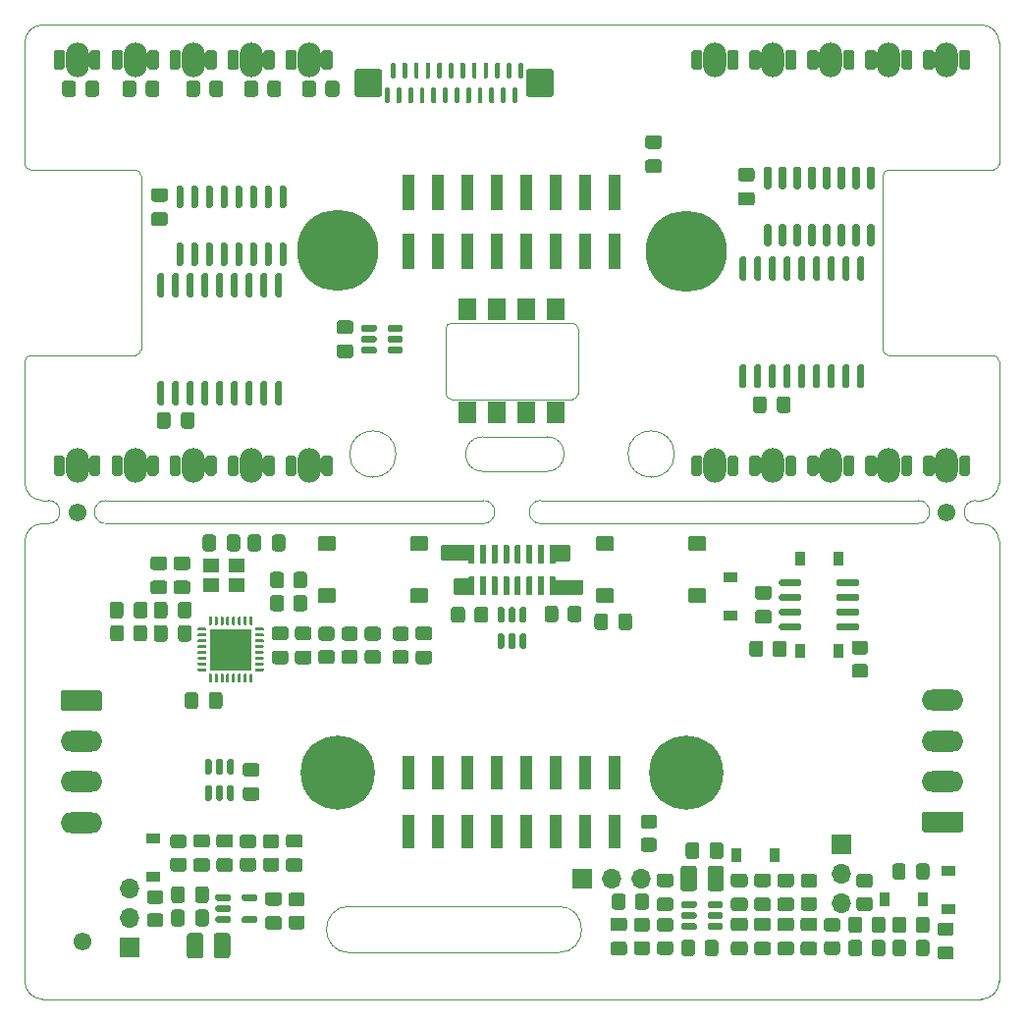
<source format=gts>
G04 #@! TF.GenerationSoftware,KiCad,Pcbnew,6.0.10+dfsg-1~bpo11+1*
G04 #@! TF.CreationDate,2025-01-07T01:33:58+00:00*
G04 #@! TF.ProjectId,project,70726f6a-6563-4742-9e6b-696361645f70,rev?*
G04 #@! TF.SameCoordinates,Original*
G04 #@! TF.FileFunction,Soldermask,Top*
G04 #@! TF.FilePolarity,Negative*
%FSLAX46Y46*%
G04 Gerber Fmt 4.6, Leading zero omitted, Abs format (unit mm)*
G04 Created by KiCad (PCBNEW 6.0.10+dfsg-1~bpo11+1) date 2025-01-07 01:33:58*
%MOMM*%
%LPD*%
G01*
G04 APERTURE LIST*
G04 #@! TA.AperFunction,Profile*
%ADD10C,0.100000*%
G04 #@! TD*
%ADD11R,1.500000X1.850000*%
%ADD12O,2.000000X3.000000*%
%ADD13R,0.900000X1.200000*%
%ADD14R,1.400000X1.200000*%
%ADD15R,1.200000X0.900000*%
%ADD16R,1.000000X3.150000*%
%ADD17O,3.600000X1.800000*%
%ADD18C,7.000000*%
%ADD19C,5.000000*%
%ADD20C,6.400000*%
%ADD21C,0.900000*%
%ADD22C,1.552000*%
%ADD23R,3.650000X3.650000*%
%ADD24R,1.000000X3.000000*%
%ADD25R,1.700000X1.700000*%
%ADD26O,1.700000X1.700000*%
G04 APERTURE END LIST*
D10*
X208262500Y-111537500D02*
G75*
G03*
X208262500Y-113537500I0J-1000000D01*
G01*
X127762500Y-70537500D02*
G75*
G03*
X126262500Y-72037500I0J-1500000D01*
G01*
X127762500Y-113537500D02*
X128262500Y-113537500D01*
X171262500Y-106037500D02*
X165762500Y-106037500D01*
X172262500Y-150537500D02*
G75*
G03*
X172262500Y-146537500I0J2000000D01*
G01*
X133262500Y-113537500D02*
X165762500Y-113537500D01*
X158262500Y-107537500D02*
G75*
G03*
X158262500Y-107537500I-2000000J0D01*
G01*
X173462500Y-102837500D02*
X163062500Y-102837500D01*
X210262500Y-72037500D02*
G75*
G03*
X208762500Y-70537500I-1500000J0D01*
G01*
X126262500Y-99537500D02*
X126262500Y-110037500D01*
X165762500Y-111537500D02*
X133262500Y-111537500D01*
X200262500Y-98537500D02*
X200262500Y-83537500D01*
X208762500Y-154537500D02*
G75*
G03*
X210262500Y-153037500I0J1500000D01*
G01*
X203262500Y-111537500D02*
X170762500Y-111537500D01*
X126262500Y-153037500D02*
X126262500Y-115037500D01*
X200762500Y-83037500D02*
X209762500Y-83037500D01*
X210262500Y-115037500D02*
X210262500Y-153037500D01*
X127762500Y-113537500D02*
G75*
G03*
X126262500Y-115037500I0J-1500000D01*
G01*
X208762500Y-70537500D02*
X127762500Y-70537500D01*
X133262500Y-111537500D02*
G75*
G03*
X133262500Y-113537500I0J-1000000D01*
G01*
X162562500Y-102337500D02*
X162562500Y-96737500D01*
X173962500Y-96737500D02*
G75*
G03*
X173462500Y-96237500I-500000J0D01*
G01*
X209762500Y-99037500D02*
X200762500Y-99037500D01*
X163062500Y-96237500D02*
G75*
G03*
X162562500Y-96737500I0J-500000D01*
G01*
X171262500Y-109037500D02*
G75*
G03*
X171262500Y-106037500I0J1500000D01*
G01*
X135762500Y-99037500D02*
G75*
G03*
X136262500Y-98537500I0J500000D01*
G01*
X182262500Y-107537500D02*
G75*
G03*
X182262500Y-107537500I-2000000J0D01*
G01*
X165762500Y-106037500D02*
G75*
G03*
X165762500Y-109037500I0J-1500000D01*
G01*
X173462500Y-102837500D02*
G75*
G03*
X173962500Y-102337500I0J500000D01*
G01*
X200262500Y-98537500D02*
G75*
G03*
X200762500Y-99037500I500000J0D01*
G01*
X135762500Y-99037500D02*
X126762500Y-99037500D01*
X170762500Y-113537500D02*
X203262500Y-113537500D01*
X126262500Y-110037500D02*
G75*
G03*
X127762500Y-111537500I1500000J0D01*
G01*
X210262500Y-82537500D02*
X210262500Y-72037500D01*
X172262500Y-150537500D02*
X154262500Y-150537500D01*
X126262500Y-82537500D02*
G75*
G03*
X126762500Y-83037500I500000J0D01*
G01*
X208762500Y-111537500D02*
X208262500Y-111537500D01*
X126262500Y-153037500D02*
G75*
G03*
X127762500Y-154537500I1500000J0D01*
G01*
X154262500Y-146537500D02*
X172262500Y-146537500D01*
X165762500Y-113537500D02*
G75*
G03*
X165762500Y-111537500I0J1000000D01*
G01*
X126762500Y-99037500D02*
G75*
G03*
X126262500Y-99537500I0J-500000D01*
G01*
X208262500Y-113537500D02*
X208762500Y-113537500D01*
X200762500Y-83037500D02*
G75*
G03*
X200262500Y-83537500I0J-500000D01*
G01*
X203262500Y-113537500D02*
G75*
G03*
X203262500Y-111537500I0J1000000D01*
G01*
X173962500Y-96737500D02*
X173962500Y-102337500D01*
X208762500Y-111537500D02*
G75*
G03*
X210262500Y-110037500I0J1500000D01*
G01*
X136262500Y-83537500D02*
X136262500Y-98537500D01*
X128262500Y-113537500D02*
G75*
G03*
X128262500Y-111537500I0J1000000D01*
G01*
X165762500Y-109037500D02*
X171262500Y-109037500D01*
X170762500Y-111537500D02*
G75*
G03*
X170762500Y-113537500I0J-1000000D01*
G01*
X126262500Y-72037500D02*
X126262500Y-82537500D01*
X154262500Y-146537500D02*
G75*
G03*
X154262500Y-150537500I0J-2000000D01*
G01*
X210262500Y-115037500D02*
G75*
G03*
X208762500Y-113537500I-1500000J0D01*
G01*
X209762500Y-83037500D02*
G75*
G03*
X210262500Y-82537500I0J500000D01*
G01*
X136262500Y-83537500D02*
G75*
G03*
X135762500Y-83037500I-500000J0D01*
G01*
X210262500Y-99537500D02*
X210262500Y-110037500D01*
X163062500Y-96237500D02*
X173462500Y-96237500D01*
X127762500Y-111537500D02*
X128262500Y-111537500D01*
X126762500Y-83037500D02*
X135762500Y-83037500D01*
X162562500Y-102337500D02*
G75*
G03*
X163062500Y-102837500I500000J0D01*
G01*
X208762500Y-154537500D02*
X127762500Y-154537500D01*
X210262500Y-99537500D02*
G75*
G03*
X209762500Y-99037500I-500000J0D01*
G01*
G36*
G01*
X148167500Y-148567500D02*
X147217500Y-148567500D01*
G75*
G02*
X146967500Y-148317500I0J250000D01*
G01*
X146967500Y-147642500D01*
G75*
G02*
X147217500Y-147392500I250000J0D01*
G01*
X148167500Y-147392500D01*
G75*
G02*
X148417500Y-147642500I0J-250000D01*
G01*
X148417500Y-148317500D01*
G75*
G02*
X148167500Y-148567500I-250000J0D01*
G01*
G37*
G36*
G01*
X148167500Y-146492500D02*
X147217500Y-146492500D01*
G75*
G02*
X146967500Y-146242500I0J250000D01*
G01*
X146967500Y-145567500D01*
G75*
G02*
X147217500Y-145317500I250000J0D01*
G01*
X148167500Y-145317500D01*
G75*
G02*
X148417500Y-145567500I0J-250000D01*
G01*
X148417500Y-146242500D01*
G75*
G02*
X148167500Y-146492500I-250000J0D01*
G01*
G37*
D11*
X172072500Y-95092500D03*
X169532500Y-95092500D03*
X166992500Y-95092500D03*
X164452500Y-95092500D03*
X164452500Y-103982500D03*
X166992500Y-103982500D03*
X169532500Y-103982500D03*
X172072500Y-103982500D03*
G36*
G01*
X180937500Y-83300000D02*
X179987500Y-83300000D01*
G75*
G02*
X179737500Y-83050000I0J250000D01*
G01*
X179737500Y-82375000D01*
G75*
G02*
X179987500Y-82125000I250000J0D01*
G01*
X180937500Y-82125000D01*
G75*
G02*
X181187500Y-82375000I0J-250000D01*
G01*
X181187500Y-83050000D01*
G75*
G02*
X180937500Y-83300000I-250000J0D01*
G01*
G37*
G36*
G01*
X180937500Y-81225000D02*
X179987500Y-81225000D01*
G75*
G02*
X179737500Y-80975000I0J250000D01*
G01*
X179737500Y-80300000D01*
G75*
G02*
X179987500Y-80050000I250000J0D01*
G01*
X180937500Y-80050000D01*
G75*
G02*
X181187500Y-80300000I0J-250000D01*
G01*
X181187500Y-80975000D01*
G75*
G02*
X180937500Y-81225000I-250000J0D01*
G01*
G37*
G36*
G01*
X205212500Y-147937500D02*
X206112500Y-147937500D01*
G75*
G02*
X206362500Y-148187500I0J-250000D01*
G01*
X206362500Y-148837500D01*
G75*
G02*
X206112500Y-149087500I-250000J0D01*
G01*
X205212500Y-149087500D01*
G75*
G02*
X204962500Y-148837500I0J250000D01*
G01*
X204962500Y-148187500D01*
G75*
G02*
X205212500Y-147937500I250000J0D01*
G01*
G37*
G36*
G01*
X205212500Y-149987500D02*
X206112500Y-149987500D01*
G75*
G02*
X206362500Y-150237500I0J-250000D01*
G01*
X206362500Y-150887500D01*
G75*
G02*
X206112500Y-151137500I-250000J0D01*
G01*
X205212500Y-151137500D01*
G75*
G02*
X204962500Y-150887500I0J250000D01*
G01*
X204962500Y-150237500D01*
G75*
G02*
X205212500Y-149987500I250000J0D01*
G01*
G37*
G36*
G01*
X145475000Y-115675000D02*
X145475000Y-114725000D01*
G75*
G02*
X145725000Y-114475000I250000J0D01*
G01*
X146400000Y-114475000D01*
G75*
G02*
X146650000Y-114725000I0J-250000D01*
G01*
X146650000Y-115675000D01*
G75*
G02*
X146400000Y-115925000I-250000J0D01*
G01*
X145725000Y-115925000D01*
G75*
G02*
X145475000Y-115675000I0J250000D01*
G01*
G37*
G36*
G01*
X147550000Y-115675000D02*
X147550000Y-114725000D01*
G75*
G02*
X147800000Y-114475000I250000J0D01*
G01*
X148475000Y-114475000D01*
G75*
G02*
X148725000Y-114725000I0J-250000D01*
G01*
X148725000Y-115675000D01*
G75*
G02*
X148475000Y-115925000I-250000J0D01*
G01*
X147800000Y-115925000D01*
G75*
G02*
X147550000Y-115675000I0J250000D01*
G01*
G37*
G36*
G01*
X187387500Y-147512500D02*
X188337500Y-147512500D01*
G75*
G02*
X188587500Y-147762500I0J-250000D01*
G01*
X188587500Y-148437500D01*
G75*
G02*
X188337500Y-148687500I-250000J0D01*
G01*
X187387500Y-148687500D01*
G75*
G02*
X187137500Y-148437500I0J250000D01*
G01*
X187137500Y-147762500D01*
G75*
G02*
X187387500Y-147512500I250000J0D01*
G01*
G37*
G36*
G01*
X187387500Y-149587500D02*
X188337500Y-149587500D01*
G75*
G02*
X188587500Y-149837500I0J-250000D01*
G01*
X188587500Y-150512500D01*
G75*
G02*
X188337500Y-150762500I-250000J0D01*
G01*
X187387500Y-150762500D01*
G75*
G02*
X187137500Y-150512500I0J250000D01*
G01*
X187137500Y-149837500D01*
G75*
G02*
X187387500Y-149587500I250000J0D01*
G01*
G37*
G36*
G01*
X140625000Y-122525000D02*
X140625000Y-123475000D01*
G75*
G02*
X140375000Y-123725000I-250000J0D01*
G01*
X139700000Y-123725000D01*
G75*
G02*
X139450000Y-123475000I0J250000D01*
G01*
X139450000Y-122525000D01*
G75*
G02*
X139700000Y-122275000I250000J0D01*
G01*
X140375000Y-122275000D01*
G75*
G02*
X140625000Y-122525000I0J-250000D01*
G01*
G37*
G36*
G01*
X138550000Y-122525000D02*
X138550000Y-123475000D01*
G75*
G02*
X138300000Y-123725000I-250000J0D01*
G01*
X137625000Y-123725000D01*
G75*
G02*
X137375000Y-123475000I0J250000D01*
G01*
X137375000Y-122525000D01*
G75*
G02*
X137625000Y-122275000I250000J0D01*
G01*
X138300000Y-122275000D01*
G75*
G02*
X138550000Y-122525000I0J-250000D01*
G01*
G37*
G36*
G01*
X196312500Y-150737500D02*
X195412500Y-150737500D01*
G75*
G02*
X195162500Y-150487500I0J250000D01*
G01*
X195162500Y-149787500D01*
G75*
G02*
X195412500Y-149537500I250000J0D01*
G01*
X196312500Y-149537500D01*
G75*
G02*
X196562500Y-149787500I0J-250000D01*
G01*
X196562500Y-150487500D01*
G75*
G02*
X196312500Y-150737500I-250000J0D01*
G01*
G37*
G36*
G01*
X196312500Y-148737500D02*
X195412500Y-148737500D01*
G75*
G02*
X195162500Y-148487500I0J250000D01*
G01*
X195162500Y-147787500D01*
G75*
G02*
X195412500Y-147537500I250000J0D01*
G01*
X196312500Y-147537500D01*
G75*
G02*
X196562500Y-147787500I0J-250000D01*
G01*
X196562500Y-148487500D01*
G75*
G02*
X196312500Y-148737500I-250000J0D01*
G01*
G37*
G36*
G01*
X182862500Y-150587500D02*
X182862500Y-149687500D01*
G75*
G02*
X183112500Y-149437500I250000J0D01*
G01*
X183812500Y-149437500D01*
G75*
G02*
X184062500Y-149687500I0J-250000D01*
G01*
X184062500Y-150587500D01*
G75*
G02*
X183812500Y-150837500I-250000J0D01*
G01*
X183112500Y-150837500D01*
G75*
G02*
X182862500Y-150587500I0J250000D01*
G01*
G37*
G36*
G01*
X184862500Y-150587500D02*
X184862500Y-149687500D01*
G75*
G02*
X185112500Y-149437500I250000J0D01*
G01*
X185812500Y-149437500D01*
G75*
G02*
X186062500Y-149687500I0J-250000D01*
G01*
X186062500Y-150587500D01*
G75*
G02*
X185812500Y-150837500I-250000J0D01*
G01*
X185112500Y-150837500D01*
G75*
G02*
X184862500Y-150587500I0J250000D01*
G01*
G37*
G36*
G01*
X150600000Y-119950000D02*
X150600000Y-120850000D01*
G75*
G02*
X150350000Y-121100000I-250000J0D01*
G01*
X149650000Y-121100000D01*
G75*
G02*
X149400000Y-120850000I0J250000D01*
G01*
X149400000Y-119950000D01*
G75*
G02*
X149650000Y-119700000I250000J0D01*
G01*
X150350000Y-119700000D01*
G75*
G02*
X150600000Y-119950000I0J-250000D01*
G01*
G37*
G36*
G01*
X148600000Y-119950000D02*
X148600000Y-120850000D01*
G75*
G02*
X148350000Y-121100000I-250000J0D01*
G01*
X147650000Y-121100000D01*
G75*
G02*
X147400000Y-120850000I0J250000D01*
G01*
X147400000Y-119950000D01*
G75*
G02*
X147650000Y-119700000I250000J0D01*
G01*
X148350000Y-119700000D01*
G75*
G02*
X148600000Y-119950000I0J-250000D01*
G01*
G37*
D12*
X205762500Y-73537500D03*
G36*
G01*
X203737500Y-74222500D02*
X203737500Y-72852500D01*
G75*
G02*
X203927500Y-72662500I190000J0D01*
G01*
X204497500Y-72662500D01*
G75*
G02*
X204687500Y-72852500I0J-190000D01*
G01*
X204687500Y-74222500D01*
G75*
G02*
X204497500Y-74412500I-190000J0D01*
G01*
X203927500Y-74412500D01*
G75*
G02*
X203737500Y-74222500I0J190000D01*
G01*
G37*
G36*
G01*
X206837500Y-74222500D02*
X206837500Y-72852500D01*
G75*
G02*
X207027500Y-72662500I190000J0D01*
G01*
X207597500Y-72662500D01*
G75*
G02*
X207787500Y-72852500I0J-190000D01*
G01*
X207787500Y-74222500D01*
G75*
G02*
X207597500Y-74412500I-190000J0D01*
G01*
X207027500Y-74412500D01*
G75*
G02*
X206837500Y-74222500I0J190000D01*
G01*
G37*
G36*
G01*
X145042500Y-140342500D02*
X145942500Y-140342500D01*
G75*
G02*
X146192500Y-140592500I0J-250000D01*
G01*
X146192500Y-141292500D01*
G75*
G02*
X145942500Y-141542500I-250000J0D01*
G01*
X145042500Y-141542500D01*
G75*
G02*
X144792500Y-141292500I0J250000D01*
G01*
X144792500Y-140592500D01*
G75*
G02*
X145042500Y-140342500I250000J0D01*
G01*
G37*
G36*
G01*
X145042500Y-142342500D02*
X145942500Y-142342500D01*
G75*
G02*
X146192500Y-142592500I0J-250000D01*
G01*
X146192500Y-143292500D01*
G75*
G02*
X145942500Y-143542500I-250000J0D01*
G01*
X145042500Y-143542500D01*
G75*
G02*
X144792500Y-143292500I0J250000D01*
G01*
X144792500Y-142592500D01*
G75*
G02*
X145042500Y-142342500I250000J0D01*
G01*
G37*
D13*
X193087500Y-124537500D03*
X196387500Y-124537500D03*
D12*
X185762500Y-73537500D03*
G36*
G01*
X183737500Y-74222500D02*
X183737500Y-72852500D01*
G75*
G02*
X183927500Y-72662500I190000J0D01*
G01*
X184497500Y-72662500D01*
G75*
G02*
X184687500Y-72852500I0J-190000D01*
G01*
X184687500Y-74222500D01*
G75*
G02*
X184497500Y-74412500I-190000J0D01*
G01*
X183927500Y-74412500D01*
G75*
G02*
X183737500Y-74222500I0J190000D01*
G01*
G37*
G36*
G01*
X186837500Y-74222500D02*
X186837500Y-72852500D01*
G75*
G02*
X187027500Y-72662500I190000J0D01*
G01*
X187597500Y-72662500D01*
G75*
G02*
X187787500Y-72852500I0J-190000D01*
G01*
X187787500Y-74222500D01*
G75*
G02*
X187597500Y-74412500I-190000J0D01*
G01*
X187027500Y-74412500D01*
G75*
G02*
X186837500Y-74222500I0J190000D01*
G01*
G37*
X130762500Y-108537500D03*
G36*
G01*
X128737500Y-109222500D02*
X128737500Y-107852500D01*
G75*
G02*
X128927500Y-107662500I190000J0D01*
G01*
X129497500Y-107662500D01*
G75*
G02*
X129687500Y-107852500I0J-190000D01*
G01*
X129687500Y-109222500D01*
G75*
G02*
X129497500Y-109412500I-190000J0D01*
G01*
X128927500Y-109412500D01*
G75*
G02*
X128737500Y-109222500I0J190000D01*
G01*
G37*
G36*
G01*
X131837500Y-109222500D02*
X131837500Y-107852500D01*
G75*
G02*
X132027500Y-107662500I190000J0D01*
G01*
X132597500Y-107662500D01*
G75*
G02*
X132787500Y-107852500I0J-190000D01*
G01*
X132787500Y-109222500D01*
G75*
G02*
X132597500Y-109412500I-190000J0D01*
G01*
X132027500Y-109412500D01*
G75*
G02*
X131837500Y-109222500I0J190000D01*
G01*
G37*
G36*
G01*
X200462500Y-149687500D02*
X200462500Y-150587500D01*
G75*
G02*
X200212500Y-150837500I-250000J0D01*
G01*
X199512500Y-150837500D01*
G75*
G02*
X199262500Y-150587500I0J250000D01*
G01*
X199262500Y-149687500D01*
G75*
G02*
X199512500Y-149437500I250000J0D01*
G01*
X200212500Y-149437500D01*
G75*
G02*
X200462500Y-149687500I0J-250000D01*
G01*
G37*
G36*
G01*
X198462500Y-149687500D02*
X198462500Y-150587500D01*
G75*
G02*
X198212500Y-150837500I-250000J0D01*
G01*
X197512500Y-150837500D01*
G75*
G02*
X197262500Y-150587500I0J250000D01*
G01*
X197262500Y-149687500D01*
G75*
G02*
X197512500Y-149437500I250000J0D01*
G01*
X198212500Y-149437500D01*
G75*
G02*
X198462500Y-149687500I0J-250000D01*
G01*
G37*
X135762500Y-108537500D03*
G36*
G01*
X133737500Y-109222500D02*
X133737500Y-107852500D01*
G75*
G02*
X133927500Y-107662500I190000J0D01*
G01*
X134497500Y-107662500D01*
G75*
G02*
X134687500Y-107852500I0J-190000D01*
G01*
X134687500Y-109222500D01*
G75*
G02*
X134497500Y-109412500I-190000J0D01*
G01*
X133927500Y-109412500D01*
G75*
G02*
X133737500Y-109222500I0J190000D01*
G01*
G37*
G36*
G01*
X136837500Y-109222500D02*
X136837500Y-107852500D01*
G75*
G02*
X137027500Y-107662500I190000J0D01*
G01*
X137597500Y-107662500D01*
G75*
G02*
X137787500Y-107852500I0J-190000D01*
G01*
X137787500Y-109222500D01*
G75*
G02*
X137597500Y-109412500I-190000J0D01*
G01*
X137027500Y-109412500D01*
G75*
G02*
X136837500Y-109222500I0J190000D01*
G01*
G37*
G36*
G01*
X148737500Y-125662500D02*
X147787500Y-125662500D01*
G75*
G02*
X147537500Y-125412500I0J250000D01*
G01*
X147537500Y-124737500D01*
G75*
G02*
X147787500Y-124487500I250000J0D01*
G01*
X148737500Y-124487500D01*
G75*
G02*
X148987500Y-124737500I0J-250000D01*
G01*
X148987500Y-125412500D01*
G75*
G02*
X148737500Y-125662500I-250000J0D01*
G01*
G37*
G36*
G01*
X148737500Y-123587500D02*
X147787500Y-123587500D01*
G75*
G02*
X147537500Y-123337500I0J250000D01*
G01*
X147537500Y-122662500D01*
G75*
G02*
X147787500Y-122412500I250000J0D01*
G01*
X148737500Y-122412500D01*
G75*
G02*
X148987500Y-122662500I0J-250000D01*
G01*
X148987500Y-123337500D01*
G75*
G02*
X148737500Y-123587500I-250000J0D01*
G01*
G37*
G36*
G01*
X189387500Y-147512500D02*
X190337500Y-147512500D01*
G75*
G02*
X190587500Y-147762500I0J-250000D01*
G01*
X190587500Y-148437500D01*
G75*
G02*
X190337500Y-148687500I-250000J0D01*
G01*
X189387500Y-148687500D01*
G75*
G02*
X189137500Y-148437500I0J250000D01*
G01*
X189137500Y-147762500D01*
G75*
G02*
X189387500Y-147512500I250000J0D01*
G01*
G37*
G36*
G01*
X189387500Y-149587500D02*
X190337500Y-149587500D01*
G75*
G02*
X190587500Y-149837500I0J-250000D01*
G01*
X190587500Y-150512500D01*
G75*
G02*
X190337500Y-150762500I-250000J0D01*
G01*
X189387500Y-150762500D01*
G75*
G02*
X189137500Y-150512500I0J250000D01*
G01*
X189137500Y-149837500D01*
G75*
G02*
X189387500Y-149587500I250000J0D01*
G01*
G37*
G36*
G01*
X198212500Y-143737500D02*
X199112500Y-143737500D01*
G75*
G02*
X199362500Y-143987500I0J-250000D01*
G01*
X199362500Y-144687500D01*
G75*
G02*
X199112500Y-144937500I-250000J0D01*
G01*
X198212500Y-144937500D01*
G75*
G02*
X197962500Y-144687500I0J250000D01*
G01*
X197962500Y-143987500D01*
G75*
G02*
X198212500Y-143737500I250000J0D01*
G01*
G37*
G36*
G01*
X198212500Y-145737500D02*
X199112500Y-145737500D01*
G75*
G02*
X199362500Y-145987500I0J-250000D01*
G01*
X199362500Y-146687500D01*
G75*
G02*
X199112500Y-146937500I-250000J0D01*
G01*
X198212500Y-146937500D01*
G75*
G02*
X197962500Y-146687500I0J250000D01*
G01*
X197962500Y-145987500D01*
G75*
G02*
X198212500Y-145737500I250000J0D01*
G01*
G37*
G36*
G01*
X158862500Y-98437500D02*
X158862500Y-98737500D01*
G75*
G02*
X158712500Y-98887500I-150000J0D01*
G01*
X157687500Y-98887500D01*
G75*
G02*
X157537500Y-98737500I0J150000D01*
G01*
X157537500Y-98437500D01*
G75*
G02*
X157687500Y-98287500I150000J0D01*
G01*
X158712500Y-98287500D01*
G75*
G02*
X158862500Y-98437500I0J-150000D01*
G01*
G37*
G36*
G01*
X158862500Y-97487500D02*
X158862500Y-97787500D01*
G75*
G02*
X158712500Y-97937500I-150000J0D01*
G01*
X157687500Y-97937500D01*
G75*
G02*
X157537500Y-97787500I0J150000D01*
G01*
X157537500Y-97487500D01*
G75*
G02*
X157687500Y-97337500I150000J0D01*
G01*
X158712500Y-97337500D01*
G75*
G02*
X158862500Y-97487500I0J-150000D01*
G01*
G37*
G36*
G01*
X158862500Y-96537500D02*
X158862500Y-96837500D01*
G75*
G02*
X158712500Y-96987500I-150000J0D01*
G01*
X157687500Y-96987500D01*
G75*
G02*
X157537500Y-96837500I0J150000D01*
G01*
X157537500Y-96537500D01*
G75*
G02*
X157687500Y-96387500I150000J0D01*
G01*
X158712500Y-96387500D01*
G75*
G02*
X158862500Y-96537500I0J-150000D01*
G01*
G37*
G36*
G01*
X156587500Y-96537500D02*
X156587500Y-96837500D01*
G75*
G02*
X156437500Y-96987500I-150000J0D01*
G01*
X155412500Y-96987500D01*
G75*
G02*
X155262500Y-96837500I0J150000D01*
G01*
X155262500Y-96537500D01*
G75*
G02*
X155412500Y-96387500I150000J0D01*
G01*
X156437500Y-96387500D01*
G75*
G02*
X156587500Y-96537500I0J-150000D01*
G01*
G37*
G36*
G01*
X156587500Y-97487500D02*
X156587500Y-97787500D01*
G75*
G02*
X156437500Y-97937500I-150000J0D01*
G01*
X155412500Y-97937500D01*
G75*
G02*
X155262500Y-97787500I0J150000D01*
G01*
X155262500Y-97487500D01*
G75*
G02*
X155412500Y-97337500I150000J0D01*
G01*
X156437500Y-97337500D01*
G75*
G02*
X156587500Y-97487500I0J-150000D01*
G01*
G37*
G36*
G01*
X156587500Y-98437500D02*
X156587500Y-98737500D01*
G75*
G02*
X156437500Y-98887500I-150000J0D01*
G01*
X155412500Y-98887500D01*
G75*
G02*
X155262500Y-98737500I0J150000D01*
G01*
X155262500Y-98437500D01*
G75*
G02*
X155412500Y-98287500I150000J0D01*
G01*
X156437500Y-98287500D01*
G75*
G02*
X156587500Y-98437500I0J-150000D01*
G01*
G37*
G36*
G01*
X190337500Y-146962500D02*
X189387500Y-146962500D01*
G75*
G02*
X189137500Y-146712500I0J250000D01*
G01*
X189137500Y-146037500D01*
G75*
G02*
X189387500Y-145787500I250000J0D01*
G01*
X190337500Y-145787500D01*
G75*
G02*
X190587500Y-146037500I0J-250000D01*
G01*
X190587500Y-146712500D01*
G75*
G02*
X190337500Y-146962500I-250000J0D01*
G01*
G37*
G36*
G01*
X190337500Y-144887500D02*
X189387500Y-144887500D01*
G75*
G02*
X189137500Y-144637500I0J250000D01*
G01*
X189137500Y-143962500D01*
G75*
G02*
X189387500Y-143712500I250000J0D01*
G01*
X190337500Y-143712500D01*
G75*
G02*
X190587500Y-143962500I0J-250000D01*
G01*
X190587500Y-144637500D01*
G75*
G02*
X190337500Y-144887500I-250000J0D01*
G01*
G37*
G36*
G01*
X139942500Y-143542500D02*
X139042500Y-143542500D01*
G75*
G02*
X138792500Y-143292500I0J250000D01*
G01*
X138792500Y-142592500D01*
G75*
G02*
X139042500Y-142342500I250000J0D01*
G01*
X139942500Y-142342500D01*
G75*
G02*
X140192500Y-142592500I0J-250000D01*
G01*
X140192500Y-143292500D01*
G75*
G02*
X139942500Y-143542500I-250000J0D01*
G01*
G37*
G36*
G01*
X139942500Y-141542500D02*
X139042500Y-141542500D01*
G75*
G02*
X138792500Y-141292500I0J250000D01*
G01*
X138792500Y-140592500D01*
G75*
G02*
X139042500Y-140342500I250000J0D01*
G01*
X139942500Y-140342500D01*
G75*
G02*
X140192500Y-140592500I0J-250000D01*
G01*
X140192500Y-141292500D01*
G75*
G02*
X139942500Y-141542500I-250000J0D01*
G01*
G37*
G36*
G01*
X200462500Y-147687500D02*
X200462500Y-148587500D01*
G75*
G02*
X200212500Y-148837500I-250000J0D01*
G01*
X199512500Y-148837500D01*
G75*
G02*
X199262500Y-148587500I0J250000D01*
G01*
X199262500Y-147687500D01*
G75*
G02*
X199512500Y-147437500I250000J0D01*
G01*
X200212500Y-147437500D01*
G75*
G02*
X200462500Y-147687500I0J-250000D01*
G01*
G37*
G36*
G01*
X198462500Y-147687500D02*
X198462500Y-148587500D01*
G75*
G02*
X198212500Y-148837500I-250000J0D01*
G01*
X197512500Y-148837500D01*
G75*
G02*
X197262500Y-148587500I0J250000D01*
G01*
X197262500Y-147687500D01*
G75*
G02*
X197512500Y-147437500I250000J0D01*
G01*
X198212500Y-147437500D01*
G75*
G02*
X198462500Y-147687500I0J-250000D01*
G01*
G37*
G36*
G01*
X132662500Y-75587500D02*
X132662500Y-76487500D01*
G75*
G02*
X132412500Y-76737500I-250000J0D01*
G01*
X131712500Y-76737500D01*
G75*
G02*
X131462500Y-76487500I0J250000D01*
G01*
X131462500Y-75587500D01*
G75*
G02*
X131712500Y-75337500I250000J0D01*
G01*
X132412500Y-75337500D01*
G75*
G02*
X132662500Y-75587500I0J-250000D01*
G01*
G37*
G36*
G01*
X130662500Y-75587500D02*
X130662500Y-76487500D01*
G75*
G02*
X130412500Y-76737500I-250000J0D01*
G01*
X129712500Y-76737500D01*
G75*
G02*
X129462500Y-76487500I0J250000D01*
G01*
X129462500Y-75587500D01*
G75*
G02*
X129712500Y-75337500I250000J0D01*
G01*
X130412500Y-75337500D01*
G75*
G02*
X130662500Y-75587500I0J-250000D01*
G01*
G37*
X150762500Y-108537500D03*
G36*
G01*
X148737500Y-109222500D02*
X148737500Y-107852500D01*
G75*
G02*
X148927500Y-107662500I190000J0D01*
G01*
X149497500Y-107662500D01*
G75*
G02*
X149687500Y-107852500I0J-190000D01*
G01*
X149687500Y-109222500D01*
G75*
G02*
X149497500Y-109412500I-190000J0D01*
G01*
X148927500Y-109412500D01*
G75*
G02*
X148737500Y-109222500I0J190000D01*
G01*
G37*
G36*
G01*
X151837500Y-109222500D02*
X151837500Y-107852500D01*
G75*
G02*
X152027500Y-107662500I190000J0D01*
G01*
X152597500Y-107662500D01*
G75*
G02*
X152787500Y-107852500I0J-190000D01*
G01*
X152787500Y-109222500D01*
G75*
G02*
X152597500Y-109412500I-190000J0D01*
G01*
X152027500Y-109412500D01*
G75*
G02*
X151837500Y-109222500I0J190000D01*
G01*
G37*
X205762500Y-108537500D03*
G36*
G01*
X203737500Y-109222500D02*
X203737500Y-107852500D01*
G75*
G02*
X203927500Y-107662500I190000J0D01*
G01*
X204497500Y-107662500D01*
G75*
G02*
X204687500Y-107852500I0J-190000D01*
G01*
X204687500Y-109222500D01*
G75*
G02*
X204497500Y-109412500I-190000J0D01*
G01*
X203927500Y-109412500D01*
G75*
G02*
X203737500Y-109222500I0J190000D01*
G01*
G37*
G36*
G01*
X206837500Y-109222500D02*
X206837500Y-107852500D01*
G75*
G02*
X207027500Y-107662500I190000J0D01*
G01*
X207597500Y-107662500D01*
G75*
G02*
X207787500Y-107852500I0J-190000D01*
G01*
X207787500Y-109222500D01*
G75*
G02*
X207597500Y-109412500I-190000J0D01*
G01*
X207027500Y-109412500D01*
G75*
G02*
X206837500Y-109222500I0J190000D01*
G01*
G37*
G36*
G01*
X188337500Y-146962500D02*
X187387500Y-146962500D01*
G75*
G02*
X187137500Y-146712500I0J250000D01*
G01*
X187137500Y-146037500D01*
G75*
G02*
X187387500Y-145787500I250000J0D01*
G01*
X188337500Y-145787500D01*
G75*
G02*
X188587500Y-146037500I0J-250000D01*
G01*
X188587500Y-146712500D01*
G75*
G02*
X188337500Y-146962500I-250000J0D01*
G01*
G37*
G36*
G01*
X188337500Y-144887500D02*
X187387500Y-144887500D01*
G75*
G02*
X187137500Y-144637500I0J250000D01*
G01*
X187137500Y-143962500D01*
G75*
G02*
X187387500Y-143712500I250000J0D01*
G01*
X188337500Y-143712500D01*
G75*
G02*
X188587500Y-143962500I0J-250000D01*
G01*
X188587500Y-144637500D01*
G75*
G02*
X188337500Y-144887500I-250000J0D01*
G01*
G37*
X150762500Y-73537500D03*
G36*
G01*
X148737500Y-74222500D02*
X148737500Y-72852500D01*
G75*
G02*
X148927500Y-72662500I190000J0D01*
G01*
X149497500Y-72662500D01*
G75*
G02*
X149687500Y-72852500I0J-190000D01*
G01*
X149687500Y-74222500D01*
G75*
G02*
X149497500Y-74412500I-190000J0D01*
G01*
X148927500Y-74412500D01*
G75*
G02*
X148737500Y-74222500I0J190000D01*
G01*
G37*
G36*
G01*
X151837500Y-74222500D02*
X151837500Y-72852500D01*
G75*
G02*
X152027500Y-72662500I190000J0D01*
G01*
X152597500Y-72662500D01*
G75*
G02*
X152787500Y-72852500I0J-190000D01*
G01*
X152787500Y-74222500D01*
G75*
G02*
X152597500Y-74412500I-190000J0D01*
G01*
X152027500Y-74412500D01*
G75*
G02*
X151837500Y-74222500I0J190000D01*
G01*
G37*
D14*
X144500000Y-117150000D03*
X142300000Y-117150000D03*
X142300000Y-118850000D03*
X144500000Y-118850000D03*
G36*
G01*
X180987500Y-143712500D02*
X181937500Y-143712500D01*
G75*
G02*
X182187500Y-143962500I0J-250000D01*
G01*
X182187500Y-144637500D01*
G75*
G02*
X181937500Y-144887500I-250000J0D01*
G01*
X180987500Y-144887500D01*
G75*
G02*
X180737500Y-144637500I0J250000D01*
G01*
X180737500Y-143962500D01*
G75*
G02*
X180987500Y-143712500I250000J0D01*
G01*
G37*
G36*
G01*
X180987500Y-145787500D02*
X181937500Y-145787500D01*
G75*
G02*
X182187500Y-146037500I0J-250000D01*
G01*
X182187500Y-146712500D01*
G75*
G02*
X181937500Y-146962500I-250000J0D01*
G01*
X180987500Y-146962500D01*
G75*
G02*
X180737500Y-146712500I0J250000D01*
G01*
X180737500Y-146037500D01*
G75*
G02*
X180987500Y-145787500I250000J0D01*
G01*
G37*
G36*
G01*
X152712500Y-125637500D02*
X151812500Y-125637500D01*
G75*
G02*
X151562500Y-125387500I0J250000D01*
G01*
X151562500Y-124687500D01*
G75*
G02*
X151812500Y-124437500I250000J0D01*
G01*
X152712500Y-124437500D01*
G75*
G02*
X152962500Y-124687500I0J-250000D01*
G01*
X152962500Y-125387500D01*
G75*
G02*
X152712500Y-125637500I-250000J0D01*
G01*
G37*
G36*
G01*
X152712500Y-123637500D02*
X151812500Y-123637500D01*
G75*
G02*
X151562500Y-123387500I0J250000D01*
G01*
X151562500Y-122687500D01*
G75*
G02*
X151812500Y-122437500I250000J0D01*
G01*
X152712500Y-122437500D01*
G75*
G02*
X152962500Y-122687500I0J-250000D01*
G01*
X152962500Y-123387500D01*
G75*
G02*
X152712500Y-123637500I-250000J0D01*
G01*
G37*
G36*
G01*
X137387500Y-84612500D02*
X138337500Y-84612500D01*
G75*
G02*
X138587500Y-84862500I0J-250000D01*
G01*
X138587500Y-85537500D01*
G75*
G02*
X138337500Y-85787500I-250000J0D01*
G01*
X137387500Y-85787500D01*
G75*
G02*
X137137500Y-85537500I0J250000D01*
G01*
X137137500Y-84862500D01*
G75*
G02*
X137387500Y-84612500I250000J0D01*
G01*
G37*
G36*
G01*
X137387500Y-86687500D02*
X138337500Y-86687500D01*
G75*
G02*
X138587500Y-86937500I0J-250000D01*
G01*
X138587500Y-87612500D01*
G75*
G02*
X138337500Y-87862500I-250000J0D01*
G01*
X137387500Y-87862500D01*
G75*
G02*
X137137500Y-87612500I0J250000D01*
G01*
X137137500Y-86937500D01*
G75*
G02*
X137387500Y-86687500I250000J0D01*
G01*
G37*
G36*
G01*
X177937500Y-150762500D02*
X176987500Y-150762500D01*
G75*
G02*
X176737500Y-150512500I0J250000D01*
G01*
X176737500Y-149837500D01*
G75*
G02*
X176987500Y-149587500I250000J0D01*
G01*
X177937500Y-149587500D01*
G75*
G02*
X178187500Y-149837500I0J-250000D01*
G01*
X178187500Y-150512500D01*
G75*
G02*
X177937500Y-150762500I-250000J0D01*
G01*
G37*
G36*
G01*
X177937500Y-148687500D02*
X176987500Y-148687500D01*
G75*
G02*
X176737500Y-148437500I0J250000D01*
G01*
X176737500Y-147762500D01*
G75*
G02*
X176987500Y-147512500I250000J0D01*
G01*
X177937500Y-147512500D01*
G75*
G02*
X178187500Y-147762500I0J-250000D01*
G01*
X178187500Y-148437500D01*
G75*
G02*
X177937500Y-148687500I-250000J0D01*
G01*
G37*
D15*
X137292500Y-143992500D03*
X137292500Y-140692500D03*
D12*
X200762500Y-73537500D03*
G36*
G01*
X198737500Y-74222500D02*
X198737500Y-72852500D01*
G75*
G02*
X198927500Y-72662500I190000J0D01*
G01*
X199497500Y-72662500D01*
G75*
G02*
X199687500Y-72852500I0J-190000D01*
G01*
X199687500Y-74222500D01*
G75*
G02*
X199497500Y-74412500I-190000J0D01*
G01*
X198927500Y-74412500D01*
G75*
G02*
X198737500Y-74222500I0J190000D01*
G01*
G37*
G36*
G01*
X201837500Y-74222500D02*
X201837500Y-72852500D01*
G75*
G02*
X202027500Y-72662500I190000J0D01*
G01*
X202597500Y-72662500D01*
G75*
G02*
X202787500Y-72852500I0J-190000D01*
G01*
X202787500Y-74222500D01*
G75*
G02*
X202597500Y-74412500I-190000J0D01*
G01*
X202027500Y-74412500D01*
G75*
G02*
X201837500Y-74222500I0J190000D01*
G01*
G37*
X200762500Y-108537500D03*
G36*
G01*
X198737500Y-109222500D02*
X198737500Y-107852500D01*
G75*
G02*
X198927500Y-107662500I190000J0D01*
G01*
X199497500Y-107662500D01*
G75*
G02*
X199687500Y-107852500I0J-190000D01*
G01*
X199687500Y-109222500D01*
G75*
G02*
X199497500Y-109412500I-190000J0D01*
G01*
X198927500Y-109412500D01*
G75*
G02*
X198737500Y-109222500I0J190000D01*
G01*
G37*
G36*
G01*
X201837500Y-109222500D02*
X201837500Y-107852500D01*
G75*
G02*
X202027500Y-107662500I190000J0D01*
G01*
X202597500Y-107662500D01*
G75*
G02*
X202787500Y-107852500I0J-190000D01*
G01*
X202787500Y-109222500D01*
G75*
G02*
X202597500Y-109412500I-190000J0D01*
G01*
X202027500Y-109412500D01*
G75*
G02*
X201837500Y-109222500I0J190000D01*
G01*
G37*
G36*
G01*
X169062500Y-120737500D02*
X169362500Y-120737500D01*
G75*
G02*
X169512500Y-120887500I0J-150000D01*
G01*
X169512500Y-121912500D01*
G75*
G02*
X169362500Y-122062500I-150000J0D01*
G01*
X169062500Y-122062500D01*
G75*
G02*
X168912500Y-121912500I0J150000D01*
G01*
X168912500Y-120887500D01*
G75*
G02*
X169062500Y-120737500I150000J0D01*
G01*
G37*
G36*
G01*
X168112500Y-120737500D02*
X168412500Y-120737500D01*
G75*
G02*
X168562500Y-120887500I0J-150000D01*
G01*
X168562500Y-121912500D01*
G75*
G02*
X168412500Y-122062500I-150000J0D01*
G01*
X168112500Y-122062500D01*
G75*
G02*
X167962500Y-121912500I0J150000D01*
G01*
X167962500Y-120887500D01*
G75*
G02*
X168112500Y-120737500I150000J0D01*
G01*
G37*
G36*
G01*
X167162500Y-120737500D02*
X167462500Y-120737500D01*
G75*
G02*
X167612500Y-120887500I0J-150000D01*
G01*
X167612500Y-121912500D01*
G75*
G02*
X167462500Y-122062500I-150000J0D01*
G01*
X167162500Y-122062500D01*
G75*
G02*
X167012500Y-121912500I0J150000D01*
G01*
X167012500Y-120887500D01*
G75*
G02*
X167162500Y-120737500I150000J0D01*
G01*
G37*
G36*
G01*
X167162500Y-123012500D02*
X167462500Y-123012500D01*
G75*
G02*
X167612500Y-123162500I0J-150000D01*
G01*
X167612500Y-124187500D01*
G75*
G02*
X167462500Y-124337500I-150000J0D01*
G01*
X167162500Y-124337500D01*
G75*
G02*
X167012500Y-124187500I0J150000D01*
G01*
X167012500Y-123162500D01*
G75*
G02*
X167162500Y-123012500I150000J0D01*
G01*
G37*
G36*
G01*
X168112500Y-123012500D02*
X168412500Y-123012500D01*
G75*
G02*
X168562500Y-123162500I0J-150000D01*
G01*
X168562500Y-124187500D01*
G75*
G02*
X168412500Y-124337500I-150000J0D01*
G01*
X168112500Y-124337500D01*
G75*
G02*
X167962500Y-124187500I0J150000D01*
G01*
X167962500Y-123162500D01*
G75*
G02*
X168112500Y-123012500I150000J0D01*
G01*
G37*
G36*
G01*
X169062500Y-123012500D02*
X169362500Y-123012500D01*
G75*
G02*
X169512500Y-123162500I0J-150000D01*
G01*
X169512500Y-124187500D01*
G75*
G02*
X169362500Y-124337500I-150000J0D01*
G01*
X169062500Y-124337500D01*
G75*
G02*
X168912500Y-124187500I0J150000D01*
G01*
X168912500Y-123162500D01*
G75*
G02*
X169062500Y-123012500I150000J0D01*
G01*
G37*
G36*
G01*
X204262500Y-143087500D02*
X204262500Y-143987500D01*
G75*
G02*
X204012500Y-144237500I-250000J0D01*
G01*
X203362500Y-144237500D01*
G75*
G02*
X203112500Y-143987500I0J250000D01*
G01*
X203112500Y-143087500D01*
G75*
G02*
X203362500Y-142837500I250000J0D01*
G01*
X204012500Y-142837500D01*
G75*
G02*
X204262500Y-143087500I0J-250000D01*
G01*
G37*
G36*
G01*
X202212500Y-143087500D02*
X202212500Y-143987500D01*
G75*
G02*
X201962500Y-144237500I-250000J0D01*
G01*
X201312500Y-144237500D01*
G75*
G02*
X201062500Y-143987500I0J250000D01*
G01*
X201062500Y-143087500D01*
G75*
G02*
X201312500Y-142837500I250000J0D01*
G01*
X201962500Y-142837500D01*
G75*
G02*
X202212500Y-143087500I0J-250000D01*
G01*
G37*
G36*
G01*
X201062500Y-148587500D02*
X201062500Y-147687500D01*
G75*
G02*
X201312500Y-147437500I250000J0D01*
G01*
X202012500Y-147437500D01*
G75*
G02*
X202262500Y-147687500I0J-250000D01*
G01*
X202262500Y-148587500D01*
G75*
G02*
X202012500Y-148837500I-250000J0D01*
G01*
X201312500Y-148837500D01*
G75*
G02*
X201062500Y-148587500I0J250000D01*
G01*
G37*
G36*
G01*
X203062500Y-148587500D02*
X203062500Y-147687500D01*
G75*
G02*
X203312500Y-147437500I250000J0D01*
G01*
X204012500Y-147437500D01*
G75*
G02*
X204262500Y-147687500I0J-250000D01*
G01*
X204262500Y-148587500D01*
G75*
G02*
X204012500Y-148837500I-250000J0D01*
G01*
X203312500Y-148837500D01*
G75*
G02*
X203062500Y-148587500I0J250000D01*
G01*
G37*
G36*
G01*
X183237500Y-142212500D02*
X183237500Y-141262500D01*
G75*
G02*
X183487500Y-141012500I250000J0D01*
G01*
X184162500Y-141012500D01*
G75*
G02*
X184412500Y-141262500I0J-250000D01*
G01*
X184412500Y-142212500D01*
G75*
G02*
X184162500Y-142462500I-250000J0D01*
G01*
X183487500Y-142462500D01*
G75*
G02*
X183237500Y-142212500I0J250000D01*
G01*
G37*
G36*
G01*
X185312500Y-142212500D02*
X185312500Y-141262500D01*
G75*
G02*
X185562500Y-141012500I250000J0D01*
G01*
X186237500Y-141012500D01*
G75*
G02*
X186487500Y-141262500I0J-250000D01*
G01*
X186487500Y-142212500D01*
G75*
G02*
X186237500Y-142462500I-250000J0D01*
G01*
X185562500Y-142462500D01*
G75*
G02*
X185312500Y-142212500I0J250000D01*
G01*
G37*
G36*
G01*
X189037500Y-103762500D02*
X189037500Y-102812500D01*
G75*
G02*
X189287500Y-102562500I250000J0D01*
G01*
X189962500Y-102562500D01*
G75*
G02*
X190212500Y-102812500I0J-250000D01*
G01*
X190212500Y-103762500D01*
G75*
G02*
X189962500Y-104012500I-250000J0D01*
G01*
X189287500Y-104012500D01*
G75*
G02*
X189037500Y-103762500I0J250000D01*
G01*
G37*
G36*
G01*
X191112500Y-103762500D02*
X191112500Y-102812500D01*
G75*
G02*
X191362500Y-102562500I250000J0D01*
G01*
X192037500Y-102562500D01*
G75*
G02*
X192287500Y-102812500I0J-250000D01*
G01*
X192287500Y-103762500D01*
G75*
G02*
X192037500Y-104012500I-250000J0D01*
G01*
X191362500Y-104012500D01*
G75*
G02*
X191112500Y-103762500I0J250000D01*
G01*
G37*
G36*
G01*
X201062500Y-150587500D02*
X201062500Y-149687500D01*
G75*
G02*
X201312500Y-149437500I250000J0D01*
G01*
X202012500Y-149437500D01*
G75*
G02*
X202262500Y-149687500I0J-250000D01*
G01*
X202262500Y-150587500D01*
G75*
G02*
X202012500Y-150837500I-250000J0D01*
G01*
X201312500Y-150837500D01*
G75*
G02*
X201062500Y-150587500I0J250000D01*
G01*
G37*
G36*
G01*
X203062500Y-150587500D02*
X203062500Y-149687500D01*
G75*
G02*
X203312500Y-149437500I250000J0D01*
G01*
X204012500Y-149437500D01*
G75*
G02*
X204262500Y-149687500I0J-250000D01*
G01*
X204262500Y-150587500D01*
G75*
G02*
X204012500Y-150837500I-250000J0D01*
G01*
X203312500Y-150837500D01*
G75*
G02*
X203062500Y-150587500I0J250000D01*
G01*
G37*
G36*
G01*
X193387500Y-147512500D02*
X194337500Y-147512500D01*
G75*
G02*
X194587500Y-147762500I0J-250000D01*
G01*
X194587500Y-148437500D01*
G75*
G02*
X194337500Y-148687500I-250000J0D01*
G01*
X193387500Y-148687500D01*
G75*
G02*
X193137500Y-148437500I0J250000D01*
G01*
X193137500Y-147762500D01*
G75*
G02*
X193387500Y-147512500I250000J0D01*
G01*
G37*
G36*
G01*
X193387500Y-149587500D02*
X194337500Y-149587500D01*
G75*
G02*
X194587500Y-149837500I0J-250000D01*
G01*
X194587500Y-150512500D01*
G75*
G02*
X194337500Y-150762500I-250000J0D01*
G01*
X193387500Y-150762500D01*
G75*
G02*
X193137500Y-150512500I0J250000D01*
G01*
X193137500Y-149837500D01*
G75*
G02*
X193387500Y-149587500I250000J0D01*
G01*
G37*
X145762500Y-108537500D03*
G36*
G01*
X143737500Y-109222500D02*
X143737500Y-107852500D01*
G75*
G02*
X143927500Y-107662500I190000J0D01*
G01*
X144497500Y-107662500D01*
G75*
G02*
X144687500Y-107852500I0J-190000D01*
G01*
X144687500Y-109222500D01*
G75*
G02*
X144497500Y-109412500I-190000J0D01*
G01*
X143927500Y-109412500D01*
G75*
G02*
X143737500Y-109222500I0J190000D01*
G01*
G37*
G36*
G01*
X146837500Y-109222500D02*
X146837500Y-107852500D01*
G75*
G02*
X147027500Y-107662500I190000J0D01*
G01*
X147597500Y-107662500D01*
G75*
G02*
X147787500Y-107852500I0J-190000D01*
G01*
X147787500Y-109222500D01*
G75*
G02*
X147597500Y-109412500I-190000J0D01*
G01*
X147027500Y-109412500D01*
G75*
G02*
X146837500Y-109222500I0J190000D01*
G01*
G37*
G36*
G01*
X161137500Y-125662500D02*
X160187500Y-125662500D01*
G75*
G02*
X159937500Y-125412500I0J250000D01*
G01*
X159937500Y-124737500D01*
G75*
G02*
X160187500Y-124487500I250000J0D01*
G01*
X161137500Y-124487500D01*
G75*
G02*
X161387500Y-124737500I0J-250000D01*
G01*
X161387500Y-125412500D01*
G75*
G02*
X161137500Y-125662500I-250000J0D01*
G01*
G37*
G36*
G01*
X161137500Y-123587500D02*
X160187500Y-123587500D01*
G75*
G02*
X159937500Y-123337500I0J250000D01*
G01*
X159937500Y-122662500D01*
G75*
G02*
X160187500Y-122412500I250000J0D01*
G01*
X161137500Y-122412500D01*
G75*
G02*
X161387500Y-122662500I0J-250000D01*
G01*
X161387500Y-123337500D01*
G75*
G02*
X161137500Y-123587500I-250000J0D01*
G01*
G37*
G36*
G01*
X175375000Y-122475000D02*
X175375000Y-121525000D01*
G75*
G02*
X175625000Y-121275000I250000J0D01*
G01*
X176300000Y-121275000D01*
G75*
G02*
X176550000Y-121525000I0J-250000D01*
G01*
X176550000Y-122475000D01*
G75*
G02*
X176300000Y-122725000I-250000J0D01*
G01*
X175625000Y-122725000D01*
G75*
G02*
X175375000Y-122475000I0J250000D01*
G01*
G37*
G36*
G01*
X177450000Y-122475000D02*
X177450000Y-121525000D01*
G75*
G02*
X177700000Y-121275000I250000J0D01*
G01*
X178375000Y-121275000D01*
G75*
G02*
X178625000Y-121525000I0J-250000D01*
G01*
X178625000Y-122475000D01*
G75*
G02*
X178375000Y-122725000I-250000J0D01*
G01*
X177700000Y-122725000D01*
G75*
G02*
X177450000Y-122475000I0J250000D01*
G01*
G37*
G36*
G01*
X149242500Y-145342500D02*
X150142500Y-145342500D01*
G75*
G02*
X150392500Y-145592500I0J-250000D01*
G01*
X150392500Y-146292500D01*
G75*
G02*
X150142500Y-146542500I-250000J0D01*
G01*
X149242500Y-146542500D01*
G75*
G02*
X148992500Y-146292500I0J250000D01*
G01*
X148992500Y-145592500D01*
G75*
G02*
X149242500Y-145342500I250000J0D01*
G01*
G37*
G36*
G01*
X149242500Y-147342500D02*
X150142500Y-147342500D01*
G75*
G02*
X150392500Y-147592500I0J-250000D01*
G01*
X150392500Y-148292500D01*
G75*
G02*
X150142500Y-148542500I-250000J0D01*
G01*
X149242500Y-148542500D01*
G75*
G02*
X148992500Y-148292500I0J250000D01*
G01*
X148992500Y-147592500D01*
G75*
G02*
X149242500Y-147342500I250000J0D01*
G01*
G37*
X190762500Y-73537500D03*
G36*
G01*
X188737500Y-74222500D02*
X188737500Y-72852500D01*
G75*
G02*
X188927500Y-72662500I190000J0D01*
G01*
X189497500Y-72662500D01*
G75*
G02*
X189687500Y-72852500I0J-190000D01*
G01*
X189687500Y-74222500D01*
G75*
G02*
X189497500Y-74412500I-190000J0D01*
G01*
X188927500Y-74412500D01*
G75*
G02*
X188737500Y-74222500I0J190000D01*
G01*
G37*
G36*
G01*
X191837500Y-74222500D02*
X191837500Y-72852500D01*
G75*
G02*
X192027500Y-72662500I190000J0D01*
G01*
X192597500Y-72662500D01*
G75*
G02*
X192787500Y-72852500I0J-190000D01*
G01*
X192787500Y-74222500D01*
G75*
G02*
X192597500Y-74412500I-190000J0D01*
G01*
X192027500Y-74412500D01*
G75*
G02*
X191837500Y-74222500I0J190000D01*
G01*
G37*
G36*
G01*
X198192500Y-90512500D02*
X198492500Y-90512500D01*
G75*
G02*
X198642500Y-90662500I0J-150000D01*
G01*
X198642500Y-92412500D01*
G75*
G02*
X198492500Y-92562500I-150000J0D01*
G01*
X198192500Y-92562500D01*
G75*
G02*
X198042500Y-92412500I0J150000D01*
G01*
X198042500Y-90662500D01*
G75*
G02*
X198192500Y-90512500I150000J0D01*
G01*
G37*
G36*
G01*
X196922500Y-90512500D02*
X197222500Y-90512500D01*
G75*
G02*
X197372500Y-90662500I0J-150000D01*
G01*
X197372500Y-92412500D01*
G75*
G02*
X197222500Y-92562500I-150000J0D01*
G01*
X196922500Y-92562500D01*
G75*
G02*
X196772500Y-92412500I0J150000D01*
G01*
X196772500Y-90662500D01*
G75*
G02*
X196922500Y-90512500I150000J0D01*
G01*
G37*
G36*
G01*
X195652500Y-90512500D02*
X195952500Y-90512500D01*
G75*
G02*
X196102500Y-90662500I0J-150000D01*
G01*
X196102500Y-92412500D01*
G75*
G02*
X195952500Y-92562500I-150000J0D01*
G01*
X195652500Y-92562500D01*
G75*
G02*
X195502500Y-92412500I0J150000D01*
G01*
X195502500Y-90662500D01*
G75*
G02*
X195652500Y-90512500I150000J0D01*
G01*
G37*
G36*
G01*
X194382500Y-90512500D02*
X194682500Y-90512500D01*
G75*
G02*
X194832500Y-90662500I0J-150000D01*
G01*
X194832500Y-92412500D01*
G75*
G02*
X194682500Y-92562500I-150000J0D01*
G01*
X194382500Y-92562500D01*
G75*
G02*
X194232500Y-92412500I0J150000D01*
G01*
X194232500Y-90662500D01*
G75*
G02*
X194382500Y-90512500I150000J0D01*
G01*
G37*
G36*
G01*
X193112500Y-90512500D02*
X193412500Y-90512500D01*
G75*
G02*
X193562500Y-90662500I0J-150000D01*
G01*
X193562500Y-92412500D01*
G75*
G02*
X193412500Y-92562500I-150000J0D01*
G01*
X193112500Y-92562500D01*
G75*
G02*
X192962500Y-92412500I0J150000D01*
G01*
X192962500Y-90662500D01*
G75*
G02*
X193112500Y-90512500I150000J0D01*
G01*
G37*
G36*
G01*
X191842500Y-90512500D02*
X192142500Y-90512500D01*
G75*
G02*
X192292500Y-90662500I0J-150000D01*
G01*
X192292500Y-92412500D01*
G75*
G02*
X192142500Y-92562500I-150000J0D01*
G01*
X191842500Y-92562500D01*
G75*
G02*
X191692500Y-92412500I0J150000D01*
G01*
X191692500Y-90662500D01*
G75*
G02*
X191842500Y-90512500I150000J0D01*
G01*
G37*
G36*
G01*
X190572500Y-90512500D02*
X190872500Y-90512500D01*
G75*
G02*
X191022500Y-90662500I0J-150000D01*
G01*
X191022500Y-92412500D01*
G75*
G02*
X190872500Y-92562500I-150000J0D01*
G01*
X190572500Y-92562500D01*
G75*
G02*
X190422500Y-92412500I0J150000D01*
G01*
X190422500Y-90662500D01*
G75*
G02*
X190572500Y-90512500I150000J0D01*
G01*
G37*
G36*
G01*
X189302500Y-90512500D02*
X189602500Y-90512500D01*
G75*
G02*
X189752500Y-90662500I0J-150000D01*
G01*
X189752500Y-92412500D01*
G75*
G02*
X189602500Y-92562500I-150000J0D01*
G01*
X189302500Y-92562500D01*
G75*
G02*
X189152500Y-92412500I0J150000D01*
G01*
X189152500Y-90662500D01*
G75*
G02*
X189302500Y-90512500I150000J0D01*
G01*
G37*
G36*
G01*
X188032500Y-90512500D02*
X188332500Y-90512500D01*
G75*
G02*
X188482500Y-90662500I0J-150000D01*
G01*
X188482500Y-92412500D01*
G75*
G02*
X188332500Y-92562500I-150000J0D01*
G01*
X188032500Y-92562500D01*
G75*
G02*
X187882500Y-92412500I0J150000D01*
G01*
X187882500Y-90662500D01*
G75*
G02*
X188032500Y-90512500I150000J0D01*
G01*
G37*
G36*
G01*
X188032500Y-99812500D02*
X188332500Y-99812500D01*
G75*
G02*
X188482500Y-99962500I0J-150000D01*
G01*
X188482500Y-101712500D01*
G75*
G02*
X188332500Y-101862500I-150000J0D01*
G01*
X188032500Y-101862500D01*
G75*
G02*
X187882500Y-101712500I0J150000D01*
G01*
X187882500Y-99962500D01*
G75*
G02*
X188032500Y-99812500I150000J0D01*
G01*
G37*
G36*
G01*
X189302500Y-99812500D02*
X189602500Y-99812500D01*
G75*
G02*
X189752500Y-99962500I0J-150000D01*
G01*
X189752500Y-101712500D01*
G75*
G02*
X189602500Y-101862500I-150000J0D01*
G01*
X189302500Y-101862500D01*
G75*
G02*
X189152500Y-101712500I0J150000D01*
G01*
X189152500Y-99962500D01*
G75*
G02*
X189302500Y-99812500I150000J0D01*
G01*
G37*
G36*
G01*
X190572500Y-99812500D02*
X190872500Y-99812500D01*
G75*
G02*
X191022500Y-99962500I0J-150000D01*
G01*
X191022500Y-101712500D01*
G75*
G02*
X190872500Y-101862500I-150000J0D01*
G01*
X190572500Y-101862500D01*
G75*
G02*
X190422500Y-101712500I0J150000D01*
G01*
X190422500Y-99962500D01*
G75*
G02*
X190572500Y-99812500I150000J0D01*
G01*
G37*
G36*
G01*
X191842500Y-99812500D02*
X192142500Y-99812500D01*
G75*
G02*
X192292500Y-99962500I0J-150000D01*
G01*
X192292500Y-101712500D01*
G75*
G02*
X192142500Y-101862500I-150000J0D01*
G01*
X191842500Y-101862500D01*
G75*
G02*
X191692500Y-101712500I0J150000D01*
G01*
X191692500Y-99962500D01*
G75*
G02*
X191842500Y-99812500I150000J0D01*
G01*
G37*
G36*
G01*
X193112500Y-99812500D02*
X193412500Y-99812500D01*
G75*
G02*
X193562500Y-99962500I0J-150000D01*
G01*
X193562500Y-101712500D01*
G75*
G02*
X193412500Y-101862500I-150000J0D01*
G01*
X193112500Y-101862500D01*
G75*
G02*
X192962500Y-101712500I0J150000D01*
G01*
X192962500Y-99962500D01*
G75*
G02*
X193112500Y-99812500I150000J0D01*
G01*
G37*
G36*
G01*
X194382500Y-99812500D02*
X194682500Y-99812500D01*
G75*
G02*
X194832500Y-99962500I0J-150000D01*
G01*
X194832500Y-101712500D01*
G75*
G02*
X194682500Y-101862500I-150000J0D01*
G01*
X194382500Y-101862500D01*
G75*
G02*
X194232500Y-101712500I0J150000D01*
G01*
X194232500Y-99962500D01*
G75*
G02*
X194382500Y-99812500I150000J0D01*
G01*
G37*
G36*
G01*
X195652500Y-99812500D02*
X195952500Y-99812500D01*
G75*
G02*
X196102500Y-99962500I0J-150000D01*
G01*
X196102500Y-101712500D01*
G75*
G02*
X195952500Y-101862500I-150000J0D01*
G01*
X195652500Y-101862500D01*
G75*
G02*
X195502500Y-101712500I0J150000D01*
G01*
X195502500Y-99962500D01*
G75*
G02*
X195652500Y-99812500I150000J0D01*
G01*
G37*
G36*
G01*
X196922500Y-99812500D02*
X197222500Y-99812500D01*
G75*
G02*
X197372500Y-99962500I0J-150000D01*
G01*
X197372500Y-101712500D01*
G75*
G02*
X197222500Y-101862500I-150000J0D01*
G01*
X196922500Y-101862500D01*
G75*
G02*
X196772500Y-101712500I0J150000D01*
G01*
X196772500Y-99962500D01*
G75*
G02*
X196922500Y-99812500I150000J0D01*
G01*
G37*
G36*
G01*
X198192500Y-99812500D02*
X198492500Y-99812500D01*
G75*
G02*
X198642500Y-99962500I0J-150000D01*
G01*
X198642500Y-101712500D01*
G75*
G02*
X198492500Y-101862500I-150000J0D01*
G01*
X198192500Y-101862500D01*
G75*
G02*
X198042500Y-101712500I0J150000D01*
G01*
X198042500Y-99962500D01*
G75*
G02*
X198192500Y-99812500I150000J0D01*
G01*
G37*
G36*
G01*
X164562500Y-115377500D02*
X164962500Y-115377500D01*
G75*
G02*
X165012500Y-115427500I0J-50000D01*
G01*
X165012500Y-116917500D01*
G75*
G02*
X164962500Y-116967500I-50000J0D01*
G01*
X164562500Y-116967500D01*
G75*
G02*
X164512500Y-116917500I0J50000D01*
G01*
X164512500Y-115427500D01*
G75*
G02*
X164562500Y-115377500I50000J0D01*
G01*
G37*
G36*
G01*
X165562500Y-115377500D02*
X165962500Y-115377500D01*
G75*
G02*
X166012500Y-115427500I0J-50000D01*
G01*
X166012500Y-116917500D01*
G75*
G02*
X165962500Y-116967500I-50000J0D01*
G01*
X165562500Y-116967500D01*
G75*
G02*
X165512500Y-116917500I0J50000D01*
G01*
X165512500Y-115427500D01*
G75*
G02*
X165562500Y-115377500I50000J0D01*
G01*
G37*
G36*
G01*
X166562500Y-115377500D02*
X166962500Y-115377500D01*
G75*
G02*
X167012500Y-115427500I0J-50000D01*
G01*
X167012500Y-116917500D01*
G75*
G02*
X166962500Y-116967500I-50000J0D01*
G01*
X166562500Y-116967500D01*
G75*
G02*
X166512500Y-116917500I0J50000D01*
G01*
X166512500Y-115427500D01*
G75*
G02*
X166562500Y-115377500I50000J0D01*
G01*
G37*
G36*
G01*
X167562500Y-115377500D02*
X167962500Y-115377500D01*
G75*
G02*
X168012500Y-115427500I0J-50000D01*
G01*
X168012500Y-116917500D01*
G75*
G02*
X167962500Y-116967500I-50000J0D01*
G01*
X167562500Y-116967500D01*
G75*
G02*
X167512500Y-116917500I0J50000D01*
G01*
X167512500Y-115427500D01*
G75*
G02*
X167562500Y-115377500I50000J0D01*
G01*
G37*
G36*
G01*
X168562500Y-115377500D02*
X168962500Y-115377500D01*
G75*
G02*
X169012500Y-115427500I0J-50000D01*
G01*
X169012500Y-116917500D01*
G75*
G02*
X168962500Y-116967500I-50000J0D01*
G01*
X168562500Y-116967500D01*
G75*
G02*
X168512500Y-116917500I0J50000D01*
G01*
X168512500Y-115427500D01*
G75*
G02*
X168562500Y-115377500I50000J0D01*
G01*
G37*
G36*
G01*
X169562500Y-115377500D02*
X169962500Y-115377500D01*
G75*
G02*
X170012500Y-115427500I0J-50000D01*
G01*
X170012500Y-116917500D01*
G75*
G02*
X169962500Y-116967500I-50000J0D01*
G01*
X169562500Y-116967500D01*
G75*
G02*
X169512500Y-116917500I0J50000D01*
G01*
X169512500Y-115427500D01*
G75*
G02*
X169562500Y-115377500I50000J0D01*
G01*
G37*
G36*
G01*
X170562500Y-115377500D02*
X170962500Y-115377500D01*
G75*
G02*
X171012500Y-115427500I0J-50000D01*
G01*
X171012500Y-116917500D01*
G75*
G02*
X170962500Y-116967500I-50000J0D01*
G01*
X170562500Y-116967500D01*
G75*
G02*
X170512500Y-116917500I0J50000D01*
G01*
X170512500Y-115427500D01*
G75*
G02*
X170562500Y-115377500I50000J0D01*
G01*
G37*
G36*
G01*
X171562500Y-115377500D02*
X171962500Y-115377500D01*
G75*
G02*
X172012500Y-115427500I0J-50000D01*
G01*
X172012500Y-116917500D01*
G75*
G02*
X171962500Y-116967500I-50000J0D01*
G01*
X171562500Y-116967500D01*
G75*
G02*
X171512500Y-116917500I0J50000D01*
G01*
X171512500Y-115427500D01*
G75*
G02*
X171562500Y-115377500I50000J0D01*
G01*
G37*
G36*
G01*
X171562500Y-118107500D02*
X171962500Y-118107500D01*
G75*
G02*
X172012500Y-118157500I0J-50000D01*
G01*
X172012500Y-119647500D01*
G75*
G02*
X171962500Y-119697500I-50000J0D01*
G01*
X171562500Y-119697500D01*
G75*
G02*
X171512500Y-119647500I0J50000D01*
G01*
X171512500Y-118157500D01*
G75*
G02*
X171562500Y-118107500I50000J0D01*
G01*
G37*
G36*
G01*
X170562500Y-118107500D02*
X170962500Y-118107500D01*
G75*
G02*
X171012500Y-118157500I0J-50000D01*
G01*
X171012500Y-119647500D01*
G75*
G02*
X170962500Y-119697500I-50000J0D01*
G01*
X170562500Y-119697500D01*
G75*
G02*
X170512500Y-119647500I0J50000D01*
G01*
X170512500Y-118157500D01*
G75*
G02*
X170562500Y-118107500I50000J0D01*
G01*
G37*
G36*
G01*
X169562500Y-118107500D02*
X169962500Y-118107500D01*
G75*
G02*
X170012500Y-118157500I0J-50000D01*
G01*
X170012500Y-119647500D01*
G75*
G02*
X169962500Y-119697500I-50000J0D01*
G01*
X169562500Y-119697500D01*
G75*
G02*
X169512500Y-119647500I0J50000D01*
G01*
X169512500Y-118157500D01*
G75*
G02*
X169562500Y-118107500I50000J0D01*
G01*
G37*
G36*
G01*
X168562500Y-118107500D02*
X168962500Y-118107500D01*
G75*
G02*
X169012500Y-118157500I0J-50000D01*
G01*
X169012500Y-119647500D01*
G75*
G02*
X168962500Y-119697500I-50000J0D01*
G01*
X168562500Y-119697500D01*
G75*
G02*
X168512500Y-119647500I0J50000D01*
G01*
X168512500Y-118157500D01*
G75*
G02*
X168562500Y-118107500I50000J0D01*
G01*
G37*
G36*
G01*
X167562500Y-118107500D02*
X167962500Y-118107500D01*
G75*
G02*
X168012500Y-118157500I0J-50000D01*
G01*
X168012500Y-119647500D01*
G75*
G02*
X167962500Y-119697500I-50000J0D01*
G01*
X167562500Y-119697500D01*
G75*
G02*
X167512500Y-119647500I0J50000D01*
G01*
X167512500Y-118157500D01*
G75*
G02*
X167562500Y-118107500I50000J0D01*
G01*
G37*
G36*
G01*
X166562500Y-118107500D02*
X166962500Y-118107500D01*
G75*
G02*
X167012500Y-118157500I0J-50000D01*
G01*
X167012500Y-119647500D01*
G75*
G02*
X166962500Y-119697500I-50000J0D01*
G01*
X166562500Y-119697500D01*
G75*
G02*
X166512500Y-119647500I0J50000D01*
G01*
X166512500Y-118157500D01*
G75*
G02*
X166562500Y-118107500I50000J0D01*
G01*
G37*
G36*
G01*
X165562500Y-118107500D02*
X165962500Y-118107500D01*
G75*
G02*
X166012500Y-118157500I0J-50000D01*
G01*
X166012500Y-119647500D01*
G75*
G02*
X165962500Y-119697500I-50000J0D01*
G01*
X165562500Y-119697500D01*
G75*
G02*
X165512500Y-119647500I0J50000D01*
G01*
X165512500Y-118157500D01*
G75*
G02*
X165562500Y-118107500I50000J0D01*
G01*
G37*
G36*
G01*
X164562500Y-118107500D02*
X164962500Y-118107500D01*
G75*
G02*
X165012500Y-118157500I0J-50000D01*
G01*
X165012500Y-119647500D01*
G75*
G02*
X164962500Y-119697500I-50000J0D01*
G01*
X164562500Y-119697500D01*
G75*
G02*
X164512500Y-119647500I0J50000D01*
G01*
X164512500Y-118157500D01*
G75*
G02*
X164562500Y-118107500I50000J0D01*
G01*
G37*
G36*
G01*
X173287500Y-115477500D02*
X173287500Y-116737500D01*
G75*
G02*
X173217500Y-116807500I-70000J0D01*
G01*
X171757500Y-116807500D01*
G75*
G02*
X171687500Y-116737500I0J70000D01*
G01*
X171687500Y-115477500D01*
G75*
G02*
X171757500Y-115407500I70000J0D01*
G01*
X173217500Y-115407500D01*
G75*
G02*
X173287500Y-115477500I0J-70000D01*
G01*
G37*
G36*
G01*
X164862500Y-115452500D02*
X164862500Y-116622500D01*
G75*
G02*
X164797500Y-116687500I-65000J0D01*
G01*
X162227500Y-116687500D01*
G75*
G02*
X162162500Y-116622500I0J65000D01*
G01*
X162162500Y-115452500D01*
G75*
G02*
X162227500Y-115387500I65000J0D01*
G01*
X164797500Y-115387500D01*
G75*
G02*
X164862500Y-115452500I0J-65000D01*
G01*
G37*
G36*
G01*
X174362500Y-118452500D02*
X174362500Y-119622500D01*
G75*
G02*
X174297500Y-119687500I-65000J0D01*
G01*
X171727500Y-119687500D01*
G75*
G02*
X171662500Y-119622500I0J65000D01*
G01*
X171662500Y-118452500D01*
G75*
G02*
X171727500Y-118387500I65000J0D01*
G01*
X174297500Y-118387500D01*
G75*
G02*
X174362500Y-118452500I0J-65000D01*
G01*
G37*
G36*
G01*
X164837500Y-118337500D02*
X164837500Y-119597500D01*
G75*
G02*
X164767500Y-119667500I-70000J0D01*
G01*
X163307500Y-119667500D01*
G75*
G02*
X163237500Y-119597500I0J70000D01*
G01*
X163237500Y-118337500D01*
G75*
G02*
X163307500Y-118267500I70000J0D01*
G01*
X164767500Y-118267500D01*
G75*
G02*
X164837500Y-118337500I0J-70000D01*
G01*
G37*
D16*
X159372500Y-90062500D03*
X159372500Y-85012500D03*
X161912500Y-90062500D03*
X161912500Y-85012500D03*
X164452500Y-90062500D03*
X164452500Y-85012500D03*
X166992500Y-90062500D03*
X166992500Y-85012500D03*
X169532500Y-90062500D03*
X169532500Y-85012500D03*
X172072500Y-90062500D03*
X172072500Y-85012500D03*
X174612500Y-90062500D03*
X174612500Y-85012500D03*
X177152500Y-90062500D03*
X177152500Y-85012500D03*
G36*
G01*
X139767500Y-91287500D02*
X139467500Y-91287500D01*
G75*
G02*
X139317500Y-91137500I0J150000D01*
G01*
X139317500Y-89487500D01*
G75*
G02*
X139467500Y-89337500I150000J0D01*
G01*
X139767500Y-89337500D01*
G75*
G02*
X139917500Y-89487500I0J-150000D01*
G01*
X139917500Y-91137500D01*
G75*
G02*
X139767500Y-91287500I-150000J0D01*
G01*
G37*
G36*
G01*
X141037500Y-91287500D02*
X140737500Y-91287500D01*
G75*
G02*
X140587500Y-91137500I0J150000D01*
G01*
X140587500Y-89487500D01*
G75*
G02*
X140737500Y-89337500I150000J0D01*
G01*
X141037500Y-89337500D01*
G75*
G02*
X141187500Y-89487500I0J-150000D01*
G01*
X141187500Y-91137500D01*
G75*
G02*
X141037500Y-91287500I-150000J0D01*
G01*
G37*
G36*
G01*
X142307500Y-91287500D02*
X142007500Y-91287500D01*
G75*
G02*
X141857500Y-91137500I0J150000D01*
G01*
X141857500Y-89487500D01*
G75*
G02*
X142007500Y-89337500I150000J0D01*
G01*
X142307500Y-89337500D01*
G75*
G02*
X142457500Y-89487500I0J-150000D01*
G01*
X142457500Y-91137500D01*
G75*
G02*
X142307500Y-91287500I-150000J0D01*
G01*
G37*
G36*
G01*
X143577500Y-91287500D02*
X143277500Y-91287500D01*
G75*
G02*
X143127500Y-91137500I0J150000D01*
G01*
X143127500Y-89487500D01*
G75*
G02*
X143277500Y-89337500I150000J0D01*
G01*
X143577500Y-89337500D01*
G75*
G02*
X143727500Y-89487500I0J-150000D01*
G01*
X143727500Y-91137500D01*
G75*
G02*
X143577500Y-91287500I-150000J0D01*
G01*
G37*
G36*
G01*
X144847500Y-91287500D02*
X144547500Y-91287500D01*
G75*
G02*
X144397500Y-91137500I0J150000D01*
G01*
X144397500Y-89487500D01*
G75*
G02*
X144547500Y-89337500I150000J0D01*
G01*
X144847500Y-89337500D01*
G75*
G02*
X144997500Y-89487500I0J-150000D01*
G01*
X144997500Y-91137500D01*
G75*
G02*
X144847500Y-91287500I-150000J0D01*
G01*
G37*
G36*
G01*
X146117500Y-91287500D02*
X145817500Y-91287500D01*
G75*
G02*
X145667500Y-91137500I0J150000D01*
G01*
X145667500Y-89487500D01*
G75*
G02*
X145817500Y-89337500I150000J0D01*
G01*
X146117500Y-89337500D01*
G75*
G02*
X146267500Y-89487500I0J-150000D01*
G01*
X146267500Y-91137500D01*
G75*
G02*
X146117500Y-91287500I-150000J0D01*
G01*
G37*
G36*
G01*
X147387500Y-91287500D02*
X147087500Y-91287500D01*
G75*
G02*
X146937500Y-91137500I0J150000D01*
G01*
X146937500Y-89487500D01*
G75*
G02*
X147087500Y-89337500I150000J0D01*
G01*
X147387500Y-89337500D01*
G75*
G02*
X147537500Y-89487500I0J-150000D01*
G01*
X147537500Y-91137500D01*
G75*
G02*
X147387500Y-91287500I-150000J0D01*
G01*
G37*
G36*
G01*
X148657500Y-91287500D02*
X148357500Y-91287500D01*
G75*
G02*
X148207500Y-91137500I0J150000D01*
G01*
X148207500Y-89487500D01*
G75*
G02*
X148357500Y-89337500I150000J0D01*
G01*
X148657500Y-89337500D01*
G75*
G02*
X148807500Y-89487500I0J-150000D01*
G01*
X148807500Y-91137500D01*
G75*
G02*
X148657500Y-91287500I-150000J0D01*
G01*
G37*
G36*
G01*
X148657500Y-86337500D02*
X148357500Y-86337500D01*
G75*
G02*
X148207500Y-86187500I0J150000D01*
G01*
X148207500Y-84537500D01*
G75*
G02*
X148357500Y-84387500I150000J0D01*
G01*
X148657500Y-84387500D01*
G75*
G02*
X148807500Y-84537500I0J-150000D01*
G01*
X148807500Y-86187500D01*
G75*
G02*
X148657500Y-86337500I-150000J0D01*
G01*
G37*
G36*
G01*
X147387500Y-86337500D02*
X147087500Y-86337500D01*
G75*
G02*
X146937500Y-86187500I0J150000D01*
G01*
X146937500Y-84537500D01*
G75*
G02*
X147087500Y-84387500I150000J0D01*
G01*
X147387500Y-84387500D01*
G75*
G02*
X147537500Y-84537500I0J-150000D01*
G01*
X147537500Y-86187500D01*
G75*
G02*
X147387500Y-86337500I-150000J0D01*
G01*
G37*
G36*
G01*
X146117500Y-86337500D02*
X145817500Y-86337500D01*
G75*
G02*
X145667500Y-86187500I0J150000D01*
G01*
X145667500Y-84537500D01*
G75*
G02*
X145817500Y-84387500I150000J0D01*
G01*
X146117500Y-84387500D01*
G75*
G02*
X146267500Y-84537500I0J-150000D01*
G01*
X146267500Y-86187500D01*
G75*
G02*
X146117500Y-86337500I-150000J0D01*
G01*
G37*
G36*
G01*
X144847500Y-86337500D02*
X144547500Y-86337500D01*
G75*
G02*
X144397500Y-86187500I0J150000D01*
G01*
X144397500Y-84537500D01*
G75*
G02*
X144547500Y-84387500I150000J0D01*
G01*
X144847500Y-84387500D01*
G75*
G02*
X144997500Y-84537500I0J-150000D01*
G01*
X144997500Y-86187500D01*
G75*
G02*
X144847500Y-86337500I-150000J0D01*
G01*
G37*
G36*
G01*
X143577500Y-86337500D02*
X143277500Y-86337500D01*
G75*
G02*
X143127500Y-86187500I0J150000D01*
G01*
X143127500Y-84537500D01*
G75*
G02*
X143277500Y-84387500I150000J0D01*
G01*
X143577500Y-84387500D01*
G75*
G02*
X143727500Y-84537500I0J-150000D01*
G01*
X143727500Y-86187500D01*
G75*
G02*
X143577500Y-86337500I-150000J0D01*
G01*
G37*
G36*
G01*
X142307500Y-86337500D02*
X142007500Y-86337500D01*
G75*
G02*
X141857500Y-86187500I0J150000D01*
G01*
X141857500Y-84537500D01*
G75*
G02*
X142007500Y-84387500I150000J0D01*
G01*
X142307500Y-84387500D01*
G75*
G02*
X142457500Y-84537500I0J-150000D01*
G01*
X142457500Y-86187500D01*
G75*
G02*
X142307500Y-86337500I-150000J0D01*
G01*
G37*
G36*
G01*
X141037500Y-86337500D02*
X140737500Y-86337500D01*
G75*
G02*
X140587500Y-86187500I0J150000D01*
G01*
X140587500Y-84537500D01*
G75*
G02*
X140737500Y-84387500I150000J0D01*
G01*
X141037500Y-84387500D01*
G75*
G02*
X141187500Y-84537500I0J-150000D01*
G01*
X141187500Y-86187500D01*
G75*
G02*
X141037500Y-86337500I-150000J0D01*
G01*
G37*
G36*
G01*
X139767500Y-86337500D02*
X139467500Y-86337500D01*
G75*
G02*
X139317500Y-86187500I0J150000D01*
G01*
X139317500Y-84537500D01*
G75*
G02*
X139467500Y-84387500I150000J0D01*
G01*
X139767500Y-84387500D01*
G75*
G02*
X139917500Y-84537500I0J-150000D01*
G01*
X139917500Y-86187500D01*
G75*
G02*
X139767500Y-86337500I-150000J0D01*
G01*
G37*
G36*
G01*
X145287500Y-134182500D02*
X146237500Y-134182500D01*
G75*
G02*
X146487500Y-134432500I0J-250000D01*
G01*
X146487500Y-135107500D01*
G75*
G02*
X146237500Y-135357500I-250000J0D01*
G01*
X145287500Y-135357500D01*
G75*
G02*
X145037500Y-135107500I0J250000D01*
G01*
X145037500Y-134432500D01*
G75*
G02*
X145287500Y-134182500I250000J0D01*
G01*
G37*
G36*
G01*
X145287500Y-136257500D02*
X146237500Y-136257500D01*
G75*
G02*
X146487500Y-136507500I0J-250000D01*
G01*
X146487500Y-137182500D01*
G75*
G02*
X146237500Y-137432500I-250000J0D01*
G01*
X145287500Y-137432500D01*
G75*
G02*
X145037500Y-137182500I0J250000D01*
G01*
X145037500Y-136507500D01*
G75*
G02*
X145287500Y-136257500I250000J0D01*
G01*
G37*
G36*
G01*
X142232500Y-137437500D02*
X141932500Y-137437500D01*
G75*
G02*
X141782500Y-137287500I0J150000D01*
G01*
X141782500Y-136262500D01*
G75*
G02*
X141932500Y-136112500I150000J0D01*
G01*
X142232500Y-136112500D01*
G75*
G02*
X142382500Y-136262500I0J-150000D01*
G01*
X142382500Y-137287500D01*
G75*
G02*
X142232500Y-137437500I-150000J0D01*
G01*
G37*
G36*
G01*
X143182500Y-137437500D02*
X142882500Y-137437500D01*
G75*
G02*
X142732500Y-137287500I0J150000D01*
G01*
X142732500Y-136262500D01*
G75*
G02*
X142882500Y-136112500I150000J0D01*
G01*
X143182500Y-136112500D01*
G75*
G02*
X143332500Y-136262500I0J-150000D01*
G01*
X143332500Y-137287500D01*
G75*
G02*
X143182500Y-137437500I-150000J0D01*
G01*
G37*
G36*
G01*
X144132500Y-137437500D02*
X143832500Y-137437500D01*
G75*
G02*
X143682500Y-137287500I0J150000D01*
G01*
X143682500Y-136262500D01*
G75*
G02*
X143832500Y-136112500I150000J0D01*
G01*
X144132500Y-136112500D01*
G75*
G02*
X144282500Y-136262500I0J-150000D01*
G01*
X144282500Y-137287500D01*
G75*
G02*
X144132500Y-137437500I-150000J0D01*
G01*
G37*
G36*
G01*
X144132500Y-135162500D02*
X143832500Y-135162500D01*
G75*
G02*
X143682500Y-135012500I0J150000D01*
G01*
X143682500Y-133987500D01*
G75*
G02*
X143832500Y-133837500I150000J0D01*
G01*
X144132500Y-133837500D01*
G75*
G02*
X144282500Y-133987500I0J-150000D01*
G01*
X144282500Y-135012500D01*
G75*
G02*
X144132500Y-135162500I-150000J0D01*
G01*
G37*
G36*
G01*
X143182500Y-135162500D02*
X142882500Y-135162500D01*
G75*
G02*
X142732500Y-135012500I0J150000D01*
G01*
X142732500Y-133987500D01*
G75*
G02*
X142882500Y-133837500I150000J0D01*
G01*
X143182500Y-133837500D01*
G75*
G02*
X143332500Y-133987500I0J-150000D01*
G01*
X143332500Y-135012500D01*
G75*
G02*
X143182500Y-135162500I-150000J0D01*
G01*
G37*
G36*
G01*
X142232500Y-135162500D02*
X141932500Y-135162500D01*
G75*
G02*
X141782500Y-135012500I0J150000D01*
G01*
X141782500Y-133987500D01*
G75*
G02*
X141932500Y-133837500I150000J0D01*
G01*
X142232500Y-133837500D01*
G75*
G02*
X142382500Y-133987500I0J-150000D01*
G01*
X142382500Y-135012500D01*
G75*
G02*
X142232500Y-135162500I-150000J0D01*
G01*
G37*
D13*
X190912500Y-142137500D03*
X187612500Y-142137500D03*
G36*
G01*
X139325000Y-116375000D02*
X140275000Y-116375000D01*
G75*
G02*
X140525000Y-116625000I0J-250000D01*
G01*
X140525000Y-117300000D01*
G75*
G02*
X140275000Y-117550000I-250000J0D01*
G01*
X139325000Y-117550000D01*
G75*
G02*
X139075000Y-117300000I0J250000D01*
G01*
X139075000Y-116625000D01*
G75*
G02*
X139325000Y-116375000I250000J0D01*
G01*
G37*
G36*
G01*
X139325000Y-118450000D02*
X140275000Y-118450000D01*
G75*
G02*
X140525000Y-118700000I0J-250000D01*
G01*
X140525000Y-119375000D01*
G75*
G02*
X140275000Y-119625000I-250000J0D01*
G01*
X139325000Y-119625000D01*
G75*
G02*
X139075000Y-119375000I0J250000D01*
G01*
X139075000Y-118700000D01*
G75*
G02*
X139325000Y-118450000I250000J0D01*
G01*
G37*
G36*
G01*
X190467500Y-89637500D02*
X190167500Y-89637500D01*
G75*
G02*
X190017500Y-89487500I0J150000D01*
G01*
X190017500Y-87837500D01*
G75*
G02*
X190167500Y-87687500I150000J0D01*
G01*
X190467500Y-87687500D01*
G75*
G02*
X190617500Y-87837500I0J-150000D01*
G01*
X190617500Y-89487500D01*
G75*
G02*
X190467500Y-89637500I-150000J0D01*
G01*
G37*
G36*
G01*
X191737500Y-89637500D02*
X191437500Y-89637500D01*
G75*
G02*
X191287500Y-89487500I0J150000D01*
G01*
X191287500Y-87837500D01*
G75*
G02*
X191437500Y-87687500I150000J0D01*
G01*
X191737500Y-87687500D01*
G75*
G02*
X191887500Y-87837500I0J-150000D01*
G01*
X191887500Y-89487500D01*
G75*
G02*
X191737500Y-89637500I-150000J0D01*
G01*
G37*
G36*
G01*
X193007500Y-89637500D02*
X192707500Y-89637500D01*
G75*
G02*
X192557500Y-89487500I0J150000D01*
G01*
X192557500Y-87837500D01*
G75*
G02*
X192707500Y-87687500I150000J0D01*
G01*
X193007500Y-87687500D01*
G75*
G02*
X193157500Y-87837500I0J-150000D01*
G01*
X193157500Y-89487500D01*
G75*
G02*
X193007500Y-89637500I-150000J0D01*
G01*
G37*
G36*
G01*
X194277500Y-89637500D02*
X193977500Y-89637500D01*
G75*
G02*
X193827500Y-89487500I0J150000D01*
G01*
X193827500Y-87837500D01*
G75*
G02*
X193977500Y-87687500I150000J0D01*
G01*
X194277500Y-87687500D01*
G75*
G02*
X194427500Y-87837500I0J-150000D01*
G01*
X194427500Y-89487500D01*
G75*
G02*
X194277500Y-89637500I-150000J0D01*
G01*
G37*
G36*
G01*
X195547500Y-89637500D02*
X195247500Y-89637500D01*
G75*
G02*
X195097500Y-89487500I0J150000D01*
G01*
X195097500Y-87837500D01*
G75*
G02*
X195247500Y-87687500I150000J0D01*
G01*
X195547500Y-87687500D01*
G75*
G02*
X195697500Y-87837500I0J-150000D01*
G01*
X195697500Y-89487500D01*
G75*
G02*
X195547500Y-89637500I-150000J0D01*
G01*
G37*
G36*
G01*
X196817500Y-89637500D02*
X196517500Y-89637500D01*
G75*
G02*
X196367500Y-89487500I0J150000D01*
G01*
X196367500Y-87837500D01*
G75*
G02*
X196517500Y-87687500I150000J0D01*
G01*
X196817500Y-87687500D01*
G75*
G02*
X196967500Y-87837500I0J-150000D01*
G01*
X196967500Y-89487500D01*
G75*
G02*
X196817500Y-89637500I-150000J0D01*
G01*
G37*
G36*
G01*
X198087500Y-89637500D02*
X197787500Y-89637500D01*
G75*
G02*
X197637500Y-89487500I0J150000D01*
G01*
X197637500Y-87837500D01*
G75*
G02*
X197787500Y-87687500I150000J0D01*
G01*
X198087500Y-87687500D01*
G75*
G02*
X198237500Y-87837500I0J-150000D01*
G01*
X198237500Y-89487500D01*
G75*
G02*
X198087500Y-89637500I-150000J0D01*
G01*
G37*
G36*
G01*
X199357500Y-89637500D02*
X199057500Y-89637500D01*
G75*
G02*
X198907500Y-89487500I0J150000D01*
G01*
X198907500Y-87837500D01*
G75*
G02*
X199057500Y-87687500I150000J0D01*
G01*
X199357500Y-87687500D01*
G75*
G02*
X199507500Y-87837500I0J-150000D01*
G01*
X199507500Y-89487500D01*
G75*
G02*
X199357500Y-89637500I-150000J0D01*
G01*
G37*
G36*
G01*
X199357500Y-84687500D02*
X199057500Y-84687500D01*
G75*
G02*
X198907500Y-84537500I0J150000D01*
G01*
X198907500Y-82887500D01*
G75*
G02*
X199057500Y-82737500I150000J0D01*
G01*
X199357500Y-82737500D01*
G75*
G02*
X199507500Y-82887500I0J-150000D01*
G01*
X199507500Y-84537500D01*
G75*
G02*
X199357500Y-84687500I-150000J0D01*
G01*
G37*
G36*
G01*
X198087500Y-84687500D02*
X197787500Y-84687500D01*
G75*
G02*
X197637500Y-84537500I0J150000D01*
G01*
X197637500Y-82887500D01*
G75*
G02*
X197787500Y-82737500I150000J0D01*
G01*
X198087500Y-82737500D01*
G75*
G02*
X198237500Y-82887500I0J-150000D01*
G01*
X198237500Y-84537500D01*
G75*
G02*
X198087500Y-84687500I-150000J0D01*
G01*
G37*
G36*
G01*
X196817500Y-84687500D02*
X196517500Y-84687500D01*
G75*
G02*
X196367500Y-84537500I0J150000D01*
G01*
X196367500Y-82887500D01*
G75*
G02*
X196517500Y-82737500I150000J0D01*
G01*
X196817500Y-82737500D01*
G75*
G02*
X196967500Y-82887500I0J-150000D01*
G01*
X196967500Y-84537500D01*
G75*
G02*
X196817500Y-84687500I-150000J0D01*
G01*
G37*
G36*
G01*
X195547500Y-84687500D02*
X195247500Y-84687500D01*
G75*
G02*
X195097500Y-84537500I0J150000D01*
G01*
X195097500Y-82887500D01*
G75*
G02*
X195247500Y-82737500I150000J0D01*
G01*
X195547500Y-82737500D01*
G75*
G02*
X195697500Y-82887500I0J-150000D01*
G01*
X195697500Y-84537500D01*
G75*
G02*
X195547500Y-84687500I-150000J0D01*
G01*
G37*
G36*
G01*
X194277500Y-84687500D02*
X193977500Y-84687500D01*
G75*
G02*
X193827500Y-84537500I0J150000D01*
G01*
X193827500Y-82887500D01*
G75*
G02*
X193977500Y-82737500I150000J0D01*
G01*
X194277500Y-82737500D01*
G75*
G02*
X194427500Y-82887500I0J-150000D01*
G01*
X194427500Y-84537500D01*
G75*
G02*
X194277500Y-84687500I-150000J0D01*
G01*
G37*
G36*
G01*
X193007500Y-84687500D02*
X192707500Y-84687500D01*
G75*
G02*
X192557500Y-84537500I0J150000D01*
G01*
X192557500Y-82887500D01*
G75*
G02*
X192707500Y-82737500I150000J0D01*
G01*
X193007500Y-82737500D01*
G75*
G02*
X193157500Y-82887500I0J-150000D01*
G01*
X193157500Y-84537500D01*
G75*
G02*
X193007500Y-84687500I-150000J0D01*
G01*
G37*
G36*
G01*
X191737500Y-84687500D02*
X191437500Y-84687500D01*
G75*
G02*
X191287500Y-84537500I0J150000D01*
G01*
X191287500Y-82887500D01*
G75*
G02*
X191437500Y-82737500I150000J0D01*
G01*
X191737500Y-82737500D01*
G75*
G02*
X191887500Y-82887500I0J-150000D01*
G01*
X191887500Y-84537500D01*
G75*
G02*
X191737500Y-84687500I-150000J0D01*
G01*
G37*
G36*
G01*
X190467500Y-84687500D02*
X190167500Y-84687500D01*
G75*
G02*
X190017500Y-84537500I0J150000D01*
G01*
X190017500Y-82887500D01*
G75*
G02*
X190167500Y-82737500I150000J0D01*
G01*
X190467500Y-82737500D01*
G75*
G02*
X190617500Y-82887500I0J-150000D01*
G01*
X190617500Y-84537500D01*
G75*
G02*
X190467500Y-84687500I-150000J0D01*
G01*
G37*
D12*
X185762500Y-108537500D03*
G36*
G01*
X183737500Y-109222500D02*
X183737500Y-107852500D01*
G75*
G02*
X183927500Y-107662500I190000J0D01*
G01*
X184497500Y-107662500D01*
G75*
G02*
X184687500Y-107852500I0J-190000D01*
G01*
X184687500Y-109222500D01*
G75*
G02*
X184497500Y-109412500I-190000J0D01*
G01*
X183927500Y-109412500D01*
G75*
G02*
X183737500Y-109222500I0J190000D01*
G01*
G37*
G36*
G01*
X186837500Y-109222500D02*
X186837500Y-107852500D01*
G75*
G02*
X187027500Y-107662500I190000J0D01*
G01*
X187597500Y-107662500D01*
G75*
G02*
X187787500Y-107852500I0J-190000D01*
G01*
X187787500Y-109222500D01*
G75*
G02*
X187597500Y-109412500I-190000J0D01*
G01*
X187027500Y-109412500D01*
G75*
G02*
X186837500Y-109222500I0J190000D01*
G01*
G37*
X195762500Y-108537500D03*
G36*
G01*
X193737500Y-109222500D02*
X193737500Y-107852500D01*
G75*
G02*
X193927500Y-107662500I190000J0D01*
G01*
X194497500Y-107662500D01*
G75*
G02*
X194687500Y-107852500I0J-190000D01*
G01*
X194687500Y-109222500D01*
G75*
G02*
X194497500Y-109412500I-190000J0D01*
G01*
X193927500Y-109412500D01*
G75*
G02*
X193737500Y-109222500I0J190000D01*
G01*
G37*
G36*
G01*
X196837500Y-109222500D02*
X196837500Y-107852500D01*
G75*
G02*
X197027500Y-107662500I190000J0D01*
G01*
X197597500Y-107662500D01*
G75*
G02*
X197787500Y-107852500I0J-190000D01*
G01*
X197787500Y-109222500D01*
G75*
G02*
X197597500Y-109412500I-190000J0D01*
G01*
X197027500Y-109412500D01*
G75*
G02*
X196837500Y-109222500I0J190000D01*
G01*
G37*
G36*
G01*
X153812500Y-122437500D02*
X154712500Y-122437500D01*
G75*
G02*
X154962500Y-122687500I0J-250000D01*
G01*
X154962500Y-123387500D01*
G75*
G02*
X154712500Y-123637500I-250000J0D01*
G01*
X153812500Y-123637500D01*
G75*
G02*
X153562500Y-123387500I0J250000D01*
G01*
X153562500Y-122687500D01*
G75*
G02*
X153812500Y-122437500I250000J0D01*
G01*
G37*
G36*
G01*
X153812500Y-124437500D02*
X154712500Y-124437500D01*
G75*
G02*
X154962500Y-124687500I0J-250000D01*
G01*
X154962500Y-125387500D01*
G75*
G02*
X154712500Y-125637500I-250000J0D01*
G01*
X153812500Y-125637500D01*
G75*
G02*
X153562500Y-125387500I0J250000D01*
G01*
X153562500Y-124687500D01*
G75*
G02*
X153812500Y-124437500I250000J0D01*
G01*
G37*
G36*
G01*
X158212500Y-122437500D02*
X159112500Y-122437500D01*
G75*
G02*
X159362500Y-122687500I0J-250000D01*
G01*
X159362500Y-123387500D01*
G75*
G02*
X159112500Y-123637500I-250000J0D01*
G01*
X158212500Y-123637500D01*
G75*
G02*
X157962500Y-123387500I0J250000D01*
G01*
X157962500Y-122687500D01*
G75*
G02*
X158212500Y-122437500I250000J0D01*
G01*
G37*
G36*
G01*
X158212500Y-124437500D02*
X159112500Y-124437500D01*
G75*
G02*
X159362500Y-124687500I0J-250000D01*
G01*
X159362500Y-125387500D01*
G75*
G02*
X159112500Y-125637500I-250000J0D01*
G01*
X158212500Y-125637500D01*
G75*
G02*
X157962500Y-125387500I0J250000D01*
G01*
X157962500Y-124687500D01*
G75*
G02*
X158212500Y-124437500I250000J0D01*
G01*
G37*
G36*
G01*
X206955000Y-140170000D02*
X203855000Y-140170000D01*
G75*
G02*
X203605000Y-139920000I0J250000D01*
G01*
X203605000Y-138620000D01*
G75*
G02*
X203855000Y-138370000I250000J0D01*
G01*
X206955000Y-138370000D01*
G75*
G02*
X207205000Y-138620000I0J-250000D01*
G01*
X207205000Y-139920000D01*
G75*
G02*
X206955000Y-140170000I-250000J0D01*
G01*
G37*
D17*
X205405000Y-135770000D03*
X205405000Y-132270000D03*
X205405000Y-128770000D03*
G36*
G01*
X140625000Y-120525000D02*
X140625000Y-121475000D01*
G75*
G02*
X140375000Y-121725000I-250000J0D01*
G01*
X139700000Y-121725000D01*
G75*
G02*
X139450000Y-121475000I0J250000D01*
G01*
X139450000Y-120525000D01*
G75*
G02*
X139700000Y-120275000I250000J0D01*
G01*
X140375000Y-120275000D01*
G75*
G02*
X140625000Y-120525000I0J-250000D01*
G01*
G37*
G36*
G01*
X138550000Y-120525000D02*
X138550000Y-121475000D01*
G75*
G02*
X138300000Y-121725000I-250000J0D01*
G01*
X137625000Y-121725000D01*
G75*
G02*
X137375000Y-121475000I0J250000D01*
G01*
X137375000Y-120525000D01*
G75*
G02*
X137625000Y-120275000I250000J0D01*
G01*
X138300000Y-120275000D01*
G75*
G02*
X138550000Y-120525000I0J-250000D01*
G01*
G37*
D18*
X183262500Y-90037500D03*
D19*
X183262500Y-90037500D03*
D12*
X190762500Y-108537500D03*
G36*
G01*
X188737500Y-109222500D02*
X188737500Y-107852500D01*
G75*
G02*
X188927500Y-107662500I190000J0D01*
G01*
X189497500Y-107662500D01*
G75*
G02*
X189687500Y-107852500I0J-190000D01*
G01*
X189687500Y-109222500D01*
G75*
G02*
X189497500Y-109412500I-190000J0D01*
G01*
X188927500Y-109412500D01*
G75*
G02*
X188737500Y-109222500I0J190000D01*
G01*
G37*
G36*
G01*
X191837500Y-109222500D02*
X191837500Y-107852500D01*
G75*
G02*
X192027500Y-107662500I190000J0D01*
G01*
X192597500Y-107662500D01*
G75*
G02*
X192787500Y-107852500I0J-190000D01*
G01*
X192787500Y-109222500D01*
G75*
G02*
X192597500Y-109412500I-190000J0D01*
G01*
X192027500Y-109412500D01*
G75*
G02*
X191837500Y-109222500I0J190000D01*
G01*
G37*
G36*
G01*
X147992500Y-91962500D02*
X148292500Y-91962500D01*
G75*
G02*
X148442500Y-92112500I0J-150000D01*
G01*
X148442500Y-93862500D01*
G75*
G02*
X148292500Y-94012500I-150000J0D01*
G01*
X147992500Y-94012500D01*
G75*
G02*
X147842500Y-93862500I0J150000D01*
G01*
X147842500Y-92112500D01*
G75*
G02*
X147992500Y-91962500I150000J0D01*
G01*
G37*
G36*
G01*
X146722500Y-91962500D02*
X147022500Y-91962500D01*
G75*
G02*
X147172500Y-92112500I0J-150000D01*
G01*
X147172500Y-93862500D01*
G75*
G02*
X147022500Y-94012500I-150000J0D01*
G01*
X146722500Y-94012500D01*
G75*
G02*
X146572500Y-93862500I0J150000D01*
G01*
X146572500Y-92112500D01*
G75*
G02*
X146722500Y-91962500I150000J0D01*
G01*
G37*
G36*
G01*
X145452500Y-91962500D02*
X145752500Y-91962500D01*
G75*
G02*
X145902500Y-92112500I0J-150000D01*
G01*
X145902500Y-93862500D01*
G75*
G02*
X145752500Y-94012500I-150000J0D01*
G01*
X145452500Y-94012500D01*
G75*
G02*
X145302500Y-93862500I0J150000D01*
G01*
X145302500Y-92112500D01*
G75*
G02*
X145452500Y-91962500I150000J0D01*
G01*
G37*
G36*
G01*
X144182500Y-91962500D02*
X144482500Y-91962500D01*
G75*
G02*
X144632500Y-92112500I0J-150000D01*
G01*
X144632500Y-93862500D01*
G75*
G02*
X144482500Y-94012500I-150000J0D01*
G01*
X144182500Y-94012500D01*
G75*
G02*
X144032500Y-93862500I0J150000D01*
G01*
X144032500Y-92112500D01*
G75*
G02*
X144182500Y-91962500I150000J0D01*
G01*
G37*
G36*
G01*
X142912500Y-91962500D02*
X143212500Y-91962500D01*
G75*
G02*
X143362500Y-92112500I0J-150000D01*
G01*
X143362500Y-93862500D01*
G75*
G02*
X143212500Y-94012500I-150000J0D01*
G01*
X142912500Y-94012500D01*
G75*
G02*
X142762500Y-93862500I0J150000D01*
G01*
X142762500Y-92112500D01*
G75*
G02*
X142912500Y-91962500I150000J0D01*
G01*
G37*
G36*
G01*
X141642500Y-91962500D02*
X141942500Y-91962500D01*
G75*
G02*
X142092500Y-92112500I0J-150000D01*
G01*
X142092500Y-93862500D01*
G75*
G02*
X141942500Y-94012500I-150000J0D01*
G01*
X141642500Y-94012500D01*
G75*
G02*
X141492500Y-93862500I0J150000D01*
G01*
X141492500Y-92112500D01*
G75*
G02*
X141642500Y-91962500I150000J0D01*
G01*
G37*
G36*
G01*
X140372500Y-91962500D02*
X140672500Y-91962500D01*
G75*
G02*
X140822500Y-92112500I0J-150000D01*
G01*
X140822500Y-93862500D01*
G75*
G02*
X140672500Y-94012500I-150000J0D01*
G01*
X140372500Y-94012500D01*
G75*
G02*
X140222500Y-93862500I0J150000D01*
G01*
X140222500Y-92112500D01*
G75*
G02*
X140372500Y-91962500I150000J0D01*
G01*
G37*
G36*
G01*
X139102500Y-91962500D02*
X139402500Y-91962500D01*
G75*
G02*
X139552500Y-92112500I0J-150000D01*
G01*
X139552500Y-93862500D01*
G75*
G02*
X139402500Y-94012500I-150000J0D01*
G01*
X139102500Y-94012500D01*
G75*
G02*
X138952500Y-93862500I0J150000D01*
G01*
X138952500Y-92112500D01*
G75*
G02*
X139102500Y-91962500I150000J0D01*
G01*
G37*
G36*
G01*
X137832500Y-91962500D02*
X138132500Y-91962500D01*
G75*
G02*
X138282500Y-92112500I0J-150000D01*
G01*
X138282500Y-93862500D01*
G75*
G02*
X138132500Y-94012500I-150000J0D01*
G01*
X137832500Y-94012500D01*
G75*
G02*
X137682500Y-93862500I0J150000D01*
G01*
X137682500Y-92112500D01*
G75*
G02*
X137832500Y-91962500I150000J0D01*
G01*
G37*
G36*
G01*
X137832500Y-101262500D02*
X138132500Y-101262500D01*
G75*
G02*
X138282500Y-101412500I0J-150000D01*
G01*
X138282500Y-103162500D01*
G75*
G02*
X138132500Y-103312500I-150000J0D01*
G01*
X137832500Y-103312500D01*
G75*
G02*
X137682500Y-103162500I0J150000D01*
G01*
X137682500Y-101412500D01*
G75*
G02*
X137832500Y-101262500I150000J0D01*
G01*
G37*
G36*
G01*
X139102500Y-101262500D02*
X139402500Y-101262500D01*
G75*
G02*
X139552500Y-101412500I0J-150000D01*
G01*
X139552500Y-103162500D01*
G75*
G02*
X139402500Y-103312500I-150000J0D01*
G01*
X139102500Y-103312500D01*
G75*
G02*
X138952500Y-103162500I0J150000D01*
G01*
X138952500Y-101412500D01*
G75*
G02*
X139102500Y-101262500I150000J0D01*
G01*
G37*
G36*
G01*
X140372500Y-101262500D02*
X140672500Y-101262500D01*
G75*
G02*
X140822500Y-101412500I0J-150000D01*
G01*
X140822500Y-103162500D01*
G75*
G02*
X140672500Y-103312500I-150000J0D01*
G01*
X140372500Y-103312500D01*
G75*
G02*
X140222500Y-103162500I0J150000D01*
G01*
X140222500Y-101412500D01*
G75*
G02*
X140372500Y-101262500I150000J0D01*
G01*
G37*
G36*
G01*
X141642500Y-101262500D02*
X141942500Y-101262500D01*
G75*
G02*
X142092500Y-101412500I0J-150000D01*
G01*
X142092500Y-103162500D01*
G75*
G02*
X141942500Y-103312500I-150000J0D01*
G01*
X141642500Y-103312500D01*
G75*
G02*
X141492500Y-103162500I0J150000D01*
G01*
X141492500Y-101412500D01*
G75*
G02*
X141642500Y-101262500I150000J0D01*
G01*
G37*
G36*
G01*
X142912500Y-101262500D02*
X143212500Y-101262500D01*
G75*
G02*
X143362500Y-101412500I0J-150000D01*
G01*
X143362500Y-103162500D01*
G75*
G02*
X143212500Y-103312500I-150000J0D01*
G01*
X142912500Y-103312500D01*
G75*
G02*
X142762500Y-103162500I0J150000D01*
G01*
X142762500Y-101412500D01*
G75*
G02*
X142912500Y-101262500I150000J0D01*
G01*
G37*
G36*
G01*
X144182500Y-101262500D02*
X144482500Y-101262500D01*
G75*
G02*
X144632500Y-101412500I0J-150000D01*
G01*
X144632500Y-103162500D01*
G75*
G02*
X144482500Y-103312500I-150000J0D01*
G01*
X144182500Y-103312500D01*
G75*
G02*
X144032500Y-103162500I0J150000D01*
G01*
X144032500Y-101412500D01*
G75*
G02*
X144182500Y-101262500I150000J0D01*
G01*
G37*
G36*
G01*
X145452500Y-101262500D02*
X145752500Y-101262500D01*
G75*
G02*
X145902500Y-101412500I0J-150000D01*
G01*
X145902500Y-103162500D01*
G75*
G02*
X145752500Y-103312500I-150000J0D01*
G01*
X145452500Y-103312500D01*
G75*
G02*
X145302500Y-103162500I0J150000D01*
G01*
X145302500Y-101412500D01*
G75*
G02*
X145452500Y-101262500I150000J0D01*
G01*
G37*
G36*
G01*
X146722500Y-101262500D02*
X147022500Y-101262500D01*
G75*
G02*
X147172500Y-101412500I0J-150000D01*
G01*
X147172500Y-103162500D01*
G75*
G02*
X147022500Y-103312500I-150000J0D01*
G01*
X146722500Y-103312500D01*
G75*
G02*
X146572500Y-103162500I0J150000D01*
G01*
X146572500Y-101412500D01*
G75*
G02*
X146722500Y-101262500I150000J0D01*
G01*
G37*
G36*
G01*
X147992500Y-101262500D02*
X148292500Y-101262500D01*
G75*
G02*
X148442500Y-101412500I0J-150000D01*
G01*
X148442500Y-103162500D01*
G75*
G02*
X148292500Y-103312500I-150000J0D01*
G01*
X147992500Y-103312500D01*
G75*
G02*
X147842500Y-103162500I0J150000D01*
G01*
X147842500Y-101412500D01*
G75*
G02*
X147992500Y-101262500I150000J0D01*
G01*
G37*
G36*
G01*
X190412500Y-122162500D02*
X189462500Y-122162500D01*
G75*
G02*
X189212500Y-121912500I0J250000D01*
G01*
X189212500Y-121237500D01*
G75*
G02*
X189462500Y-120987500I250000J0D01*
G01*
X190412500Y-120987500D01*
G75*
G02*
X190662500Y-121237500I0J-250000D01*
G01*
X190662500Y-121912500D01*
G75*
G02*
X190412500Y-122162500I-250000J0D01*
G01*
G37*
G36*
G01*
X190412500Y-120087500D02*
X189462500Y-120087500D01*
G75*
G02*
X189212500Y-119837500I0J250000D01*
G01*
X189212500Y-119162500D01*
G75*
G02*
X189462500Y-118912500I250000J0D01*
G01*
X190412500Y-118912500D01*
G75*
G02*
X190662500Y-119162500I0J-250000D01*
G01*
X190662500Y-119837500D01*
G75*
G02*
X190412500Y-120087500I-250000J0D01*
G01*
G37*
G36*
G01*
X143017500Y-140317500D02*
X143967500Y-140317500D01*
G75*
G02*
X144217500Y-140567500I0J-250000D01*
G01*
X144217500Y-141242500D01*
G75*
G02*
X143967500Y-141492500I-250000J0D01*
G01*
X143017500Y-141492500D01*
G75*
G02*
X142767500Y-141242500I0J250000D01*
G01*
X142767500Y-140567500D01*
G75*
G02*
X143017500Y-140317500I250000J0D01*
G01*
G37*
G36*
G01*
X143017500Y-142392500D02*
X143967500Y-142392500D01*
G75*
G02*
X144217500Y-142642500I0J-250000D01*
G01*
X144217500Y-143317500D01*
G75*
G02*
X143967500Y-143567500I-250000J0D01*
G01*
X143017500Y-143567500D01*
G75*
G02*
X142767500Y-143317500I0J250000D01*
G01*
X142767500Y-142642500D01*
G75*
G02*
X143017500Y-142392500I250000J0D01*
G01*
G37*
G36*
G01*
X138867500Y-148017500D02*
X138867500Y-147067500D01*
G75*
G02*
X139117500Y-146817500I250000J0D01*
G01*
X139792500Y-146817500D01*
G75*
G02*
X140042500Y-147067500I0J-250000D01*
G01*
X140042500Y-148017500D01*
G75*
G02*
X139792500Y-148267500I-250000J0D01*
G01*
X139117500Y-148267500D01*
G75*
G02*
X138867500Y-148017500I0J250000D01*
G01*
G37*
G36*
G01*
X140942500Y-148017500D02*
X140942500Y-147067500D01*
G75*
G02*
X141192500Y-146817500I250000J0D01*
G01*
X141867500Y-146817500D01*
G75*
G02*
X142117500Y-147067500I0J-250000D01*
G01*
X142117500Y-148017500D01*
G75*
G02*
X141867500Y-148267500I-250000J0D01*
G01*
X141192500Y-148267500D01*
G75*
G02*
X140942500Y-148017500I0J250000D01*
G01*
G37*
G36*
G01*
X168812500Y-75037500D02*
X168812500Y-73887500D01*
G75*
G02*
X168912500Y-73787500I100000J0D01*
G01*
X169112500Y-73787500D01*
G75*
G02*
X169212500Y-73887500I0J-100000D01*
G01*
X169212500Y-75037500D01*
G75*
G02*
X169112500Y-75137500I-100000J0D01*
G01*
X168912500Y-75137500D01*
G75*
G02*
X168812500Y-75037500I0J100000D01*
G01*
G37*
G36*
G01*
X168312500Y-77187500D02*
X168312500Y-76037500D01*
G75*
G02*
X168412500Y-75937500I100000J0D01*
G01*
X168612500Y-75937500D01*
G75*
G02*
X168712500Y-76037500I0J-100000D01*
G01*
X168712500Y-77187500D01*
G75*
G02*
X168612500Y-77287500I-100000J0D01*
G01*
X168412500Y-77287500D01*
G75*
G02*
X168312500Y-77187500I0J100000D01*
G01*
G37*
G36*
G01*
X167812500Y-75037500D02*
X167812500Y-73887500D01*
G75*
G02*
X167912500Y-73787500I100000J0D01*
G01*
X168112500Y-73787500D01*
G75*
G02*
X168212500Y-73887500I0J-100000D01*
G01*
X168212500Y-75037500D01*
G75*
G02*
X168112500Y-75137500I-100000J0D01*
G01*
X167912500Y-75137500D01*
G75*
G02*
X167812500Y-75037500I0J100000D01*
G01*
G37*
G36*
G01*
X167312500Y-77187500D02*
X167312500Y-76037500D01*
G75*
G02*
X167412500Y-75937500I100000J0D01*
G01*
X167612500Y-75937500D01*
G75*
G02*
X167712500Y-76037500I0J-100000D01*
G01*
X167712500Y-77187500D01*
G75*
G02*
X167612500Y-77287500I-100000J0D01*
G01*
X167412500Y-77287500D01*
G75*
G02*
X167312500Y-77187500I0J100000D01*
G01*
G37*
G36*
G01*
X166812500Y-75037500D02*
X166812500Y-73887500D01*
G75*
G02*
X166912500Y-73787500I100000J0D01*
G01*
X167112500Y-73787500D01*
G75*
G02*
X167212500Y-73887500I0J-100000D01*
G01*
X167212500Y-75037500D01*
G75*
G02*
X167112500Y-75137500I-100000J0D01*
G01*
X166912500Y-75137500D01*
G75*
G02*
X166812500Y-75037500I0J100000D01*
G01*
G37*
G36*
G01*
X166312500Y-77187500D02*
X166312500Y-76037500D01*
G75*
G02*
X166412500Y-75937500I100000J0D01*
G01*
X166612500Y-75937500D01*
G75*
G02*
X166712500Y-76037500I0J-100000D01*
G01*
X166712500Y-77187500D01*
G75*
G02*
X166612500Y-77287500I-100000J0D01*
G01*
X166412500Y-77287500D01*
G75*
G02*
X166312500Y-77187500I0J100000D01*
G01*
G37*
G36*
G01*
X165812500Y-75037500D02*
X165812500Y-73887500D01*
G75*
G02*
X165912500Y-73787500I100000J0D01*
G01*
X166112500Y-73787500D01*
G75*
G02*
X166212500Y-73887500I0J-100000D01*
G01*
X166212500Y-75037500D01*
G75*
G02*
X166112500Y-75137500I-100000J0D01*
G01*
X165912500Y-75137500D01*
G75*
G02*
X165812500Y-75037500I0J100000D01*
G01*
G37*
G36*
G01*
X165312500Y-77187500D02*
X165312500Y-76037500D01*
G75*
G02*
X165412500Y-75937500I100000J0D01*
G01*
X165612500Y-75937500D01*
G75*
G02*
X165712500Y-76037500I0J-100000D01*
G01*
X165712500Y-77187500D01*
G75*
G02*
X165612500Y-77287500I-100000J0D01*
G01*
X165412500Y-77287500D01*
G75*
G02*
X165312500Y-77187500I0J100000D01*
G01*
G37*
G36*
G01*
X164812500Y-75037500D02*
X164812500Y-73887500D01*
G75*
G02*
X164912500Y-73787500I100000J0D01*
G01*
X165112500Y-73787500D01*
G75*
G02*
X165212500Y-73887500I0J-100000D01*
G01*
X165212500Y-75037500D01*
G75*
G02*
X165112500Y-75137500I-100000J0D01*
G01*
X164912500Y-75137500D01*
G75*
G02*
X164812500Y-75037500I0J100000D01*
G01*
G37*
G36*
G01*
X164312500Y-77187500D02*
X164312500Y-76037500D01*
G75*
G02*
X164412500Y-75937500I100000J0D01*
G01*
X164612500Y-75937500D01*
G75*
G02*
X164712500Y-76037500I0J-100000D01*
G01*
X164712500Y-77187500D01*
G75*
G02*
X164612500Y-77287500I-100000J0D01*
G01*
X164412500Y-77287500D01*
G75*
G02*
X164312500Y-77187500I0J100000D01*
G01*
G37*
G36*
G01*
X163812500Y-75037500D02*
X163812500Y-73887500D01*
G75*
G02*
X163912500Y-73787500I100000J0D01*
G01*
X164112500Y-73787500D01*
G75*
G02*
X164212500Y-73887500I0J-100000D01*
G01*
X164212500Y-75037500D01*
G75*
G02*
X164112500Y-75137500I-100000J0D01*
G01*
X163912500Y-75137500D01*
G75*
G02*
X163812500Y-75037500I0J100000D01*
G01*
G37*
G36*
G01*
X163312500Y-77187500D02*
X163312500Y-76037500D01*
G75*
G02*
X163412500Y-75937500I100000J0D01*
G01*
X163612500Y-75937500D01*
G75*
G02*
X163712500Y-76037500I0J-100000D01*
G01*
X163712500Y-77187500D01*
G75*
G02*
X163612500Y-77287500I-100000J0D01*
G01*
X163412500Y-77287500D01*
G75*
G02*
X163312500Y-77187500I0J100000D01*
G01*
G37*
G36*
G01*
X162812500Y-75037500D02*
X162812500Y-73887500D01*
G75*
G02*
X162912500Y-73787500I100000J0D01*
G01*
X163112500Y-73787500D01*
G75*
G02*
X163212500Y-73887500I0J-100000D01*
G01*
X163212500Y-75037500D01*
G75*
G02*
X163112500Y-75137500I-100000J0D01*
G01*
X162912500Y-75137500D01*
G75*
G02*
X162812500Y-75037500I0J100000D01*
G01*
G37*
G36*
G01*
X162312500Y-77187500D02*
X162312500Y-76037500D01*
G75*
G02*
X162412500Y-75937500I100000J0D01*
G01*
X162612500Y-75937500D01*
G75*
G02*
X162712500Y-76037500I0J-100000D01*
G01*
X162712500Y-77187500D01*
G75*
G02*
X162612500Y-77287500I-100000J0D01*
G01*
X162412500Y-77287500D01*
G75*
G02*
X162312500Y-77187500I0J100000D01*
G01*
G37*
G36*
G01*
X161812500Y-75037500D02*
X161812500Y-73887500D01*
G75*
G02*
X161912500Y-73787500I100000J0D01*
G01*
X162112500Y-73787500D01*
G75*
G02*
X162212500Y-73887500I0J-100000D01*
G01*
X162212500Y-75037500D01*
G75*
G02*
X162112500Y-75137500I-100000J0D01*
G01*
X161912500Y-75137500D01*
G75*
G02*
X161812500Y-75037500I0J100000D01*
G01*
G37*
G36*
G01*
X161312500Y-77187500D02*
X161312500Y-76037500D01*
G75*
G02*
X161412500Y-75937500I100000J0D01*
G01*
X161612500Y-75937500D01*
G75*
G02*
X161712500Y-76037500I0J-100000D01*
G01*
X161712500Y-77187500D01*
G75*
G02*
X161612500Y-77287500I-100000J0D01*
G01*
X161412500Y-77287500D01*
G75*
G02*
X161312500Y-77187500I0J100000D01*
G01*
G37*
G36*
G01*
X160812500Y-75037500D02*
X160812500Y-73887500D01*
G75*
G02*
X160912500Y-73787500I100000J0D01*
G01*
X161112500Y-73787500D01*
G75*
G02*
X161212500Y-73887500I0J-100000D01*
G01*
X161212500Y-75037500D01*
G75*
G02*
X161112500Y-75137500I-100000J0D01*
G01*
X160912500Y-75137500D01*
G75*
G02*
X160812500Y-75037500I0J100000D01*
G01*
G37*
G36*
G01*
X160312500Y-77187500D02*
X160312500Y-76037500D01*
G75*
G02*
X160412500Y-75937500I100000J0D01*
G01*
X160612500Y-75937500D01*
G75*
G02*
X160712500Y-76037500I0J-100000D01*
G01*
X160712500Y-77187500D01*
G75*
G02*
X160612500Y-77287500I-100000J0D01*
G01*
X160412500Y-77287500D01*
G75*
G02*
X160312500Y-77187500I0J100000D01*
G01*
G37*
G36*
G01*
X159812500Y-75037500D02*
X159812500Y-73887500D01*
G75*
G02*
X159912500Y-73787500I100000J0D01*
G01*
X160112500Y-73787500D01*
G75*
G02*
X160212500Y-73887500I0J-100000D01*
G01*
X160212500Y-75037500D01*
G75*
G02*
X160112500Y-75137500I-100000J0D01*
G01*
X159912500Y-75137500D01*
G75*
G02*
X159812500Y-75037500I0J100000D01*
G01*
G37*
G36*
G01*
X159312500Y-77187500D02*
X159312500Y-76037500D01*
G75*
G02*
X159412500Y-75937500I100000J0D01*
G01*
X159612500Y-75937500D01*
G75*
G02*
X159712500Y-76037500I0J-100000D01*
G01*
X159712500Y-77187500D01*
G75*
G02*
X159612500Y-77287500I-100000J0D01*
G01*
X159412500Y-77287500D01*
G75*
G02*
X159312500Y-77187500I0J100000D01*
G01*
G37*
G36*
G01*
X158812500Y-75037500D02*
X158812500Y-73887500D01*
G75*
G02*
X158912500Y-73787500I100000J0D01*
G01*
X159112500Y-73787500D01*
G75*
G02*
X159212500Y-73887500I0J-100000D01*
G01*
X159212500Y-75037500D01*
G75*
G02*
X159112500Y-75137500I-100000J0D01*
G01*
X158912500Y-75137500D01*
G75*
G02*
X158812500Y-75037500I0J100000D01*
G01*
G37*
G36*
G01*
X158312500Y-77187500D02*
X158312500Y-76037500D01*
G75*
G02*
X158412500Y-75937500I100000J0D01*
G01*
X158612500Y-75937500D01*
G75*
G02*
X158712500Y-76037500I0J-100000D01*
G01*
X158712500Y-77187500D01*
G75*
G02*
X158612500Y-77287500I-100000J0D01*
G01*
X158412500Y-77287500D01*
G75*
G02*
X158312500Y-77187500I0J100000D01*
G01*
G37*
G36*
G01*
X157812500Y-75037500D02*
X157812500Y-73887500D01*
G75*
G02*
X157912500Y-73787500I100000J0D01*
G01*
X158112500Y-73787500D01*
G75*
G02*
X158212500Y-73887500I0J-100000D01*
G01*
X158212500Y-75037500D01*
G75*
G02*
X158112500Y-75137500I-100000J0D01*
G01*
X157912500Y-75137500D01*
G75*
G02*
X157812500Y-75037500I0J100000D01*
G01*
G37*
G36*
G01*
X157312500Y-77187500D02*
X157312500Y-76037500D01*
G75*
G02*
X157412500Y-75937500I100000J0D01*
G01*
X157612500Y-75937500D01*
G75*
G02*
X157712500Y-76037500I0J-100000D01*
G01*
X157712500Y-77187500D01*
G75*
G02*
X157612500Y-77287500I-100000J0D01*
G01*
X157412500Y-77287500D01*
G75*
G02*
X157312500Y-77187500I0J100000D01*
G01*
G37*
G36*
G01*
X169462500Y-76497500D02*
X169462500Y-74577500D01*
G75*
G02*
X169702500Y-74337500I240000J0D01*
G01*
X171622500Y-74337500D01*
G75*
G02*
X171862500Y-74577500I0J-240000D01*
G01*
X171862500Y-76497500D01*
G75*
G02*
X171622500Y-76737500I-240000J0D01*
G01*
X169702500Y-76737500D01*
G75*
G02*
X169462500Y-76497500I0J240000D01*
G01*
G37*
G36*
G01*
X154662500Y-76497500D02*
X154662500Y-74577500D01*
G75*
G02*
X154902500Y-74337500I240000J0D01*
G01*
X156822500Y-74337500D01*
G75*
G02*
X157062500Y-74577500I0J-240000D01*
G01*
X157062500Y-76497500D01*
G75*
G02*
X156822500Y-76737500I-240000J0D01*
G01*
X154902500Y-76737500D01*
G75*
G02*
X154662500Y-76497500I0J240000D01*
G01*
G37*
G36*
G01*
X143967500Y-149087501D02*
X143967500Y-150787499D01*
G75*
G02*
X143717499Y-151037500I-250001J0D01*
G01*
X142792501Y-151037500D01*
G75*
G02*
X142542500Y-150787499I0J250001D01*
G01*
X142542500Y-149087501D01*
G75*
G02*
X142792501Y-148837500I250001J0D01*
G01*
X143717499Y-148837500D01*
G75*
G02*
X143967500Y-149087501I0J-250001D01*
G01*
G37*
G36*
G01*
X141642500Y-149087501D02*
X141642500Y-150787499D01*
G75*
G02*
X141392499Y-151037500I-250001J0D01*
G01*
X140467501Y-151037500D01*
G75*
G02*
X140217500Y-150787499I0J250001D01*
G01*
X140217500Y-149087501D01*
G75*
G02*
X140467501Y-148837500I250001J0D01*
G01*
X141392499Y-148837500D01*
G75*
G02*
X141642500Y-149087501I0J-250001D01*
G01*
G37*
X135762500Y-73537500D03*
G36*
G01*
X133737500Y-74222500D02*
X133737500Y-72852500D01*
G75*
G02*
X133927500Y-72662500I190000J0D01*
G01*
X134497500Y-72662500D01*
G75*
G02*
X134687500Y-72852500I0J-190000D01*
G01*
X134687500Y-74222500D01*
G75*
G02*
X134497500Y-74412500I-190000J0D01*
G01*
X133927500Y-74412500D01*
G75*
G02*
X133737500Y-74222500I0J190000D01*
G01*
G37*
G36*
G01*
X136837500Y-74222500D02*
X136837500Y-72852500D01*
G75*
G02*
X137027500Y-72662500I190000J0D01*
G01*
X137597500Y-72662500D01*
G75*
G02*
X137787500Y-72852500I0J-190000D01*
G01*
X137787500Y-74222500D01*
G75*
G02*
X137597500Y-74412500I-190000J0D01*
G01*
X137027500Y-74412500D01*
G75*
G02*
X136837500Y-74222500I0J190000D01*
G01*
G37*
X145762500Y-73537500D03*
G36*
G01*
X143737500Y-74222500D02*
X143737500Y-72852500D01*
G75*
G02*
X143927500Y-72662500I190000J0D01*
G01*
X144497500Y-72662500D01*
G75*
G02*
X144687500Y-72852500I0J-190000D01*
G01*
X144687500Y-74222500D01*
G75*
G02*
X144497500Y-74412500I-190000J0D01*
G01*
X143927500Y-74412500D01*
G75*
G02*
X143737500Y-74222500I0J190000D01*
G01*
G37*
G36*
G01*
X146837500Y-74222500D02*
X146837500Y-72852500D01*
G75*
G02*
X147027500Y-72662500I190000J0D01*
G01*
X147597500Y-72662500D01*
G75*
G02*
X147787500Y-72852500I0J-190000D01*
G01*
X147787500Y-74222500D01*
G75*
G02*
X147597500Y-74412500I-190000J0D01*
G01*
X147027500Y-74412500D01*
G75*
G02*
X146837500Y-74222500I0J190000D01*
G01*
G37*
D20*
X153262500Y-135037500D03*
D21*
X151565444Y-133340444D03*
X150862500Y-135037500D03*
X153262500Y-132637500D03*
X153262500Y-137437500D03*
X154959556Y-133340444D03*
X154959556Y-136734556D03*
X155662500Y-135037500D03*
X151565444Y-136734556D03*
D12*
X195762500Y-73537500D03*
G36*
G01*
X193737500Y-74222500D02*
X193737500Y-72852500D01*
G75*
G02*
X193927500Y-72662500I190000J0D01*
G01*
X194497500Y-72662500D01*
G75*
G02*
X194687500Y-72852500I0J-190000D01*
G01*
X194687500Y-74222500D01*
G75*
G02*
X194497500Y-74412500I-190000J0D01*
G01*
X193927500Y-74412500D01*
G75*
G02*
X193737500Y-74222500I0J190000D01*
G01*
G37*
G36*
G01*
X196837500Y-74222500D02*
X196837500Y-72852500D01*
G75*
G02*
X197027500Y-72662500I190000J0D01*
G01*
X197597500Y-72662500D01*
G75*
G02*
X197787500Y-72852500I0J-190000D01*
G01*
X197787500Y-74222500D01*
G75*
G02*
X197597500Y-74412500I-190000J0D01*
G01*
X197027500Y-74412500D01*
G75*
G02*
X196837500Y-74222500I0J190000D01*
G01*
G37*
G36*
G01*
X179912500Y-150737500D02*
X179012500Y-150737500D01*
G75*
G02*
X178762500Y-150487500I0J250000D01*
G01*
X178762500Y-149787500D01*
G75*
G02*
X179012500Y-149537500I250000J0D01*
G01*
X179912500Y-149537500D01*
G75*
G02*
X180162500Y-149787500I0J-250000D01*
G01*
X180162500Y-150487500D01*
G75*
G02*
X179912500Y-150737500I-250000J0D01*
G01*
G37*
G36*
G01*
X179912500Y-148737500D02*
X179012500Y-148737500D01*
G75*
G02*
X178762500Y-148487500I0J250000D01*
G01*
X178762500Y-147787500D01*
G75*
G02*
X179012500Y-147537500I250000J0D01*
G01*
X179912500Y-147537500D01*
G75*
G02*
X180162500Y-147787500I0J-250000D01*
G01*
X180162500Y-148487500D01*
G75*
G02*
X179912500Y-148737500I-250000J0D01*
G01*
G37*
G36*
G01*
X182862500Y-146537500D02*
X182862500Y-146237500D01*
G75*
G02*
X183012500Y-146087500I150000J0D01*
G01*
X184037500Y-146087500D01*
G75*
G02*
X184187500Y-146237500I0J-150000D01*
G01*
X184187500Y-146537500D01*
G75*
G02*
X184037500Y-146687500I-150000J0D01*
G01*
X183012500Y-146687500D01*
G75*
G02*
X182862500Y-146537500I0J150000D01*
G01*
G37*
G36*
G01*
X182862500Y-147487500D02*
X182862500Y-147187500D01*
G75*
G02*
X183012500Y-147037500I150000J0D01*
G01*
X184037500Y-147037500D01*
G75*
G02*
X184187500Y-147187500I0J-150000D01*
G01*
X184187500Y-147487500D01*
G75*
G02*
X184037500Y-147637500I-150000J0D01*
G01*
X183012500Y-147637500D01*
G75*
G02*
X182862500Y-147487500I0J150000D01*
G01*
G37*
G36*
G01*
X182862500Y-148437500D02*
X182862500Y-148137500D01*
G75*
G02*
X183012500Y-147987500I150000J0D01*
G01*
X184037500Y-147987500D01*
G75*
G02*
X184187500Y-148137500I0J-150000D01*
G01*
X184187500Y-148437500D01*
G75*
G02*
X184037500Y-148587500I-150000J0D01*
G01*
X183012500Y-148587500D01*
G75*
G02*
X182862500Y-148437500I0J150000D01*
G01*
G37*
G36*
G01*
X185137500Y-148437500D02*
X185137500Y-148137500D01*
G75*
G02*
X185287500Y-147987500I150000J0D01*
G01*
X186312500Y-147987500D01*
G75*
G02*
X186462500Y-148137500I0J-150000D01*
G01*
X186462500Y-148437500D01*
G75*
G02*
X186312500Y-148587500I-150000J0D01*
G01*
X185287500Y-148587500D01*
G75*
G02*
X185137500Y-148437500I0J150000D01*
G01*
G37*
G36*
G01*
X185137500Y-147487500D02*
X185137500Y-147187500D01*
G75*
G02*
X185287500Y-147037500I150000J0D01*
G01*
X186312500Y-147037500D01*
G75*
G02*
X186462500Y-147187500I0J-150000D01*
G01*
X186462500Y-147487500D01*
G75*
G02*
X186312500Y-147637500I-150000J0D01*
G01*
X185287500Y-147637500D01*
G75*
G02*
X185137500Y-147487500I0J150000D01*
G01*
G37*
G36*
G01*
X185137500Y-146537500D02*
X185137500Y-146237500D01*
G75*
G02*
X185287500Y-146087500I150000J0D01*
G01*
X186312500Y-146087500D01*
G75*
G02*
X186462500Y-146237500I0J-150000D01*
G01*
X186462500Y-146537500D01*
G75*
G02*
X186312500Y-146687500I-150000J0D01*
G01*
X185287500Y-146687500D01*
G75*
G02*
X185137500Y-146537500I0J150000D01*
G01*
G37*
G36*
G01*
X137942500Y-148342500D02*
X137042500Y-148342500D01*
G75*
G02*
X136792500Y-148092500I0J250000D01*
G01*
X136792500Y-147392500D01*
G75*
G02*
X137042500Y-147142500I250000J0D01*
G01*
X137942500Y-147142500D01*
G75*
G02*
X138192500Y-147392500I0J-250000D01*
G01*
X138192500Y-148092500D01*
G75*
G02*
X137942500Y-148342500I-250000J0D01*
G01*
G37*
G36*
G01*
X137942500Y-146342500D02*
X137042500Y-146342500D01*
G75*
G02*
X136792500Y-146092500I0J250000D01*
G01*
X136792500Y-145392500D01*
G75*
G02*
X137042500Y-145142500I250000J0D01*
G01*
X137942500Y-145142500D01*
G75*
G02*
X138192500Y-145392500I0J-250000D01*
G01*
X138192500Y-146092500D01*
G75*
G02*
X137942500Y-146342500I-250000J0D01*
G01*
G37*
G36*
G01*
X143287500Y-128325000D02*
X143287500Y-129275000D01*
G75*
G02*
X143037500Y-129525000I-250000J0D01*
G01*
X142362500Y-129525000D01*
G75*
G02*
X142112500Y-129275000I0J250000D01*
G01*
X142112500Y-128325000D01*
G75*
G02*
X142362500Y-128075000I250000J0D01*
G01*
X143037500Y-128075000D01*
G75*
G02*
X143287500Y-128325000I0J-250000D01*
G01*
G37*
G36*
G01*
X141212500Y-128325000D02*
X141212500Y-129275000D01*
G75*
G02*
X140962500Y-129525000I-250000J0D01*
G01*
X140287500Y-129525000D01*
G75*
G02*
X140037500Y-129275000I0J250000D01*
G01*
X140037500Y-128325000D01*
G75*
G02*
X140287500Y-128075000I250000J0D01*
G01*
X140962500Y-128075000D01*
G75*
G02*
X141212500Y-128325000I0J-250000D01*
G01*
G37*
D22*
X205762500Y-112537500D03*
G36*
G01*
X133575000Y-121475000D02*
X133575000Y-120525000D01*
G75*
G02*
X133825000Y-120275000I250000J0D01*
G01*
X134500000Y-120275000D01*
G75*
G02*
X134750000Y-120525000I0J-250000D01*
G01*
X134750000Y-121475000D01*
G75*
G02*
X134500000Y-121725000I-250000J0D01*
G01*
X133825000Y-121725000D01*
G75*
G02*
X133575000Y-121475000I0J250000D01*
G01*
G37*
G36*
G01*
X135650000Y-121475000D02*
X135650000Y-120525000D01*
G75*
G02*
X135900000Y-120275000I250000J0D01*
G01*
X136575000Y-120275000D01*
G75*
G02*
X136825000Y-120525000I0J-250000D01*
G01*
X136825000Y-121475000D01*
G75*
G02*
X136575000Y-121725000I-250000J0D01*
G01*
X135900000Y-121725000D01*
G75*
G02*
X135650000Y-121475000I0J250000D01*
G01*
G37*
G36*
G01*
X198712500Y-126837500D02*
X197812500Y-126837500D01*
G75*
G02*
X197562500Y-126587500I0J250000D01*
G01*
X197562500Y-125887500D01*
G75*
G02*
X197812500Y-125637500I250000J0D01*
G01*
X198712500Y-125637500D01*
G75*
G02*
X198962500Y-125887500I0J-250000D01*
G01*
X198962500Y-126587500D01*
G75*
G02*
X198712500Y-126837500I-250000J0D01*
G01*
G37*
G36*
G01*
X198712500Y-124837500D02*
X197812500Y-124837500D01*
G75*
G02*
X197562500Y-124587500I0J250000D01*
G01*
X197562500Y-123887500D01*
G75*
G02*
X197812500Y-123637500I250000J0D01*
G01*
X198712500Y-123637500D01*
G75*
G02*
X198962500Y-123887500I0J-250000D01*
G01*
X198962500Y-124587500D01*
G75*
G02*
X198712500Y-124837500I-250000J0D01*
G01*
G37*
D13*
X200412500Y-145937500D03*
X203712500Y-145937500D03*
G36*
G01*
X150600000Y-117950000D02*
X150600000Y-118850000D01*
G75*
G02*
X150350000Y-119100000I-250000J0D01*
G01*
X149650000Y-119100000D01*
G75*
G02*
X149400000Y-118850000I0J250000D01*
G01*
X149400000Y-117950000D01*
G75*
G02*
X149650000Y-117700000I250000J0D01*
G01*
X150350000Y-117700000D01*
G75*
G02*
X150600000Y-117950000I0J-250000D01*
G01*
G37*
G36*
G01*
X148600000Y-117950000D02*
X148600000Y-118850000D01*
G75*
G02*
X148350000Y-119100000I-250000J0D01*
G01*
X147650000Y-119100000D01*
G75*
G02*
X147400000Y-118850000I0J250000D01*
G01*
X147400000Y-117950000D01*
G75*
G02*
X147650000Y-117700000I250000J0D01*
G01*
X148350000Y-117700000D01*
G75*
G02*
X148600000Y-117950000I0J-250000D01*
G01*
G37*
G36*
G01*
X176862500Y-146587500D02*
X176862500Y-145687500D01*
G75*
G02*
X177112500Y-145437500I250000J0D01*
G01*
X177812500Y-145437500D01*
G75*
G02*
X178062500Y-145687500I0J-250000D01*
G01*
X178062500Y-146587500D01*
G75*
G02*
X177812500Y-146837500I-250000J0D01*
G01*
X177112500Y-146837500D01*
G75*
G02*
X176862500Y-146587500I0J250000D01*
G01*
G37*
G36*
G01*
X178862500Y-146587500D02*
X178862500Y-145687500D01*
G75*
G02*
X179112500Y-145437500I250000J0D01*
G01*
X179812500Y-145437500D01*
G75*
G02*
X180062500Y-145687500I0J-250000D01*
G01*
X180062500Y-146587500D01*
G75*
G02*
X179812500Y-146837500I-250000J0D01*
G01*
X179112500Y-146837500D01*
G75*
G02*
X178862500Y-146587500I0J250000D01*
G01*
G37*
D15*
X205862500Y-146787500D03*
X205862500Y-143487500D03*
G36*
G01*
X191287500Y-118782500D02*
X191287500Y-118482500D01*
G75*
G02*
X191437500Y-118332500I150000J0D01*
G01*
X193087500Y-118332500D01*
G75*
G02*
X193237500Y-118482500I0J-150000D01*
G01*
X193237500Y-118782500D01*
G75*
G02*
X193087500Y-118932500I-150000J0D01*
G01*
X191437500Y-118932500D01*
G75*
G02*
X191287500Y-118782500I0J150000D01*
G01*
G37*
G36*
G01*
X191287500Y-120052500D02*
X191287500Y-119752500D01*
G75*
G02*
X191437500Y-119602500I150000J0D01*
G01*
X193087500Y-119602500D01*
G75*
G02*
X193237500Y-119752500I0J-150000D01*
G01*
X193237500Y-120052500D01*
G75*
G02*
X193087500Y-120202500I-150000J0D01*
G01*
X191437500Y-120202500D01*
G75*
G02*
X191287500Y-120052500I0J150000D01*
G01*
G37*
G36*
G01*
X191287500Y-121322500D02*
X191287500Y-121022500D01*
G75*
G02*
X191437500Y-120872500I150000J0D01*
G01*
X193087500Y-120872500D01*
G75*
G02*
X193237500Y-121022500I0J-150000D01*
G01*
X193237500Y-121322500D01*
G75*
G02*
X193087500Y-121472500I-150000J0D01*
G01*
X191437500Y-121472500D01*
G75*
G02*
X191287500Y-121322500I0J150000D01*
G01*
G37*
G36*
G01*
X191287500Y-122592500D02*
X191287500Y-122292500D01*
G75*
G02*
X191437500Y-122142500I150000J0D01*
G01*
X193087500Y-122142500D01*
G75*
G02*
X193237500Y-122292500I0J-150000D01*
G01*
X193237500Y-122592500D01*
G75*
G02*
X193087500Y-122742500I-150000J0D01*
G01*
X191437500Y-122742500D01*
G75*
G02*
X191287500Y-122592500I0J150000D01*
G01*
G37*
G36*
G01*
X196237500Y-122592500D02*
X196237500Y-122292500D01*
G75*
G02*
X196387500Y-122142500I150000J0D01*
G01*
X198037500Y-122142500D01*
G75*
G02*
X198187500Y-122292500I0J-150000D01*
G01*
X198187500Y-122592500D01*
G75*
G02*
X198037500Y-122742500I-150000J0D01*
G01*
X196387500Y-122742500D01*
G75*
G02*
X196237500Y-122592500I0J150000D01*
G01*
G37*
G36*
G01*
X196237500Y-121322500D02*
X196237500Y-121022500D01*
G75*
G02*
X196387500Y-120872500I150000J0D01*
G01*
X198037500Y-120872500D01*
G75*
G02*
X198187500Y-121022500I0J-150000D01*
G01*
X198187500Y-121322500D01*
G75*
G02*
X198037500Y-121472500I-150000J0D01*
G01*
X196387500Y-121472500D01*
G75*
G02*
X196237500Y-121322500I0J150000D01*
G01*
G37*
G36*
G01*
X196237500Y-120052500D02*
X196237500Y-119752500D01*
G75*
G02*
X196387500Y-119602500I150000J0D01*
G01*
X198037500Y-119602500D01*
G75*
G02*
X198187500Y-119752500I0J-150000D01*
G01*
X198187500Y-120052500D01*
G75*
G02*
X198037500Y-120202500I-150000J0D01*
G01*
X196387500Y-120202500D01*
G75*
G02*
X196237500Y-120052500I0J150000D01*
G01*
G37*
G36*
G01*
X196237500Y-118782500D02*
X196237500Y-118482500D01*
G75*
G02*
X196387500Y-118332500I150000J0D01*
G01*
X198037500Y-118332500D01*
G75*
G02*
X198187500Y-118482500I0J-150000D01*
G01*
X198187500Y-118782500D01*
G75*
G02*
X198037500Y-118932500I-150000J0D01*
G01*
X196387500Y-118932500D01*
G75*
G02*
X196237500Y-118782500I0J150000D01*
G01*
G37*
G36*
G01*
X148362500Y-75587500D02*
X148362500Y-76487500D01*
G75*
G02*
X148112500Y-76737500I-250000J0D01*
G01*
X147412500Y-76737500D01*
G75*
G02*
X147162500Y-76487500I0J250000D01*
G01*
X147162500Y-75587500D01*
G75*
G02*
X147412500Y-75337500I250000J0D01*
G01*
X148112500Y-75337500D01*
G75*
G02*
X148362500Y-75587500I0J-250000D01*
G01*
G37*
G36*
G01*
X146362500Y-75587500D02*
X146362500Y-76487500D01*
G75*
G02*
X146112500Y-76737500I-250000J0D01*
G01*
X145412500Y-76737500D01*
G75*
G02*
X145162500Y-76487500I0J250000D01*
G01*
X145162500Y-75587500D01*
G75*
G02*
X145412500Y-75337500I250000J0D01*
G01*
X146112500Y-75337500D01*
G75*
G02*
X146362500Y-75587500I0J-250000D01*
G01*
G37*
G36*
G01*
X138867500Y-146017500D02*
X138867500Y-145067500D01*
G75*
G02*
X139117500Y-144817500I250000J0D01*
G01*
X139792500Y-144817500D01*
G75*
G02*
X140042500Y-145067500I0J-250000D01*
G01*
X140042500Y-146017500D01*
G75*
G02*
X139792500Y-146267500I-250000J0D01*
G01*
X139117500Y-146267500D01*
G75*
G02*
X138867500Y-146017500I0J250000D01*
G01*
G37*
G36*
G01*
X140942500Y-146017500D02*
X140942500Y-145067500D01*
G75*
G02*
X141192500Y-144817500I250000J0D01*
G01*
X141867500Y-144817500D01*
G75*
G02*
X142117500Y-145067500I0J-250000D01*
G01*
X142117500Y-146017500D01*
G75*
G02*
X141867500Y-146267500I-250000J0D01*
G01*
X141192500Y-146267500D01*
G75*
G02*
X140942500Y-146017500I0J250000D01*
G01*
G37*
G36*
G01*
X141017500Y-140317500D02*
X141967500Y-140317500D01*
G75*
G02*
X142217500Y-140567500I0J-250000D01*
G01*
X142217500Y-141242500D01*
G75*
G02*
X141967500Y-141492500I-250000J0D01*
G01*
X141017500Y-141492500D01*
G75*
G02*
X140767500Y-141242500I0J250000D01*
G01*
X140767500Y-140567500D01*
G75*
G02*
X141017500Y-140317500I250000J0D01*
G01*
G37*
G36*
G01*
X141017500Y-142392500D02*
X141967500Y-142392500D01*
G75*
G02*
X142217500Y-142642500I0J-250000D01*
G01*
X142217500Y-143317500D01*
G75*
G02*
X141967500Y-143567500I-250000J0D01*
G01*
X141017500Y-143567500D01*
G75*
G02*
X140767500Y-143317500I0J250000D01*
G01*
X140767500Y-142642500D01*
G75*
G02*
X141017500Y-142392500I250000J0D01*
G01*
G37*
G36*
G01*
X153057500Y-119230000D02*
X153057500Y-120270000D01*
G75*
G02*
X152927500Y-120400000I-130000J0D01*
G01*
X151637500Y-120400000D01*
G75*
G02*
X151507500Y-120270000I0J130000D01*
G01*
X151507500Y-119230000D01*
G75*
G02*
X151637500Y-119100000I130000J0D01*
G01*
X152927500Y-119100000D01*
G75*
G02*
X153057500Y-119230000I0J-130000D01*
G01*
G37*
G36*
G01*
X161017500Y-119230000D02*
X161017500Y-120270000D01*
G75*
G02*
X160887500Y-120400000I-130000J0D01*
G01*
X159597500Y-120400000D01*
G75*
G02*
X159467500Y-120270000I0J130000D01*
G01*
X159467500Y-119230000D01*
G75*
G02*
X159597500Y-119100000I130000J0D01*
G01*
X160887500Y-119100000D01*
G75*
G02*
X161017500Y-119230000I0J-130000D01*
G01*
G37*
G36*
G01*
X161017500Y-114730000D02*
X161017500Y-115770000D01*
G75*
G02*
X160887500Y-115900000I-130000J0D01*
G01*
X159597500Y-115900000D01*
G75*
G02*
X159467500Y-115770000I0J130000D01*
G01*
X159467500Y-114730000D01*
G75*
G02*
X159597500Y-114600000I130000J0D01*
G01*
X160887500Y-114600000D01*
G75*
G02*
X161017500Y-114730000I0J-130000D01*
G01*
G37*
G36*
G01*
X153057500Y-114730000D02*
X153057500Y-115770000D01*
G75*
G02*
X152927500Y-115900000I-130000J0D01*
G01*
X151637500Y-115900000D01*
G75*
G02*
X151507500Y-115770000I0J130000D01*
G01*
X151507500Y-114730000D01*
G75*
G02*
X151637500Y-114600000I130000J0D01*
G01*
X152927500Y-114600000D01*
G75*
G02*
X153057500Y-114730000I0J-130000D01*
G01*
G37*
D21*
X183262500Y-137437500D03*
X181565444Y-133340444D03*
X180862500Y-135037500D03*
X183262500Y-132637500D03*
X185662500Y-135037500D03*
X184959556Y-133340444D03*
X184959556Y-136734556D03*
X181565444Y-136734556D03*
D20*
X183262500Y-135037500D03*
G36*
G01*
X137325000Y-116375000D02*
X138275000Y-116375000D01*
G75*
G02*
X138525000Y-116625000I0J-250000D01*
G01*
X138525000Y-117300000D01*
G75*
G02*
X138275000Y-117550000I-250000J0D01*
G01*
X137325000Y-117550000D01*
G75*
G02*
X137075000Y-117300000I0J250000D01*
G01*
X137075000Y-116625000D01*
G75*
G02*
X137325000Y-116375000I250000J0D01*
G01*
G37*
G36*
G01*
X137325000Y-118450000D02*
X138275000Y-118450000D01*
G75*
G02*
X138525000Y-118700000I0J-250000D01*
G01*
X138525000Y-119375000D01*
G75*
G02*
X138275000Y-119625000I-250000J0D01*
G01*
X137325000Y-119625000D01*
G75*
G02*
X137075000Y-119375000I0J250000D01*
G01*
X137075000Y-118700000D01*
G75*
G02*
X137325000Y-118450000I250000J0D01*
G01*
G37*
G36*
G01*
X188737500Y-124787500D02*
X188737500Y-123887500D01*
G75*
G02*
X188987500Y-123637500I250000J0D01*
G01*
X189687500Y-123637500D01*
G75*
G02*
X189937500Y-123887500I0J-250000D01*
G01*
X189937500Y-124787500D01*
G75*
G02*
X189687500Y-125037500I-250000J0D01*
G01*
X188987500Y-125037500D01*
G75*
G02*
X188737500Y-124787500I0J250000D01*
G01*
G37*
G36*
G01*
X190737500Y-124787500D02*
X190737500Y-123887500D01*
G75*
G02*
X190987500Y-123637500I250000J0D01*
G01*
X191687500Y-123637500D01*
G75*
G02*
X191937500Y-123887500I0J-250000D01*
G01*
X191937500Y-124787500D01*
G75*
G02*
X191687500Y-125037500I-250000J0D01*
G01*
X190987500Y-125037500D01*
G75*
G02*
X190737500Y-124787500I0J250000D01*
G01*
G37*
G36*
G01*
X142692500Y-145937500D02*
X142692500Y-145637500D01*
G75*
G02*
X142842500Y-145487500I150000J0D01*
G01*
X143867500Y-145487500D01*
G75*
G02*
X144017500Y-145637500I0J-150000D01*
G01*
X144017500Y-145937500D01*
G75*
G02*
X143867500Y-146087500I-150000J0D01*
G01*
X142842500Y-146087500D01*
G75*
G02*
X142692500Y-145937500I0J150000D01*
G01*
G37*
G36*
G01*
X142692500Y-146887500D02*
X142692500Y-146587500D01*
G75*
G02*
X142842500Y-146437500I150000J0D01*
G01*
X143867500Y-146437500D01*
G75*
G02*
X144017500Y-146587500I0J-150000D01*
G01*
X144017500Y-146887500D01*
G75*
G02*
X143867500Y-147037500I-150000J0D01*
G01*
X142842500Y-147037500D01*
G75*
G02*
X142692500Y-146887500I0J150000D01*
G01*
G37*
G36*
G01*
X142692500Y-147837500D02*
X142692500Y-147537500D01*
G75*
G02*
X142842500Y-147387500I150000J0D01*
G01*
X143867500Y-147387500D01*
G75*
G02*
X144017500Y-147537500I0J-150000D01*
G01*
X144017500Y-147837500D01*
G75*
G02*
X143867500Y-147987500I-150000J0D01*
G01*
X142842500Y-147987500D01*
G75*
G02*
X142692500Y-147837500I0J150000D01*
G01*
G37*
G36*
G01*
X144967500Y-147837500D02*
X144967500Y-147537500D01*
G75*
G02*
X145117500Y-147387500I150000J0D01*
G01*
X146142500Y-147387500D01*
G75*
G02*
X146292500Y-147537500I0J-150000D01*
G01*
X146292500Y-147837500D01*
G75*
G02*
X146142500Y-147987500I-150000J0D01*
G01*
X145117500Y-147987500D01*
G75*
G02*
X144967500Y-147837500I0J150000D01*
G01*
G37*
G36*
G01*
X144967500Y-145937500D02*
X144967500Y-145637500D01*
G75*
G02*
X145117500Y-145487500I150000J0D01*
G01*
X146142500Y-145487500D01*
G75*
G02*
X146292500Y-145637500I0J-150000D01*
G01*
X146292500Y-145937500D01*
G75*
G02*
X146142500Y-146087500I-150000J0D01*
G01*
X145117500Y-146087500D01*
G75*
G02*
X144967500Y-145937500I0J150000D01*
G01*
G37*
D22*
X130762500Y-112537500D03*
D12*
X130762500Y-73537500D03*
G36*
G01*
X128737500Y-74222500D02*
X128737500Y-72852500D01*
G75*
G02*
X128927500Y-72662500I190000J0D01*
G01*
X129497500Y-72662500D01*
G75*
G02*
X129687500Y-72852500I0J-190000D01*
G01*
X129687500Y-74222500D01*
G75*
G02*
X129497500Y-74412500I-190000J0D01*
G01*
X128927500Y-74412500D01*
G75*
G02*
X128737500Y-74222500I0J190000D01*
G01*
G37*
G36*
G01*
X131837500Y-74222500D02*
X131837500Y-72852500D01*
G75*
G02*
X132027500Y-72662500I190000J0D01*
G01*
X132597500Y-72662500D01*
G75*
G02*
X132787500Y-72852500I0J-190000D01*
G01*
X132787500Y-74222500D01*
G75*
G02*
X132597500Y-74412500I-190000J0D01*
G01*
X132027500Y-74412500D01*
G75*
G02*
X131837500Y-74222500I0J190000D01*
G01*
G37*
D15*
X187137500Y-118187500D03*
X187137500Y-121487500D03*
G36*
G01*
X185017500Y-119230000D02*
X185017500Y-120270000D01*
G75*
G02*
X184887500Y-120400000I-130000J0D01*
G01*
X183597500Y-120400000D01*
G75*
G02*
X183467500Y-120270000I0J130000D01*
G01*
X183467500Y-119230000D01*
G75*
G02*
X183597500Y-119100000I130000J0D01*
G01*
X184887500Y-119100000D01*
G75*
G02*
X185017500Y-119230000I0J-130000D01*
G01*
G37*
G36*
G01*
X177057500Y-119230000D02*
X177057500Y-120270000D01*
G75*
G02*
X176927500Y-120400000I-130000J0D01*
G01*
X175637500Y-120400000D01*
G75*
G02*
X175507500Y-120270000I0J130000D01*
G01*
X175507500Y-119230000D01*
G75*
G02*
X175637500Y-119100000I130000J0D01*
G01*
X176927500Y-119100000D01*
G75*
G02*
X177057500Y-119230000I0J-130000D01*
G01*
G37*
G36*
G01*
X177057500Y-114730000D02*
X177057500Y-115770000D01*
G75*
G02*
X176927500Y-115900000I-130000J0D01*
G01*
X175637500Y-115900000D01*
G75*
G02*
X175507500Y-115770000I0J130000D01*
G01*
X175507500Y-114730000D01*
G75*
G02*
X175637500Y-114600000I130000J0D01*
G01*
X176927500Y-114600000D01*
G75*
G02*
X177057500Y-114730000I0J-130000D01*
G01*
G37*
G36*
G01*
X185017500Y-114730000D02*
X185017500Y-115770000D01*
G75*
G02*
X184887500Y-115900000I-130000J0D01*
G01*
X183597500Y-115900000D01*
G75*
G02*
X183467500Y-115770000I0J130000D01*
G01*
X183467500Y-114730000D01*
G75*
G02*
X183597500Y-114600000I130000J0D01*
G01*
X184887500Y-114600000D01*
G75*
G02*
X185017500Y-114730000I0J-130000D01*
G01*
G37*
G36*
G01*
X187987500Y-82862500D02*
X188937500Y-82862500D01*
G75*
G02*
X189187500Y-83112500I0J-250000D01*
G01*
X189187500Y-83787500D01*
G75*
G02*
X188937500Y-84037500I-250000J0D01*
G01*
X187987500Y-84037500D01*
G75*
G02*
X187737500Y-83787500I0J250000D01*
G01*
X187737500Y-83112500D01*
G75*
G02*
X187987500Y-82862500I250000J0D01*
G01*
G37*
G36*
G01*
X187987500Y-84937500D02*
X188937500Y-84937500D01*
G75*
G02*
X189187500Y-85187500I0J-250000D01*
G01*
X189187500Y-85862500D01*
G75*
G02*
X188937500Y-86112500I-250000J0D01*
G01*
X187987500Y-86112500D01*
G75*
G02*
X187737500Y-85862500I0J250000D01*
G01*
X187737500Y-85187500D01*
G75*
G02*
X187987500Y-84937500I250000J0D01*
G01*
G37*
G36*
G01*
X193412500Y-143737500D02*
X194312500Y-143737500D01*
G75*
G02*
X194562500Y-143987500I0J-250000D01*
G01*
X194562500Y-144687500D01*
G75*
G02*
X194312500Y-144937500I-250000J0D01*
G01*
X193412500Y-144937500D01*
G75*
G02*
X193162500Y-144687500I0J250000D01*
G01*
X193162500Y-143987500D01*
G75*
G02*
X193412500Y-143737500I250000J0D01*
G01*
G37*
G36*
G01*
X193412500Y-145737500D02*
X194312500Y-145737500D01*
G75*
G02*
X194562500Y-145987500I0J-250000D01*
G01*
X194562500Y-146687500D01*
G75*
G02*
X194312500Y-146937500I-250000J0D01*
G01*
X193412500Y-146937500D01*
G75*
G02*
X193162500Y-146687500I0J250000D01*
G01*
X193162500Y-145987500D01*
G75*
G02*
X193412500Y-145737500I250000J0D01*
G01*
G37*
G36*
G01*
X137637500Y-105112500D02*
X137637500Y-104162500D01*
G75*
G02*
X137887500Y-103912500I250000J0D01*
G01*
X138562500Y-103912500D01*
G75*
G02*
X138812500Y-104162500I0J-250000D01*
G01*
X138812500Y-105112500D01*
G75*
G02*
X138562500Y-105362500I-250000J0D01*
G01*
X137887500Y-105362500D01*
G75*
G02*
X137637500Y-105112500I0J250000D01*
G01*
G37*
G36*
G01*
X139712500Y-105112500D02*
X139712500Y-104162500D01*
G75*
G02*
X139962500Y-103912500I250000J0D01*
G01*
X140637500Y-103912500D01*
G75*
G02*
X140887500Y-104162500I0J-250000D01*
G01*
X140887500Y-105112500D01*
G75*
G02*
X140637500Y-105362500I-250000J0D01*
G01*
X139962500Y-105362500D01*
G75*
G02*
X139712500Y-105112500I0J250000D01*
G01*
G37*
D19*
X153262500Y-90012500D03*
D18*
X153262500Y-90012500D03*
G36*
G01*
X179612500Y-138637500D02*
X180512500Y-138637500D01*
G75*
G02*
X180762500Y-138887500I0J-250000D01*
G01*
X180762500Y-139587500D01*
G75*
G02*
X180512500Y-139837500I-250000J0D01*
G01*
X179612500Y-139837500D01*
G75*
G02*
X179362500Y-139587500I0J250000D01*
G01*
X179362500Y-138887500D01*
G75*
G02*
X179612500Y-138637500I250000J0D01*
G01*
G37*
G36*
G01*
X179612500Y-140637500D02*
X180512500Y-140637500D01*
G75*
G02*
X180762500Y-140887500I0J-250000D01*
G01*
X180762500Y-141587500D01*
G75*
G02*
X180512500Y-141837500I-250000J0D01*
G01*
X179612500Y-141837500D01*
G75*
G02*
X179362500Y-141587500I0J250000D01*
G01*
X179362500Y-140887500D01*
G75*
G02*
X179612500Y-140637500I250000J0D01*
G01*
G37*
D13*
X193087500Y-116537500D03*
X196387500Y-116537500D03*
G36*
G01*
X192337500Y-146962500D02*
X191387500Y-146962500D01*
G75*
G02*
X191137500Y-146712500I0J250000D01*
G01*
X191137500Y-146037500D01*
G75*
G02*
X191387500Y-145787500I250000J0D01*
G01*
X192337500Y-145787500D01*
G75*
G02*
X192587500Y-146037500I0J-250000D01*
G01*
X192587500Y-146712500D01*
G75*
G02*
X192337500Y-146962500I-250000J0D01*
G01*
G37*
G36*
G01*
X192337500Y-144887500D02*
X191387500Y-144887500D01*
G75*
G02*
X191137500Y-144637500I0J250000D01*
G01*
X191137500Y-143962500D01*
G75*
G02*
X191387500Y-143712500I250000J0D01*
G01*
X192337500Y-143712500D01*
G75*
G02*
X192587500Y-143962500I0J-250000D01*
G01*
X192587500Y-144637500D01*
G75*
G02*
X192337500Y-144887500I-250000J0D01*
G01*
G37*
G36*
G01*
X141150000Y-122712500D02*
X141150000Y-122587500D01*
G75*
G02*
X141212500Y-122525000I62500J0D01*
G01*
X141837500Y-122525000D01*
G75*
G02*
X141900000Y-122587500I0J-62500D01*
G01*
X141900000Y-122712500D01*
G75*
G02*
X141837500Y-122775000I-62500J0D01*
G01*
X141212500Y-122775000D01*
G75*
G02*
X141150000Y-122712500I0J62500D01*
G01*
G37*
G36*
G01*
X141150000Y-123212500D02*
X141150000Y-123087500D01*
G75*
G02*
X141212500Y-123025000I62500J0D01*
G01*
X141837500Y-123025000D01*
G75*
G02*
X141900000Y-123087500I0J-62500D01*
G01*
X141900000Y-123212500D01*
G75*
G02*
X141837500Y-123275000I-62500J0D01*
G01*
X141212500Y-123275000D01*
G75*
G02*
X141150000Y-123212500I0J62500D01*
G01*
G37*
G36*
G01*
X141150000Y-123712500D02*
X141150000Y-123587500D01*
G75*
G02*
X141212500Y-123525000I62500J0D01*
G01*
X141837500Y-123525000D01*
G75*
G02*
X141900000Y-123587500I0J-62500D01*
G01*
X141900000Y-123712500D01*
G75*
G02*
X141837500Y-123775000I-62500J0D01*
G01*
X141212500Y-123775000D01*
G75*
G02*
X141150000Y-123712500I0J62500D01*
G01*
G37*
G36*
G01*
X141150000Y-124212500D02*
X141150000Y-124087500D01*
G75*
G02*
X141212500Y-124025000I62500J0D01*
G01*
X141837500Y-124025000D01*
G75*
G02*
X141900000Y-124087500I0J-62500D01*
G01*
X141900000Y-124212500D01*
G75*
G02*
X141837500Y-124275000I-62500J0D01*
G01*
X141212500Y-124275000D01*
G75*
G02*
X141150000Y-124212500I0J62500D01*
G01*
G37*
G36*
G01*
X141150000Y-124712500D02*
X141150000Y-124587500D01*
G75*
G02*
X141212500Y-124525000I62500J0D01*
G01*
X141837500Y-124525000D01*
G75*
G02*
X141900000Y-124587500I0J-62500D01*
G01*
X141900000Y-124712500D01*
G75*
G02*
X141837500Y-124775000I-62500J0D01*
G01*
X141212500Y-124775000D01*
G75*
G02*
X141150000Y-124712500I0J62500D01*
G01*
G37*
G36*
G01*
X141150000Y-125212500D02*
X141150000Y-125087500D01*
G75*
G02*
X141212500Y-125025000I62500J0D01*
G01*
X141837500Y-125025000D01*
G75*
G02*
X141900000Y-125087500I0J-62500D01*
G01*
X141900000Y-125212500D01*
G75*
G02*
X141837500Y-125275000I-62500J0D01*
G01*
X141212500Y-125275000D01*
G75*
G02*
X141150000Y-125212500I0J62500D01*
G01*
G37*
G36*
G01*
X141150000Y-125712500D02*
X141150000Y-125587500D01*
G75*
G02*
X141212500Y-125525000I62500J0D01*
G01*
X141837500Y-125525000D01*
G75*
G02*
X141900000Y-125587500I0J-62500D01*
G01*
X141900000Y-125712500D01*
G75*
G02*
X141837500Y-125775000I-62500J0D01*
G01*
X141212500Y-125775000D01*
G75*
G02*
X141150000Y-125712500I0J62500D01*
G01*
G37*
G36*
G01*
X141150000Y-126212500D02*
X141150000Y-126087500D01*
G75*
G02*
X141212500Y-126025000I62500J0D01*
G01*
X141837500Y-126025000D01*
G75*
G02*
X141900000Y-126087500I0J-62500D01*
G01*
X141900000Y-126212500D01*
G75*
G02*
X141837500Y-126275000I-62500J0D01*
G01*
X141212500Y-126275000D01*
G75*
G02*
X141150000Y-126212500I0J62500D01*
G01*
G37*
G36*
G01*
X142125000Y-127187500D02*
X142125000Y-126562500D01*
G75*
G02*
X142187500Y-126500000I62500J0D01*
G01*
X142312500Y-126500000D01*
G75*
G02*
X142375000Y-126562500I0J-62500D01*
G01*
X142375000Y-127187500D01*
G75*
G02*
X142312500Y-127250000I-62500J0D01*
G01*
X142187500Y-127250000D01*
G75*
G02*
X142125000Y-127187500I0J62500D01*
G01*
G37*
G36*
G01*
X142625000Y-127187500D02*
X142625000Y-126562500D01*
G75*
G02*
X142687500Y-126500000I62500J0D01*
G01*
X142812500Y-126500000D01*
G75*
G02*
X142875000Y-126562500I0J-62500D01*
G01*
X142875000Y-127187500D01*
G75*
G02*
X142812500Y-127250000I-62500J0D01*
G01*
X142687500Y-127250000D01*
G75*
G02*
X142625000Y-127187500I0J62500D01*
G01*
G37*
G36*
G01*
X143125000Y-127187500D02*
X143125000Y-126562500D01*
G75*
G02*
X143187500Y-126500000I62500J0D01*
G01*
X143312500Y-126500000D01*
G75*
G02*
X143375000Y-126562500I0J-62500D01*
G01*
X143375000Y-127187500D01*
G75*
G02*
X143312500Y-127250000I-62500J0D01*
G01*
X143187500Y-127250000D01*
G75*
G02*
X143125000Y-127187500I0J62500D01*
G01*
G37*
G36*
G01*
X143625000Y-127187500D02*
X143625000Y-126562500D01*
G75*
G02*
X143687500Y-126500000I62500J0D01*
G01*
X143812500Y-126500000D01*
G75*
G02*
X143875000Y-126562500I0J-62500D01*
G01*
X143875000Y-127187500D01*
G75*
G02*
X143812500Y-127250000I-62500J0D01*
G01*
X143687500Y-127250000D01*
G75*
G02*
X143625000Y-127187500I0J62500D01*
G01*
G37*
G36*
G01*
X144125000Y-127187500D02*
X144125000Y-126562500D01*
G75*
G02*
X144187500Y-126500000I62500J0D01*
G01*
X144312500Y-126500000D01*
G75*
G02*
X144375000Y-126562500I0J-62500D01*
G01*
X144375000Y-127187500D01*
G75*
G02*
X144312500Y-127250000I-62500J0D01*
G01*
X144187500Y-127250000D01*
G75*
G02*
X144125000Y-127187500I0J62500D01*
G01*
G37*
G36*
G01*
X144625000Y-127187500D02*
X144625000Y-126562500D01*
G75*
G02*
X144687500Y-126500000I62500J0D01*
G01*
X144812500Y-126500000D01*
G75*
G02*
X144875000Y-126562500I0J-62500D01*
G01*
X144875000Y-127187500D01*
G75*
G02*
X144812500Y-127250000I-62500J0D01*
G01*
X144687500Y-127250000D01*
G75*
G02*
X144625000Y-127187500I0J62500D01*
G01*
G37*
G36*
G01*
X145125000Y-127187500D02*
X145125000Y-126562500D01*
G75*
G02*
X145187500Y-126500000I62500J0D01*
G01*
X145312500Y-126500000D01*
G75*
G02*
X145375000Y-126562500I0J-62500D01*
G01*
X145375000Y-127187500D01*
G75*
G02*
X145312500Y-127250000I-62500J0D01*
G01*
X145187500Y-127250000D01*
G75*
G02*
X145125000Y-127187500I0J62500D01*
G01*
G37*
G36*
G01*
X145625000Y-127187500D02*
X145625000Y-126562500D01*
G75*
G02*
X145687500Y-126500000I62500J0D01*
G01*
X145812500Y-126500000D01*
G75*
G02*
X145875000Y-126562500I0J-62500D01*
G01*
X145875000Y-127187500D01*
G75*
G02*
X145812500Y-127250000I-62500J0D01*
G01*
X145687500Y-127250000D01*
G75*
G02*
X145625000Y-127187500I0J62500D01*
G01*
G37*
G36*
G01*
X146100000Y-126212500D02*
X146100000Y-126087500D01*
G75*
G02*
X146162500Y-126025000I62500J0D01*
G01*
X146787500Y-126025000D01*
G75*
G02*
X146850000Y-126087500I0J-62500D01*
G01*
X146850000Y-126212500D01*
G75*
G02*
X146787500Y-126275000I-62500J0D01*
G01*
X146162500Y-126275000D01*
G75*
G02*
X146100000Y-126212500I0J62500D01*
G01*
G37*
G36*
G01*
X146100000Y-125712500D02*
X146100000Y-125587500D01*
G75*
G02*
X146162500Y-125525000I62500J0D01*
G01*
X146787500Y-125525000D01*
G75*
G02*
X146850000Y-125587500I0J-62500D01*
G01*
X146850000Y-125712500D01*
G75*
G02*
X146787500Y-125775000I-62500J0D01*
G01*
X146162500Y-125775000D01*
G75*
G02*
X146100000Y-125712500I0J62500D01*
G01*
G37*
G36*
G01*
X146100000Y-125212500D02*
X146100000Y-125087500D01*
G75*
G02*
X146162500Y-125025000I62500J0D01*
G01*
X146787500Y-125025000D01*
G75*
G02*
X146850000Y-125087500I0J-62500D01*
G01*
X146850000Y-125212500D01*
G75*
G02*
X146787500Y-125275000I-62500J0D01*
G01*
X146162500Y-125275000D01*
G75*
G02*
X146100000Y-125212500I0J62500D01*
G01*
G37*
G36*
G01*
X146100000Y-124712500D02*
X146100000Y-124587500D01*
G75*
G02*
X146162500Y-124525000I62500J0D01*
G01*
X146787500Y-124525000D01*
G75*
G02*
X146850000Y-124587500I0J-62500D01*
G01*
X146850000Y-124712500D01*
G75*
G02*
X146787500Y-124775000I-62500J0D01*
G01*
X146162500Y-124775000D01*
G75*
G02*
X146100000Y-124712500I0J62500D01*
G01*
G37*
G36*
G01*
X146100000Y-124212500D02*
X146100000Y-124087500D01*
G75*
G02*
X146162500Y-124025000I62500J0D01*
G01*
X146787500Y-124025000D01*
G75*
G02*
X146850000Y-124087500I0J-62500D01*
G01*
X146850000Y-124212500D01*
G75*
G02*
X146787500Y-124275000I-62500J0D01*
G01*
X146162500Y-124275000D01*
G75*
G02*
X146100000Y-124212500I0J62500D01*
G01*
G37*
G36*
G01*
X146100000Y-123712500D02*
X146100000Y-123587500D01*
G75*
G02*
X146162500Y-123525000I62500J0D01*
G01*
X146787500Y-123525000D01*
G75*
G02*
X146850000Y-123587500I0J-62500D01*
G01*
X146850000Y-123712500D01*
G75*
G02*
X146787500Y-123775000I-62500J0D01*
G01*
X146162500Y-123775000D01*
G75*
G02*
X146100000Y-123712500I0J62500D01*
G01*
G37*
G36*
G01*
X146100000Y-123212500D02*
X146100000Y-123087500D01*
G75*
G02*
X146162500Y-123025000I62500J0D01*
G01*
X146787500Y-123025000D01*
G75*
G02*
X146850000Y-123087500I0J-62500D01*
G01*
X146850000Y-123212500D01*
G75*
G02*
X146787500Y-123275000I-62500J0D01*
G01*
X146162500Y-123275000D01*
G75*
G02*
X146100000Y-123212500I0J62500D01*
G01*
G37*
G36*
G01*
X146100000Y-122712500D02*
X146100000Y-122587500D01*
G75*
G02*
X146162500Y-122525000I62500J0D01*
G01*
X146787500Y-122525000D01*
G75*
G02*
X146850000Y-122587500I0J-62500D01*
G01*
X146850000Y-122712500D01*
G75*
G02*
X146787500Y-122775000I-62500J0D01*
G01*
X146162500Y-122775000D01*
G75*
G02*
X146100000Y-122712500I0J62500D01*
G01*
G37*
G36*
G01*
X145625000Y-122237500D02*
X145625000Y-121612500D01*
G75*
G02*
X145687500Y-121550000I62500J0D01*
G01*
X145812500Y-121550000D01*
G75*
G02*
X145875000Y-121612500I0J-62500D01*
G01*
X145875000Y-122237500D01*
G75*
G02*
X145812500Y-122300000I-62500J0D01*
G01*
X145687500Y-122300000D01*
G75*
G02*
X145625000Y-122237500I0J62500D01*
G01*
G37*
G36*
G01*
X145125000Y-122237500D02*
X145125000Y-121612500D01*
G75*
G02*
X145187500Y-121550000I62500J0D01*
G01*
X145312500Y-121550000D01*
G75*
G02*
X145375000Y-121612500I0J-62500D01*
G01*
X145375000Y-122237500D01*
G75*
G02*
X145312500Y-122300000I-62500J0D01*
G01*
X145187500Y-122300000D01*
G75*
G02*
X145125000Y-122237500I0J62500D01*
G01*
G37*
G36*
G01*
X144625000Y-122237500D02*
X144625000Y-121612500D01*
G75*
G02*
X144687500Y-121550000I62500J0D01*
G01*
X144812500Y-121550000D01*
G75*
G02*
X144875000Y-121612500I0J-62500D01*
G01*
X144875000Y-122237500D01*
G75*
G02*
X144812500Y-122300000I-62500J0D01*
G01*
X144687500Y-122300000D01*
G75*
G02*
X144625000Y-122237500I0J62500D01*
G01*
G37*
G36*
G01*
X144125000Y-122237500D02*
X144125000Y-121612500D01*
G75*
G02*
X144187500Y-121550000I62500J0D01*
G01*
X144312500Y-121550000D01*
G75*
G02*
X144375000Y-121612500I0J-62500D01*
G01*
X144375000Y-122237500D01*
G75*
G02*
X144312500Y-122300000I-62500J0D01*
G01*
X144187500Y-122300000D01*
G75*
G02*
X144125000Y-122237500I0J62500D01*
G01*
G37*
G36*
G01*
X143625000Y-122237500D02*
X143625000Y-121612500D01*
G75*
G02*
X143687500Y-121550000I62500J0D01*
G01*
X143812500Y-121550000D01*
G75*
G02*
X143875000Y-121612500I0J-62500D01*
G01*
X143875000Y-122237500D01*
G75*
G02*
X143812500Y-122300000I-62500J0D01*
G01*
X143687500Y-122300000D01*
G75*
G02*
X143625000Y-122237500I0J62500D01*
G01*
G37*
G36*
G01*
X143125000Y-122237500D02*
X143125000Y-121612500D01*
G75*
G02*
X143187500Y-121550000I62500J0D01*
G01*
X143312500Y-121550000D01*
G75*
G02*
X143375000Y-121612500I0J-62500D01*
G01*
X143375000Y-122237500D01*
G75*
G02*
X143312500Y-122300000I-62500J0D01*
G01*
X143187500Y-122300000D01*
G75*
G02*
X143125000Y-122237500I0J62500D01*
G01*
G37*
G36*
G01*
X142625000Y-122237500D02*
X142625000Y-121612500D01*
G75*
G02*
X142687500Y-121550000I62500J0D01*
G01*
X142812500Y-121550000D01*
G75*
G02*
X142875000Y-121612500I0J-62500D01*
G01*
X142875000Y-122237500D01*
G75*
G02*
X142812500Y-122300000I-62500J0D01*
G01*
X142687500Y-122300000D01*
G75*
G02*
X142625000Y-122237500I0J62500D01*
G01*
G37*
G36*
G01*
X142125000Y-122237500D02*
X142125000Y-121612500D01*
G75*
G02*
X142187500Y-121550000I62500J0D01*
G01*
X142312500Y-121550000D01*
G75*
G02*
X142375000Y-121612500I0J-62500D01*
G01*
X142375000Y-122237500D01*
G75*
G02*
X142312500Y-122300000I-62500J0D01*
G01*
X142187500Y-122300000D01*
G75*
G02*
X142125000Y-122237500I0J62500D01*
G01*
G37*
D23*
X144000000Y-124400000D03*
G36*
G01*
X136800000Y-122550000D02*
X136800000Y-123450000D01*
G75*
G02*
X136550000Y-123700000I-250000J0D01*
G01*
X135850000Y-123700000D01*
G75*
G02*
X135600000Y-123450000I0J250000D01*
G01*
X135600000Y-122550000D01*
G75*
G02*
X135850000Y-122300000I250000J0D01*
G01*
X136550000Y-122300000D01*
G75*
G02*
X136800000Y-122550000I0J-250000D01*
G01*
G37*
G36*
G01*
X134800000Y-122550000D02*
X134800000Y-123450000D01*
G75*
G02*
X134550000Y-123700000I-250000J0D01*
G01*
X133850000Y-123700000D01*
G75*
G02*
X133600000Y-123450000I0J250000D01*
G01*
X133600000Y-122550000D01*
G75*
G02*
X133850000Y-122300000I250000J0D01*
G01*
X134550000Y-122300000D01*
G75*
G02*
X134800000Y-122550000I0J-250000D01*
G01*
G37*
G36*
G01*
X150737500Y-125662500D02*
X149787500Y-125662500D01*
G75*
G02*
X149537500Y-125412500I0J250000D01*
G01*
X149537500Y-124737500D01*
G75*
G02*
X149787500Y-124487500I250000J0D01*
G01*
X150737500Y-124487500D01*
G75*
G02*
X150987500Y-124737500I0J-250000D01*
G01*
X150987500Y-125412500D01*
G75*
G02*
X150737500Y-125662500I-250000J0D01*
G01*
G37*
G36*
G01*
X150737500Y-123587500D02*
X149787500Y-123587500D01*
G75*
G02*
X149537500Y-123337500I0J250000D01*
G01*
X149537500Y-122662500D01*
G75*
G02*
X149787500Y-122412500I250000J0D01*
G01*
X150737500Y-122412500D01*
G75*
G02*
X150987500Y-122662500I0J-250000D01*
G01*
X150987500Y-123337500D01*
G75*
G02*
X150737500Y-123587500I-250000J0D01*
G01*
G37*
G36*
G01*
X149967500Y-143567500D02*
X149017500Y-143567500D01*
G75*
G02*
X148767500Y-143317500I0J250000D01*
G01*
X148767500Y-142642500D01*
G75*
G02*
X149017500Y-142392500I250000J0D01*
G01*
X149967500Y-142392500D01*
G75*
G02*
X150217500Y-142642500I0J-250000D01*
G01*
X150217500Y-143317500D01*
G75*
G02*
X149967500Y-143567500I-250000J0D01*
G01*
G37*
G36*
G01*
X149967500Y-141492500D02*
X149017500Y-141492500D01*
G75*
G02*
X148767500Y-141242500I0J250000D01*
G01*
X148767500Y-140567500D01*
G75*
G02*
X149017500Y-140317500I250000J0D01*
G01*
X149967500Y-140317500D01*
G75*
G02*
X150217500Y-140567500I0J-250000D01*
G01*
X150217500Y-141242500D01*
G75*
G02*
X149967500Y-141492500I-250000J0D01*
G01*
G37*
G36*
G01*
X153387500Y-96012500D02*
X154337500Y-96012500D01*
G75*
G02*
X154587500Y-96262500I0J-250000D01*
G01*
X154587500Y-96937500D01*
G75*
G02*
X154337500Y-97187500I-250000J0D01*
G01*
X153387500Y-97187500D01*
G75*
G02*
X153137500Y-96937500I0J250000D01*
G01*
X153137500Y-96262500D01*
G75*
G02*
X153387500Y-96012500I250000J0D01*
G01*
G37*
G36*
G01*
X153387500Y-98087500D02*
X154337500Y-98087500D01*
G75*
G02*
X154587500Y-98337500I0J-250000D01*
G01*
X154587500Y-99012500D01*
G75*
G02*
X154337500Y-99262500I-250000J0D01*
G01*
X153387500Y-99262500D01*
G75*
G02*
X153137500Y-99012500I0J250000D01*
G01*
X153137500Y-98337500D01*
G75*
G02*
X153387500Y-98087500I250000J0D01*
G01*
G37*
G36*
G01*
X137862500Y-75587500D02*
X137862500Y-76487500D01*
G75*
G02*
X137612500Y-76737500I-250000J0D01*
G01*
X136912500Y-76737500D01*
G75*
G02*
X136662500Y-76487500I0J250000D01*
G01*
X136662500Y-75587500D01*
G75*
G02*
X136912500Y-75337500I250000J0D01*
G01*
X137612500Y-75337500D01*
G75*
G02*
X137862500Y-75587500I0J-250000D01*
G01*
G37*
G36*
G01*
X135862500Y-75587500D02*
X135862500Y-76487500D01*
G75*
G02*
X135612500Y-76737500I-250000J0D01*
G01*
X134912500Y-76737500D01*
G75*
G02*
X134662500Y-76487500I0J250000D01*
G01*
X134662500Y-75587500D01*
G75*
G02*
X134912500Y-75337500I250000J0D01*
G01*
X135612500Y-75337500D01*
G75*
G02*
X135862500Y-75587500I0J-250000D01*
G01*
G37*
D12*
X140762500Y-73537500D03*
G36*
G01*
X138737500Y-74222500D02*
X138737500Y-72852500D01*
G75*
G02*
X138927500Y-72662500I190000J0D01*
G01*
X139497500Y-72662500D01*
G75*
G02*
X139687500Y-72852500I0J-190000D01*
G01*
X139687500Y-74222500D01*
G75*
G02*
X139497500Y-74412500I-190000J0D01*
G01*
X138927500Y-74412500D01*
G75*
G02*
X138737500Y-74222500I0J190000D01*
G01*
G37*
G36*
G01*
X141837500Y-74222500D02*
X141837500Y-72852500D01*
G75*
G02*
X142027500Y-72662500I190000J0D01*
G01*
X142597500Y-72662500D01*
G75*
G02*
X142787500Y-72852500I0J-190000D01*
G01*
X142787500Y-74222500D01*
G75*
G02*
X142597500Y-74412500I-190000J0D01*
G01*
X142027500Y-74412500D01*
G75*
G02*
X141837500Y-74222500I0J190000D01*
G01*
G37*
G36*
G01*
X174262500Y-120887500D02*
X174262500Y-121787500D01*
G75*
G02*
X174012500Y-122037500I-250000J0D01*
G01*
X173312500Y-122037500D01*
G75*
G02*
X173062500Y-121787500I0J250000D01*
G01*
X173062500Y-120887500D01*
G75*
G02*
X173312500Y-120637500I250000J0D01*
G01*
X174012500Y-120637500D01*
G75*
G02*
X174262500Y-120887500I0J-250000D01*
G01*
G37*
G36*
G01*
X172262500Y-120887500D02*
X172262500Y-121787500D01*
G75*
G02*
X172012500Y-122037500I-250000J0D01*
G01*
X171312500Y-122037500D01*
G75*
G02*
X171062500Y-121787500I0J250000D01*
G01*
X171062500Y-120887500D01*
G75*
G02*
X171312500Y-120637500I250000J0D01*
G01*
X172012500Y-120637500D01*
G75*
G02*
X172262500Y-120887500I0J-250000D01*
G01*
G37*
G36*
G01*
X129570000Y-127905000D02*
X132670000Y-127905000D01*
G75*
G02*
X132920000Y-128155000I0J-250000D01*
G01*
X132920000Y-129455000D01*
G75*
G02*
X132670000Y-129705000I-250000J0D01*
G01*
X129570000Y-129705000D01*
G75*
G02*
X129320000Y-129455000I0J250000D01*
G01*
X129320000Y-128155000D01*
G75*
G02*
X129570000Y-127905000I250000J0D01*
G01*
G37*
D17*
X131120000Y-132305000D03*
X131120000Y-135805000D03*
X131120000Y-139305000D03*
G36*
G01*
X153362500Y-75587500D02*
X153362500Y-76487500D01*
G75*
G02*
X153112500Y-76737500I-250000J0D01*
G01*
X152412500Y-76737500D01*
G75*
G02*
X152162500Y-76487500I0J250000D01*
G01*
X152162500Y-75587500D01*
G75*
G02*
X152412500Y-75337500I250000J0D01*
G01*
X153112500Y-75337500D01*
G75*
G02*
X153362500Y-75587500I0J-250000D01*
G01*
G37*
G36*
G01*
X151362500Y-75587500D02*
X151362500Y-76487500D01*
G75*
G02*
X151112500Y-76737500I-250000J0D01*
G01*
X150412500Y-76737500D01*
G75*
G02*
X150162500Y-76487500I0J250000D01*
G01*
X150162500Y-75587500D01*
G75*
G02*
X150412500Y-75337500I250000J0D01*
G01*
X151112500Y-75337500D01*
G75*
G02*
X151362500Y-75587500I0J-250000D01*
G01*
G37*
G36*
G01*
X147042500Y-140342500D02*
X147942500Y-140342500D01*
G75*
G02*
X148192500Y-140592500I0J-250000D01*
G01*
X148192500Y-141292500D01*
G75*
G02*
X147942500Y-141542500I-250000J0D01*
G01*
X147042500Y-141542500D01*
G75*
G02*
X146792500Y-141292500I0J250000D01*
G01*
X146792500Y-140592500D01*
G75*
G02*
X147042500Y-140342500I250000J0D01*
G01*
G37*
G36*
G01*
X147042500Y-142342500D02*
X147942500Y-142342500D01*
G75*
G02*
X148192500Y-142592500I0J-250000D01*
G01*
X148192500Y-143292500D01*
G75*
G02*
X147942500Y-143542500I-250000J0D01*
G01*
X147042500Y-143542500D01*
G75*
G02*
X146792500Y-143292500I0J250000D01*
G01*
X146792500Y-142592500D01*
G75*
G02*
X147042500Y-142342500I250000J0D01*
G01*
G37*
G36*
G01*
X191387500Y-147512500D02*
X192337500Y-147512500D01*
G75*
G02*
X192587500Y-147762500I0J-250000D01*
G01*
X192587500Y-148437500D01*
G75*
G02*
X192337500Y-148687500I-250000J0D01*
G01*
X191387500Y-148687500D01*
G75*
G02*
X191137500Y-148437500I0J250000D01*
G01*
X191137500Y-147762500D01*
G75*
G02*
X191387500Y-147512500I250000J0D01*
G01*
G37*
G36*
G01*
X191387500Y-149587500D02*
X192337500Y-149587500D01*
G75*
G02*
X192587500Y-149837500I0J-250000D01*
G01*
X192587500Y-150512500D01*
G75*
G02*
X192337500Y-150762500I-250000J0D01*
G01*
X191387500Y-150762500D01*
G75*
G02*
X191137500Y-150512500I0J250000D01*
G01*
X191137500Y-149837500D01*
G75*
G02*
X191387500Y-149587500I250000J0D01*
G01*
G37*
D12*
X140762500Y-108537500D03*
G36*
G01*
X138737500Y-109222500D02*
X138737500Y-107852500D01*
G75*
G02*
X138927500Y-107662500I190000J0D01*
G01*
X139497500Y-107662500D01*
G75*
G02*
X139687500Y-107852500I0J-190000D01*
G01*
X139687500Y-109222500D01*
G75*
G02*
X139497500Y-109412500I-190000J0D01*
G01*
X138927500Y-109412500D01*
G75*
G02*
X138737500Y-109222500I0J190000D01*
G01*
G37*
G36*
G01*
X141837500Y-109222500D02*
X141837500Y-107852500D01*
G75*
G02*
X142027500Y-107662500I190000J0D01*
G01*
X142597500Y-107662500D01*
G75*
G02*
X142787500Y-107852500I0J-190000D01*
G01*
X142787500Y-109222500D01*
G75*
G02*
X142597500Y-109412500I-190000J0D01*
G01*
X142027500Y-109412500D01*
G75*
G02*
X141837500Y-109222500I0J190000D01*
G01*
G37*
G36*
G01*
X181012500Y-147537500D02*
X181912500Y-147537500D01*
G75*
G02*
X182162500Y-147787500I0J-250000D01*
G01*
X182162500Y-148487500D01*
G75*
G02*
X181912500Y-148737500I-250000J0D01*
G01*
X181012500Y-148737500D01*
G75*
G02*
X180762500Y-148487500I0J250000D01*
G01*
X180762500Y-147787500D01*
G75*
G02*
X181012500Y-147537500I250000J0D01*
G01*
G37*
G36*
G01*
X181012500Y-149537500D02*
X181912500Y-149537500D01*
G75*
G02*
X182162500Y-149787500I0J-250000D01*
G01*
X182162500Y-150487500D01*
G75*
G02*
X181912500Y-150737500I-250000J0D01*
G01*
X181012500Y-150737500D01*
G75*
G02*
X180762500Y-150487500I0J250000D01*
G01*
X180762500Y-149787500D01*
G75*
G02*
X181012500Y-149537500I250000J0D01*
G01*
G37*
G36*
G01*
X141575000Y-115675000D02*
X141575000Y-114725000D01*
G75*
G02*
X141825000Y-114475000I250000J0D01*
G01*
X142500000Y-114475000D01*
G75*
G02*
X142750000Y-114725000I0J-250000D01*
G01*
X142750000Y-115675000D01*
G75*
G02*
X142500000Y-115925000I-250000J0D01*
G01*
X141825000Y-115925000D01*
G75*
G02*
X141575000Y-115675000I0J250000D01*
G01*
G37*
G36*
G01*
X143650000Y-115675000D02*
X143650000Y-114725000D01*
G75*
G02*
X143900000Y-114475000I250000J0D01*
G01*
X144575000Y-114475000D01*
G75*
G02*
X144825000Y-114725000I0J-250000D01*
G01*
X144825000Y-115675000D01*
G75*
G02*
X144575000Y-115925000I-250000J0D01*
G01*
X143900000Y-115925000D01*
G75*
G02*
X143650000Y-115675000I0J250000D01*
G01*
G37*
G36*
G01*
X155812500Y-122437500D02*
X156712500Y-122437500D01*
G75*
G02*
X156962500Y-122687500I0J-250000D01*
G01*
X156962500Y-123387500D01*
G75*
G02*
X156712500Y-123637500I-250000J0D01*
G01*
X155812500Y-123637500D01*
G75*
G02*
X155562500Y-123387500I0J250000D01*
G01*
X155562500Y-122687500D01*
G75*
G02*
X155812500Y-122437500I250000J0D01*
G01*
G37*
G36*
G01*
X155812500Y-124437500D02*
X156712500Y-124437500D01*
G75*
G02*
X156962500Y-124687500I0J-250000D01*
G01*
X156962500Y-125387500D01*
G75*
G02*
X156712500Y-125637500I-250000J0D01*
G01*
X155812500Y-125637500D01*
G75*
G02*
X155562500Y-125387500I0J250000D01*
G01*
X155562500Y-124687500D01*
G75*
G02*
X155812500Y-124437500I250000J0D01*
G01*
G37*
D24*
X159372500Y-135017500D03*
X159372500Y-140057500D03*
X161912500Y-135017500D03*
X161912500Y-140057500D03*
X164452500Y-135017500D03*
X164452500Y-140057500D03*
X166992500Y-135017500D03*
X166992500Y-140057500D03*
X169532500Y-135017500D03*
X169532500Y-140057500D03*
X172072500Y-135017500D03*
X172072500Y-140057500D03*
X174612500Y-135017500D03*
X174612500Y-140057500D03*
X177152500Y-135017500D03*
X177152500Y-140057500D03*
D22*
X131262500Y-149537500D03*
G36*
G01*
X143362500Y-75587500D02*
X143362500Y-76487500D01*
G75*
G02*
X143112500Y-76737500I-250000J0D01*
G01*
X142412500Y-76737500D01*
G75*
G02*
X142162500Y-76487500I0J250000D01*
G01*
X142162500Y-75587500D01*
G75*
G02*
X142412500Y-75337500I250000J0D01*
G01*
X143112500Y-75337500D01*
G75*
G02*
X143362500Y-75587500I0J-250000D01*
G01*
G37*
G36*
G01*
X141362500Y-75587500D02*
X141362500Y-76487500D01*
G75*
G02*
X141112500Y-76737500I-250000J0D01*
G01*
X140412500Y-76737500D01*
G75*
G02*
X140162500Y-76487500I0J250000D01*
G01*
X140162500Y-75587500D01*
G75*
G02*
X140412500Y-75337500I250000J0D01*
G01*
X141112500Y-75337500D01*
G75*
G02*
X141362500Y-75587500I0J-250000D01*
G01*
G37*
G36*
G01*
X166200000Y-120950000D02*
X166200000Y-121850000D01*
G75*
G02*
X165950000Y-122100000I-250000J0D01*
G01*
X165250000Y-122100000D01*
G75*
G02*
X165000000Y-121850000I0J250000D01*
G01*
X165000000Y-120950000D01*
G75*
G02*
X165250000Y-120700000I250000J0D01*
G01*
X165950000Y-120700000D01*
G75*
G02*
X166200000Y-120950000I0J-250000D01*
G01*
G37*
G36*
G01*
X164200000Y-120950000D02*
X164200000Y-121850000D01*
G75*
G02*
X163950000Y-122100000I-250000J0D01*
G01*
X163250000Y-122100000D01*
G75*
G02*
X163000000Y-121850000I0J250000D01*
G01*
X163000000Y-120950000D01*
G75*
G02*
X163250000Y-120700000I250000J0D01*
G01*
X163950000Y-120700000D01*
G75*
G02*
X164200000Y-120950000I0J-250000D01*
G01*
G37*
G36*
G01*
X186537500Y-143287501D02*
X186537500Y-144987499D01*
G75*
G02*
X186287499Y-145237500I-250001J0D01*
G01*
X185362501Y-145237500D01*
G75*
G02*
X185112500Y-144987499I0J250001D01*
G01*
X185112500Y-143287501D01*
G75*
G02*
X185362501Y-143037500I250001J0D01*
G01*
X186287499Y-143037500D01*
G75*
G02*
X186537500Y-143287501I0J-250001D01*
G01*
G37*
G36*
G01*
X184212500Y-143287501D02*
X184212500Y-144987499D01*
G75*
G02*
X183962499Y-145237500I-250001J0D01*
G01*
X183037501Y-145237500D01*
G75*
G02*
X182787500Y-144987499I0J250001D01*
G01*
X182787500Y-143287501D01*
G75*
G02*
X183037501Y-143037500I250001J0D01*
G01*
X183962499Y-143037500D01*
G75*
G02*
X184212500Y-143287501I0J-250001D01*
G01*
G37*
D25*
X135292500Y-150082500D03*
D26*
X135292500Y-147542500D03*
X135292500Y-145002500D03*
D25*
X174275000Y-144137500D03*
D26*
X176815000Y-144137500D03*
X179355000Y-144137500D03*
D25*
X196662500Y-141197500D03*
D26*
X196662500Y-143737500D03*
X196662500Y-146277500D03*
M02*

</source>
